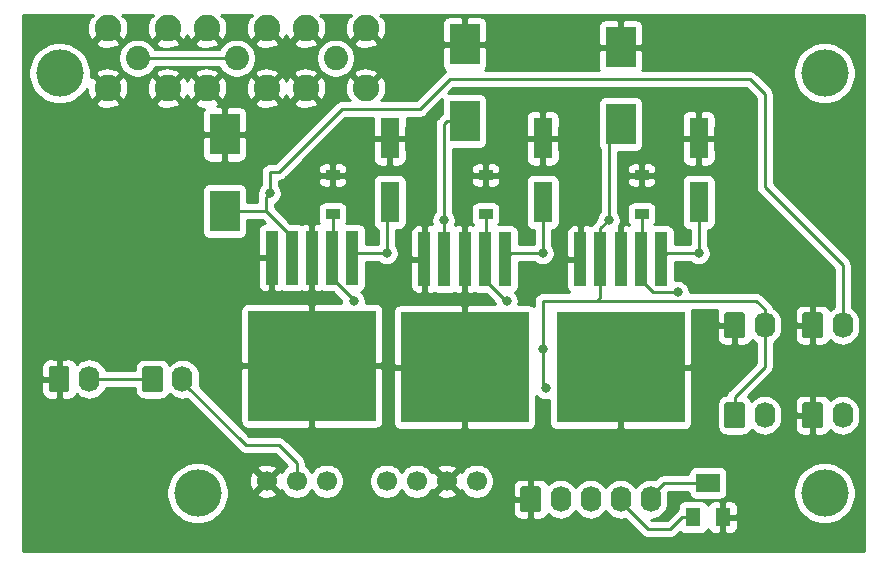
<source format=gbr>
G04 #@! TF.GenerationSoftware,KiCad,Pcbnew,5.1.4*
G04 #@! TF.CreationDate,2019-08-14T00:52:13-04:00*
G04 #@! TF.ProjectId,PowerRDP,506f7765-7252-4445-902e-6b696361645f,3*
G04 #@! TF.SameCoordinates,Original*
G04 #@! TF.FileFunction,Copper,L1,Top*
G04 #@! TF.FilePolarity,Positive*
%FSLAX46Y46*%
G04 Gerber Fmt 4.6, Leading zero omitted, Abs format (unit mm)*
G04 Created by KiCad (PCBNEW 5.1.4) date 2019-08-14 00:52:13*
%MOMM*%
%LPD*%
G04 APERTURE LIST*
%ADD10C,0.100000*%
%ADD11C,1.740000*%
%ADD12O,1.740000X2.200000*%
%ADD13R,1.300000X1.600000*%
%ADD14R,2.000000X1.600000*%
%ADD15C,1.700000*%
%ADD16R,10.800000X9.400000*%
%ADD17R,1.100000X4.600000*%
%ADD18R,1.200000X0.900000*%
%ADD19R,1.600000X3.500000*%
%ADD20R,2.500000X3.500000*%
%ADD21C,4.000000*%
%ADD22C,2.050000*%
%ADD23C,2.250000*%
%ADD24C,0.800000*%
%ADD25C,0.250000*%
%ADD26C,0.254000*%
G04 APERTURE END LIST*
D10*
G36*
X88244505Y-75601204D02*
G01*
X88268773Y-75604804D01*
X88292572Y-75610765D01*
X88315671Y-75619030D01*
X88337850Y-75629520D01*
X88358893Y-75642132D01*
X88378599Y-75656747D01*
X88396777Y-75673223D01*
X88413253Y-75691401D01*
X88427868Y-75711107D01*
X88440480Y-75732150D01*
X88450970Y-75754329D01*
X88459235Y-75777428D01*
X88465196Y-75801227D01*
X88468796Y-75825495D01*
X88470000Y-75849999D01*
X88470000Y-77550001D01*
X88468796Y-77574505D01*
X88465196Y-77598773D01*
X88459235Y-77622572D01*
X88450970Y-77645671D01*
X88440480Y-77667850D01*
X88427868Y-77688893D01*
X88413253Y-77708599D01*
X88396777Y-77726777D01*
X88378599Y-77743253D01*
X88358893Y-77757868D01*
X88337850Y-77770480D01*
X88315671Y-77780970D01*
X88292572Y-77789235D01*
X88268773Y-77795196D01*
X88244505Y-77798796D01*
X88220001Y-77800000D01*
X86979999Y-77800000D01*
X86955495Y-77798796D01*
X86931227Y-77795196D01*
X86907428Y-77789235D01*
X86884329Y-77780970D01*
X86862150Y-77770480D01*
X86841107Y-77757868D01*
X86821401Y-77743253D01*
X86803223Y-77726777D01*
X86786747Y-77708599D01*
X86772132Y-77688893D01*
X86759520Y-77667850D01*
X86749030Y-77645671D01*
X86740765Y-77622572D01*
X86734804Y-77598773D01*
X86731204Y-77574505D01*
X86730000Y-77550001D01*
X86730000Y-75849999D01*
X86731204Y-75825495D01*
X86734804Y-75801227D01*
X86740765Y-75777428D01*
X86749030Y-75754329D01*
X86759520Y-75732150D01*
X86772132Y-75711107D01*
X86786747Y-75691401D01*
X86803223Y-75673223D01*
X86821401Y-75656747D01*
X86841107Y-75642132D01*
X86862150Y-75629520D01*
X86884329Y-75619030D01*
X86907428Y-75610765D01*
X86931227Y-75604804D01*
X86955495Y-75601204D01*
X86979999Y-75600000D01*
X88220001Y-75600000D01*
X88244505Y-75601204D01*
X88244505Y-75601204D01*
G37*
D11*
X87600000Y-76700000D03*
D12*
X90140000Y-76700000D03*
X153924000Y-72136000D03*
D10*
G36*
X152028505Y-71037204D02*
G01*
X152052773Y-71040804D01*
X152076572Y-71046765D01*
X152099671Y-71055030D01*
X152121850Y-71065520D01*
X152142893Y-71078132D01*
X152162599Y-71092747D01*
X152180777Y-71109223D01*
X152197253Y-71127401D01*
X152211868Y-71147107D01*
X152224480Y-71168150D01*
X152234970Y-71190329D01*
X152243235Y-71213428D01*
X152249196Y-71237227D01*
X152252796Y-71261495D01*
X152254000Y-71285999D01*
X152254000Y-72986001D01*
X152252796Y-73010505D01*
X152249196Y-73034773D01*
X152243235Y-73058572D01*
X152234970Y-73081671D01*
X152224480Y-73103850D01*
X152211868Y-73124893D01*
X152197253Y-73144599D01*
X152180777Y-73162777D01*
X152162599Y-73179253D01*
X152142893Y-73193868D01*
X152121850Y-73206480D01*
X152099671Y-73216970D01*
X152076572Y-73225235D01*
X152052773Y-73231196D01*
X152028505Y-73234796D01*
X152004001Y-73236000D01*
X150763999Y-73236000D01*
X150739495Y-73234796D01*
X150715227Y-73231196D01*
X150691428Y-73225235D01*
X150668329Y-73216970D01*
X150646150Y-73206480D01*
X150625107Y-73193868D01*
X150605401Y-73179253D01*
X150587223Y-73162777D01*
X150570747Y-73144599D01*
X150556132Y-73124893D01*
X150543520Y-73103850D01*
X150533030Y-73081671D01*
X150524765Y-73058572D01*
X150518804Y-73034773D01*
X150515204Y-73010505D01*
X150514000Y-72986001D01*
X150514000Y-71285999D01*
X150515204Y-71261495D01*
X150518804Y-71237227D01*
X150524765Y-71213428D01*
X150533030Y-71190329D01*
X150543520Y-71168150D01*
X150556132Y-71147107D01*
X150570747Y-71127401D01*
X150587223Y-71109223D01*
X150605401Y-71092747D01*
X150625107Y-71078132D01*
X150646150Y-71065520D01*
X150668329Y-71055030D01*
X150691428Y-71046765D01*
X150715227Y-71040804D01*
X150739495Y-71037204D01*
X150763999Y-71036000D01*
X152004001Y-71036000D01*
X152028505Y-71037204D01*
X152028505Y-71037204D01*
G37*
D11*
X151384000Y-72136000D03*
D10*
G36*
X152028505Y-78657204D02*
G01*
X152052773Y-78660804D01*
X152076572Y-78666765D01*
X152099671Y-78675030D01*
X152121850Y-78685520D01*
X152142893Y-78698132D01*
X152162599Y-78712747D01*
X152180777Y-78729223D01*
X152197253Y-78747401D01*
X152211868Y-78767107D01*
X152224480Y-78788150D01*
X152234970Y-78810329D01*
X152243235Y-78833428D01*
X152249196Y-78857227D01*
X152252796Y-78881495D01*
X152254000Y-78905999D01*
X152254000Y-80606001D01*
X152252796Y-80630505D01*
X152249196Y-80654773D01*
X152243235Y-80678572D01*
X152234970Y-80701671D01*
X152224480Y-80723850D01*
X152211868Y-80744893D01*
X152197253Y-80764599D01*
X152180777Y-80782777D01*
X152162599Y-80799253D01*
X152142893Y-80813868D01*
X152121850Y-80826480D01*
X152099671Y-80836970D01*
X152076572Y-80845235D01*
X152052773Y-80851196D01*
X152028505Y-80854796D01*
X152004001Y-80856000D01*
X150763999Y-80856000D01*
X150739495Y-80854796D01*
X150715227Y-80851196D01*
X150691428Y-80845235D01*
X150668329Y-80836970D01*
X150646150Y-80826480D01*
X150625107Y-80813868D01*
X150605401Y-80799253D01*
X150587223Y-80782777D01*
X150570747Y-80764599D01*
X150556132Y-80744893D01*
X150543520Y-80723850D01*
X150533030Y-80701671D01*
X150524765Y-80678572D01*
X150518804Y-80654773D01*
X150515204Y-80630505D01*
X150514000Y-80606001D01*
X150514000Y-78905999D01*
X150515204Y-78881495D01*
X150518804Y-78857227D01*
X150524765Y-78833428D01*
X150533030Y-78810329D01*
X150543520Y-78788150D01*
X150556132Y-78767107D01*
X150570747Y-78747401D01*
X150587223Y-78729223D01*
X150605401Y-78712747D01*
X150625107Y-78698132D01*
X150646150Y-78685520D01*
X150668329Y-78675030D01*
X150691428Y-78666765D01*
X150715227Y-78660804D01*
X150739495Y-78657204D01*
X150763999Y-78656000D01*
X152004001Y-78656000D01*
X152028505Y-78657204D01*
X152028505Y-78657204D01*
G37*
D11*
X151384000Y-79756000D03*
D12*
X153924000Y-79756000D03*
D10*
G36*
X145424505Y-71037204D02*
G01*
X145448773Y-71040804D01*
X145472572Y-71046765D01*
X145495671Y-71055030D01*
X145517850Y-71065520D01*
X145538893Y-71078132D01*
X145558599Y-71092747D01*
X145576777Y-71109223D01*
X145593253Y-71127401D01*
X145607868Y-71147107D01*
X145620480Y-71168150D01*
X145630970Y-71190329D01*
X145639235Y-71213428D01*
X145645196Y-71237227D01*
X145648796Y-71261495D01*
X145650000Y-71285999D01*
X145650000Y-72986001D01*
X145648796Y-73010505D01*
X145645196Y-73034773D01*
X145639235Y-73058572D01*
X145630970Y-73081671D01*
X145620480Y-73103850D01*
X145607868Y-73124893D01*
X145593253Y-73144599D01*
X145576777Y-73162777D01*
X145558599Y-73179253D01*
X145538893Y-73193868D01*
X145517850Y-73206480D01*
X145495671Y-73216970D01*
X145472572Y-73225235D01*
X145448773Y-73231196D01*
X145424505Y-73234796D01*
X145400001Y-73236000D01*
X144159999Y-73236000D01*
X144135495Y-73234796D01*
X144111227Y-73231196D01*
X144087428Y-73225235D01*
X144064329Y-73216970D01*
X144042150Y-73206480D01*
X144021107Y-73193868D01*
X144001401Y-73179253D01*
X143983223Y-73162777D01*
X143966747Y-73144599D01*
X143952132Y-73124893D01*
X143939520Y-73103850D01*
X143929030Y-73081671D01*
X143920765Y-73058572D01*
X143914804Y-73034773D01*
X143911204Y-73010505D01*
X143910000Y-72986001D01*
X143910000Y-71285999D01*
X143911204Y-71261495D01*
X143914804Y-71237227D01*
X143920765Y-71213428D01*
X143929030Y-71190329D01*
X143939520Y-71168150D01*
X143952132Y-71147107D01*
X143966747Y-71127401D01*
X143983223Y-71109223D01*
X144001401Y-71092747D01*
X144021107Y-71078132D01*
X144042150Y-71065520D01*
X144064329Y-71055030D01*
X144087428Y-71046765D01*
X144111227Y-71040804D01*
X144135495Y-71037204D01*
X144159999Y-71036000D01*
X145400001Y-71036000D01*
X145424505Y-71037204D01*
X145424505Y-71037204D01*
G37*
D11*
X144780000Y-72136000D03*
D12*
X147320000Y-72136000D03*
D10*
G36*
X128152505Y-85769204D02*
G01*
X128176773Y-85772804D01*
X128200572Y-85778765D01*
X128223671Y-85787030D01*
X128245850Y-85797520D01*
X128266893Y-85810132D01*
X128286599Y-85824747D01*
X128304777Y-85841223D01*
X128321253Y-85859401D01*
X128335868Y-85879107D01*
X128348480Y-85900150D01*
X128358970Y-85922329D01*
X128367235Y-85945428D01*
X128373196Y-85969227D01*
X128376796Y-85993495D01*
X128378000Y-86017999D01*
X128378000Y-87718001D01*
X128376796Y-87742505D01*
X128373196Y-87766773D01*
X128367235Y-87790572D01*
X128358970Y-87813671D01*
X128348480Y-87835850D01*
X128335868Y-87856893D01*
X128321253Y-87876599D01*
X128304777Y-87894777D01*
X128286599Y-87911253D01*
X128266893Y-87925868D01*
X128245850Y-87938480D01*
X128223671Y-87948970D01*
X128200572Y-87957235D01*
X128176773Y-87963196D01*
X128152505Y-87966796D01*
X128128001Y-87968000D01*
X126887999Y-87968000D01*
X126863495Y-87966796D01*
X126839227Y-87963196D01*
X126815428Y-87957235D01*
X126792329Y-87948970D01*
X126770150Y-87938480D01*
X126749107Y-87925868D01*
X126729401Y-87911253D01*
X126711223Y-87894777D01*
X126694747Y-87876599D01*
X126680132Y-87856893D01*
X126667520Y-87835850D01*
X126657030Y-87813671D01*
X126648765Y-87790572D01*
X126642804Y-87766773D01*
X126639204Y-87742505D01*
X126638000Y-87718001D01*
X126638000Y-86017999D01*
X126639204Y-85993495D01*
X126642804Y-85969227D01*
X126648765Y-85945428D01*
X126657030Y-85922329D01*
X126667520Y-85900150D01*
X126680132Y-85879107D01*
X126694747Y-85859401D01*
X126711223Y-85841223D01*
X126729401Y-85824747D01*
X126749107Y-85810132D01*
X126770150Y-85797520D01*
X126792329Y-85787030D01*
X126815428Y-85778765D01*
X126839227Y-85772804D01*
X126863495Y-85769204D01*
X126887999Y-85768000D01*
X128128001Y-85768000D01*
X128152505Y-85769204D01*
X128152505Y-85769204D01*
G37*
D11*
X127508000Y-86868000D03*
D12*
X130048000Y-86868000D03*
X132588000Y-86868000D03*
X135128000Y-86868000D03*
X137668000Y-86868000D03*
D10*
G36*
X145424505Y-78657204D02*
G01*
X145448773Y-78660804D01*
X145472572Y-78666765D01*
X145495671Y-78675030D01*
X145517850Y-78685520D01*
X145538893Y-78698132D01*
X145558599Y-78712747D01*
X145576777Y-78729223D01*
X145593253Y-78747401D01*
X145607868Y-78767107D01*
X145620480Y-78788150D01*
X145630970Y-78810329D01*
X145639235Y-78833428D01*
X145645196Y-78857227D01*
X145648796Y-78881495D01*
X145650000Y-78905999D01*
X145650000Y-80606001D01*
X145648796Y-80630505D01*
X145645196Y-80654773D01*
X145639235Y-80678572D01*
X145630970Y-80701671D01*
X145620480Y-80723850D01*
X145607868Y-80744893D01*
X145593253Y-80764599D01*
X145576777Y-80782777D01*
X145558599Y-80799253D01*
X145538893Y-80813868D01*
X145517850Y-80826480D01*
X145495671Y-80836970D01*
X145472572Y-80845235D01*
X145448773Y-80851196D01*
X145424505Y-80854796D01*
X145400001Y-80856000D01*
X144159999Y-80856000D01*
X144135495Y-80854796D01*
X144111227Y-80851196D01*
X144087428Y-80845235D01*
X144064329Y-80836970D01*
X144042150Y-80826480D01*
X144021107Y-80813868D01*
X144001401Y-80799253D01*
X143983223Y-80782777D01*
X143966747Y-80764599D01*
X143952132Y-80744893D01*
X143939520Y-80723850D01*
X143929030Y-80701671D01*
X143920765Y-80678572D01*
X143914804Y-80654773D01*
X143911204Y-80630505D01*
X143910000Y-80606001D01*
X143910000Y-78905999D01*
X143911204Y-78881495D01*
X143914804Y-78857227D01*
X143920765Y-78833428D01*
X143929030Y-78810329D01*
X143939520Y-78788150D01*
X143952132Y-78767107D01*
X143966747Y-78747401D01*
X143983223Y-78729223D01*
X144001401Y-78712747D01*
X144021107Y-78698132D01*
X144042150Y-78685520D01*
X144064329Y-78675030D01*
X144087428Y-78666765D01*
X144111227Y-78660804D01*
X144135495Y-78657204D01*
X144159999Y-78656000D01*
X145400001Y-78656000D01*
X145424505Y-78657204D01*
X145424505Y-78657204D01*
G37*
D11*
X144780000Y-79756000D03*
D12*
X147320000Y-79756000D03*
X98040000Y-76708000D03*
D10*
G36*
X96144505Y-75609204D02*
G01*
X96168773Y-75612804D01*
X96192572Y-75618765D01*
X96215671Y-75627030D01*
X96237850Y-75637520D01*
X96258893Y-75650132D01*
X96278599Y-75664747D01*
X96296777Y-75681223D01*
X96313253Y-75699401D01*
X96327868Y-75719107D01*
X96340480Y-75740150D01*
X96350970Y-75762329D01*
X96359235Y-75785428D01*
X96365196Y-75809227D01*
X96368796Y-75833495D01*
X96370000Y-75857999D01*
X96370000Y-77558001D01*
X96368796Y-77582505D01*
X96365196Y-77606773D01*
X96359235Y-77630572D01*
X96350970Y-77653671D01*
X96340480Y-77675850D01*
X96327868Y-77696893D01*
X96313253Y-77716599D01*
X96296777Y-77734777D01*
X96278599Y-77751253D01*
X96258893Y-77765868D01*
X96237850Y-77778480D01*
X96215671Y-77788970D01*
X96192572Y-77797235D01*
X96168773Y-77803196D01*
X96144505Y-77806796D01*
X96120001Y-77808000D01*
X94879999Y-77808000D01*
X94855495Y-77806796D01*
X94831227Y-77803196D01*
X94807428Y-77797235D01*
X94784329Y-77788970D01*
X94762150Y-77778480D01*
X94741107Y-77765868D01*
X94721401Y-77751253D01*
X94703223Y-77734777D01*
X94686747Y-77716599D01*
X94672132Y-77696893D01*
X94659520Y-77675850D01*
X94649030Y-77653671D01*
X94640765Y-77630572D01*
X94634804Y-77606773D01*
X94631204Y-77582505D01*
X94630000Y-77558001D01*
X94630000Y-75857999D01*
X94631204Y-75833495D01*
X94634804Y-75809227D01*
X94640765Y-75785428D01*
X94649030Y-75762329D01*
X94659520Y-75740150D01*
X94672132Y-75719107D01*
X94686747Y-75699401D01*
X94703223Y-75681223D01*
X94721401Y-75664747D01*
X94741107Y-75650132D01*
X94762150Y-75637520D01*
X94784329Y-75627030D01*
X94807428Y-75618765D01*
X94831227Y-75612804D01*
X94855495Y-75609204D01*
X94879999Y-75608000D01*
X96120001Y-75608000D01*
X96144505Y-75609204D01*
X96144505Y-75609204D01*
G37*
D11*
X95500000Y-76708000D03*
D13*
X141264000Y-88392000D03*
D14*
X142514000Y-85492000D03*
D13*
X143764000Y-88392000D03*
D15*
X105156000Y-85344000D03*
X107696000Y-85344000D03*
X110236000Y-85344000D03*
X115316000Y-85344000D03*
X117856000Y-85344000D03*
X120396000Y-85344000D03*
X122936000Y-85344000D03*
D16*
X108985000Y-75577000D03*
D17*
X105585000Y-66427000D03*
X107285000Y-66427000D03*
X108985000Y-66427000D03*
X110685000Y-66427000D03*
X112385000Y-66427000D03*
X125320000Y-66542000D03*
X123620000Y-66542000D03*
X121920000Y-66542000D03*
X120220000Y-66542000D03*
X118520000Y-66542000D03*
D16*
X121920000Y-75692000D03*
D17*
X138528000Y-66542000D03*
X136828000Y-66542000D03*
X135128000Y-66542000D03*
X133428000Y-66542000D03*
X131728000Y-66542000D03*
D16*
X135128000Y-75692000D03*
D18*
X110744000Y-62738000D03*
X110744000Y-59438000D03*
X123698000Y-59436000D03*
X123698000Y-62736000D03*
X136906000Y-62738000D03*
X136906000Y-59438000D03*
D19*
X115570000Y-61722000D03*
X115570000Y-56322000D03*
X128524000Y-56322000D03*
X128524000Y-61722000D03*
X141732000Y-56322000D03*
X141732000Y-61722000D03*
D20*
X101600000Y-62484000D03*
X101600000Y-55984000D03*
X121920000Y-48364000D03*
X121920000Y-54864000D03*
X135128000Y-55118000D03*
X135128000Y-48618000D03*
D21*
X152400000Y-86360000D03*
X99314000Y-86360000D03*
X87630000Y-50800000D03*
X152400000Y-50800000D03*
D22*
X94234000Y-49530000D03*
D23*
X96774000Y-52070000D03*
X96774000Y-46990000D03*
X91694000Y-46990000D03*
X91694000Y-52070000D03*
X100076000Y-52070000D03*
X100076000Y-46990000D03*
X105156000Y-46990000D03*
X105156000Y-52070000D03*
D22*
X102616000Y-49530000D03*
X110998000Y-49530000D03*
D23*
X113538000Y-52070000D03*
X113538000Y-46990000D03*
X108458000Y-46990000D03*
X108458000Y-52070000D03*
D24*
X115316000Y-66040000D03*
X115316000Y-66040000D03*
X128524000Y-66040000D03*
X141732000Y-66040000D03*
X105410000Y-60960000D03*
X120142000Y-63246000D03*
X134112000Y-63246000D03*
X128524000Y-74168000D03*
X128778000Y-77470000D03*
X112522000Y-70104000D03*
X125476000Y-70104000D03*
X139954000Y-69342000D03*
D25*
X112772000Y-66040000D02*
X112385000Y-66427000D01*
X115316000Y-66040000D02*
X112772000Y-66040000D01*
X139030000Y-66040000D02*
X138528000Y-66542000D01*
X141732000Y-66040000D02*
X139030000Y-66040000D01*
X115316000Y-61976000D02*
X115570000Y-61722000D01*
X115316000Y-66040000D02*
X115316000Y-61976000D01*
X128524000Y-63722000D02*
X128524000Y-66040000D01*
X128524000Y-61722000D02*
X128524000Y-63722000D01*
X141732000Y-66040000D02*
X141732000Y-61722000D01*
X125822000Y-66040000D02*
X125320000Y-66542000D01*
X128524000Y-66040000D02*
X125822000Y-66040000D01*
X103398000Y-82296000D02*
X98040000Y-76938000D01*
X98040000Y-76938000D02*
X98040000Y-76708000D01*
X106172000Y-82296000D02*
X103398000Y-82296000D01*
X107696000Y-83820000D02*
X106172000Y-82296000D01*
X107696000Y-85344000D02*
X107696000Y-83820000D01*
X107285000Y-64677000D02*
X107285000Y-66427000D01*
X105092000Y-62484000D02*
X107285000Y-64677000D01*
X101600000Y-62484000D02*
X105092000Y-62484000D01*
X105092000Y-62484000D02*
X105092000Y-61278000D01*
X105092000Y-61278000D02*
X105410000Y-60960000D01*
X105410000Y-59182000D02*
X105410000Y-60960000D01*
X153924000Y-67056000D02*
X147320000Y-60452000D01*
X147320000Y-52578000D02*
X146050000Y-51308000D01*
X153924000Y-72136000D02*
X153924000Y-67056000D01*
X147320000Y-60452000D02*
X147320000Y-52578000D01*
X105410000Y-59182000D02*
X106172000Y-59182000D01*
X106172000Y-59182000D02*
X111506000Y-53848000D01*
X111506000Y-53848000D02*
X118110000Y-53848000D01*
X120650000Y-51308000D02*
X146050000Y-51308000D01*
X118110000Y-53848000D02*
X120650000Y-51308000D01*
X101600000Y-62984000D02*
X101600000Y-62484000D01*
X120220000Y-66542000D02*
X120220000Y-68292000D01*
X120142000Y-66464000D02*
X120220000Y-66542000D01*
X120142000Y-63246000D02*
X120142000Y-66464000D01*
X120420000Y-54864000D02*
X121920000Y-54864000D01*
X120142000Y-55142000D02*
X120420000Y-54864000D01*
X120142000Y-63246000D02*
X120142000Y-55142000D01*
X133428000Y-69772000D02*
X133428000Y-66542000D01*
X133096000Y-70104000D02*
X133428000Y-69772000D01*
X147320000Y-70786000D02*
X147320000Y-72136000D01*
X146638000Y-70104000D02*
X147320000Y-70786000D01*
X133096000Y-70104000D02*
X146638000Y-70104000D01*
X147320000Y-72136000D02*
X147320000Y-72366000D01*
X133428000Y-66542000D02*
X133428000Y-63930000D01*
X133428000Y-63930000D02*
X134112000Y-63246000D01*
X134112000Y-56134000D02*
X135128000Y-55118000D01*
X134112000Y-63246000D02*
X134112000Y-56134000D01*
X128524000Y-70104000D02*
X133096000Y-70104000D01*
X128524000Y-70104000D02*
X128524000Y-74168000D01*
X128524000Y-74168000D02*
X128524000Y-77216000D01*
X128524000Y-77216000D02*
X128778000Y-77470000D01*
X144780000Y-79755000D02*
X144780000Y-79756000D01*
X144780000Y-79756000D02*
X144780000Y-78191812D01*
X147320000Y-75651812D02*
X147320000Y-72136000D01*
X144780000Y-78191812D02*
X147320000Y-75651812D01*
X110744000Y-66368000D02*
X110685000Y-66427000D01*
X110744000Y-62738000D02*
X110744000Y-66368000D01*
X112522000Y-70014000D02*
X112522000Y-70104000D01*
X110685000Y-66427000D02*
X110685000Y-68177000D01*
X110685000Y-68177000D02*
X112522000Y-70014000D01*
X125432000Y-70104000D02*
X125476000Y-70104000D01*
X123620000Y-66542000D02*
X123620000Y-68292000D01*
X123620000Y-68292000D02*
X125432000Y-70104000D01*
X123698000Y-66464000D02*
X123620000Y-66542000D01*
X123698000Y-62736000D02*
X123698000Y-66464000D01*
X136906000Y-66464000D02*
X136828000Y-66542000D01*
X136906000Y-62738000D02*
X136906000Y-66464000D01*
X137878000Y-69342000D02*
X139954000Y-69342000D01*
X136828000Y-66542000D02*
X136828000Y-68292000D01*
X136828000Y-68292000D02*
X137878000Y-69342000D01*
X95492000Y-76700000D02*
X95500000Y-76708000D01*
X90140000Y-76700000D02*
X95492000Y-76700000D01*
X140364000Y-88392000D02*
X139348000Y-89408000D01*
X141264000Y-88392000D02*
X140364000Y-88392000D01*
X139348000Y-89408000D02*
X137438000Y-89408000D01*
X135128000Y-87098000D02*
X135128000Y-86868000D01*
X137438000Y-89408000D02*
X135128000Y-87098000D01*
X137668000Y-86638000D02*
X137668000Y-86868000D01*
X138814000Y-85492000D02*
X137668000Y-86638000D01*
X142514000Y-85492000D02*
X138814000Y-85492000D01*
X95683568Y-49530000D02*
X102616000Y-49530000D01*
X94234000Y-49530000D02*
X95683568Y-49530000D01*
D26*
G36*
X90469467Y-45945075D02*
G01*
X90192286Y-46055921D01*
X90038911Y-46366840D01*
X89949140Y-46701705D01*
X89926424Y-47047650D01*
X89971634Y-47391380D01*
X90083034Y-47719685D01*
X90192286Y-47924079D01*
X90469469Y-48034926D01*
X91514395Y-46990000D01*
X91500253Y-46975858D01*
X91679858Y-46796253D01*
X91694000Y-46810395D01*
X91708143Y-46796253D01*
X91887748Y-46975858D01*
X91873605Y-46990000D01*
X92918531Y-48034926D01*
X93195714Y-47924079D01*
X93349089Y-47613160D01*
X93438860Y-47278295D01*
X93461576Y-46932350D01*
X93416366Y-46588620D01*
X93304966Y-46260315D01*
X93195714Y-46055921D01*
X92918533Y-45945075D01*
X92966608Y-45897000D01*
X95501392Y-45897000D01*
X95549467Y-45945075D01*
X95272286Y-46055921D01*
X95118911Y-46366840D01*
X95029140Y-46701705D01*
X95006424Y-47047650D01*
X95051634Y-47391380D01*
X95163034Y-47719685D01*
X95272286Y-47924079D01*
X95549469Y-48034926D01*
X96594395Y-46990000D01*
X96580253Y-46975858D01*
X96759858Y-46796253D01*
X96774000Y-46810395D01*
X96788143Y-46796253D01*
X96967748Y-46975858D01*
X96953605Y-46990000D01*
X97998531Y-48034926D01*
X98275714Y-47924079D01*
X98428970Y-47613401D01*
X98465034Y-47719685D01*
X98574286Y-47924079D01*
X98851469Y-48034926D01*
X99896395Y-46990000D01*
X99882253Y-46975858D01*
X100061858Y-46796253D01*
X100076000Y-46810395D01*
X100090143Y-46796253D01*
X100269748Y-46975858D01*
X100255605Y-46990000D01*
X101300531Y-48034926D01*
X101577714Y-47924079D01*
X101731089Y-47613160D01*
X101820860Y-47278295D01*
X101843576Y-46932350D01*
X101798366Y-46588620D01*
X101686966Y-46260315D01*
X101577714Y-46055921D01*
X101300533Y-45945075D01*
X101348608Y-45897000D01*
X103883392Y-45897000D01*
X103931467Y-45945075D01*
X103654286Y-46055921D01*
X103500911Y-46366840D01*
X103411140Y-46701705D01*
X103388424Y-47047650D01*
X103433634Y-47391380D01*
X103545034Y-47719685D01*
X103654286Y-47924079D01*
X103931469Y-48034926D01*
X104976395Y-46990000D01*
X104962253Y-46975858D01*
X105141858Y-46796253D01*
X105156000Y-46810395D01*
X105170143Y-46796253D01*
X105349748Y-46975858D01*
X105335605Y-46990000D01*
X106380531Y-48034926D01*
X106657714Y-47924079D01*
X106810970Y-47613401D01*
X106847034Y-47719685D01*
X106956286Y-47924079D01*
X107233469Y-48034926D01*
X108278395Y-46990000D01*
X108264253Y-46975858D01*
X108443858Y-46796253D01*
X108458000Y-46810395D01*
X108472143Y-46796253D01*
X108651748Y-46975858D01*
X108637605Y-46990000D01*
X109682531Y-48034926D01*
X109959714Y-47924079D01*
X110113089Y-47613160D01*
X110202860Y-47278295D01*
X110225576Y-46932350D01*
X110180366Y-46588620D01*
X110068966Y-46260315D01*
X109959714Y-46055921D01*
X109682533Y-45945075D01*
X109730608Y-45897000D01*
X112265392Y-45897000D01*
X112313467Y-45945075D01*
X112036286Y-46055921D01*
X111882911Y-46366840D01*
X111793140Y-46701705D01*
X111770424Y-47047650D01*
X111815634Y-47391380D01*
X111927034Y-47719685D01*
X112036286Y-47924079D01*
X112313469Y-48034926D01*
X113358395Y-46990000D01*
X113344253Y-46975858D01*
X113523858Y-46796253D01*
X113538000Y-46810395D01*
X113552143Y-46796253D01*
X113731748Y-46975858D01*
X113717605Y-46990000D01*
X114762531Y-48034926D01*
X115039714Y-47924079D01*
X115193089Y-47613160D01*
X115282860Y-47278295D01*
X115305576Y-46932350D01*
X115263705Y-46614000D01*
X120031928Y-46614000D01*
X120035000Y-48078250D01*
X120193750Y-48237000D01*
X121793000Y-48237000D01*
X121793000Y-46137750D01*
X122047000Y-46137750D01*
X122047000Y-48237000D01*
X123646250Y-48237000D01*
X123805000Y-48078250D01*
X123807539Y-46868000D01*
X133239928Y-46868000D01*
X133243000Y-48332250D01*
X133401750Y-48491000D01*
X135001000Y-48491000D01*
X135001000Y-46391750D01*
X135255000Y-46391750D01*
X135255000Y-48491000D01*
X136854250Y-48491000D01*
X137013000Y-48332250D01*
X137016072Y-46868000D01*
X137003812Y-46743518D01*
X136967502Y-46623820D01*
X136908537Y-46513506D01*
X136829185Y-46416815D01*
X136732494Y-46337463D01*
X136622180Y-46278498D01*
X136502482Y-46242188D01*
X136378000Y-46229928D01*
X135413750Y-46233000D01*
X135255000Y-46391750D01*
X135001000Y-46391750D01*
X134842250Y-46233000D01*
X133878000Y-46229928D01*
X133753518Y-46242188D01*
X133633820Y-46278498D01*
X133523506Y-46337463D01*
X133426815Y-46416815D01*
X133347463Y-46513506D01*
X133288498Y-46623820D01*
X133252188Y-46743518D01*
X133239928Y-46868000D01*
X123807539Y-46868000D01*
X123808072Y-46614000D01*
X123795812Y-46489518D01*
X123759502Y-46369820D01*
X123700537Y-46259506D01*
X123621185Y-46162815D01*
X123524494Y-46083463D01*
X123414180Y-46024498D01*
X123294482Y-45988188D01*
X123170000Y-45975928D01*
X122205750Y-45979000D01*
X122047000Y-46137750D01*
X121793000Y-46137750D01*
X121634250Y-45979000D01*
X120670000Y-45975928D01*
X120545518Y-45988188D01*
X120425820Y-46024498D01*
X120315506Y-46083463D01*
X120218815Y-46162815D01*
X120139463Y-46259506D01*
X120080498Y-46369820D01*
X120044188Y-46489518D01*
X120031928Y-46614000D01*
X115263705Y-46614000D01*
X115260366Y-46588620D01*
X115148966Y-46260315D01*
X115039714Y-46055921D01*
X114762533Y-45945075D01*
X114810608Y-45897000D01*
X155779000Y-45897000D01*
X155779001Y-55846344D01*
X155779000Y-55846354D01*
X155779001Y-91263000D01*
X84505000Y-91263000D01*
X84505000Y-86100475D01*
X96679000Y-86100475D01*
X96679000Y-86619525D01*
X96780261Y-87128601D01*
X96978893Y-87608141D01*
X97267262Y-88039715D01*
X97634285Y-88406738D01*
X98065859Y-88695107D01*
X98545399Y-88893739D01*
X99054475Y-88995000D01*
X99573525Y-88995000D01*
X100082601Y-88893739D01*
X100562141Y-88695107D01*
X100993715Y-88406738D01*
X101360738Y-88039715D01*
X101408656Y-87968000D01*
X125999928Y-87968000D01*
X126012188Y-88092482D01*
X126048498Y-88212180D01*
X126107463Y-88322494D01*
X126186815Y-88419185D01*
X126283506Y-88498537D01*
X126393820Y-88557502D01*
X126513518Y-88593812D01*
X126638000Y-88606072D01*
X127222250Y-88603000D01*
X127381000Y-88444250D01*
X127381000Y-86995000D01*
X126161750Y-86995000D01*
X126003000Y-87153750D01*
X125999928Y-87968000D01*
X101408656Y-87968000D01*
X101649107Y-87608141D01*
X101847739Y-87128601D01*
X101949000Y-86619525D01*
X101949000Y-86372397D01*
X104307208Y-86372397D01*
X104384843Y-86621472D01*
X104648883Y-86747371D01*
X104932411Y-86819339D01*
X105224531Y-86834611D01*
X105514019Y-86792599D01*
X105789747Y-86694919D01*
X105927157Y-86621472D01*
X106004792Y-86372397D01*
X105156000Y-85523605D01*
X104307208Y-86372397D01*
X101949000Y-86372397D01*
X101949000Y-86100475D01*
X101847739Y-85591399D01*
X101773650Y-85412531D01*
X103665389Y-85412531D01*
X103707401Y-85702019D01*
X103805081Y-85977747D01*
X103878528Y-86115157D01*
X104127603Y-86192792D01*
X104976395Y-85344000D01*
X104127603Y-84495208D01*
X103878528Y-84572843D01*
X103752629Y-84836883D01*
X103680661Y-85120411D01*
X103665389Y-85412531D01*
X101773650Y-85412531D01*
X101649107Y-85111859D01*
X101360738Y-84680285D01*
X100996056Y-84315603D01*
X104307208Y-84315603D01*
X105156000Y-85164395D01*
X106004792Y-84315603D01*
X105927157Y-84066528D01*
X105663117Y-83940629D01*
X105379589Y-83868661D01*
X105087469Y-83853389D01*
X104797981Y-83895401D01*
X104522253Y-83993081D01*
X104384843Y-84066528D01*
X104307208Y-84315603D01*
X100996056Y-84315603D01*
X100993715Y-84313262D01*
X100562141Y-84024893D01*
X100082601Y-83826261D01*
X99573525Y-83725000D01*
X99054475Y-83725000D01*
X98545399Y-83826261D01*
X98065859Y-84024893D01*
X97634285Y-84313262D01*
X97267262Y-84680285D01*
X96978893Y-85111859D01*
X96780261Y-85591399D01*
X96679000Y-86100475D01*
X84505000Y-86100475D01*
X84505000Y-77800000D01*
X86091928Y-77800000D01*
X86104188Y-77924482D01*
X86140498Y-78044180D01*
X86199463Y-78154494D01*
X86278815Y-78251185D01*
X86375506Y-78330537D01*
X86485820Y-78389502D01*
X86605518Y-78425812D01*
X86730000Y-78438072D01*
X87314250Y-78435000D01*
X87473000Y-78276250D01*
X87473000Y-76827000D01*
X86253750Y-76827000D01*
X86095000Y-76985750D01*
X86091928Y-77800000D01*
X84505000Y-77800000D01*
X84505000Y-75600000D01*
X86091928Y-75600000D01*
X86095000Y-76414250D01*
X86253750Y-76573000D01*
X87473000Y-76573000D01*
X87473000Y-75123750D01*
X87727000Y-75123750D01*
X87727000Y-76573000D01*
X87747000Y-76573000D01*
X87747000Y-76827000D01*
X87727000Y-76827000D01*
X87727000Y-78276250D01*
X87885750Y-78435000D01*
X88470000Y-78438072D01*
X88594482Y-78425812D01*
X88714180Y-78389502D01*
X88824494Y-78330537D01*
X88921185Y-78251185D01*
X89000537Y-78154494D01*
X89059502Y-78044180D01*
X89072615Y-78000953D01*
X89299822Y-78187417D01*
X89561276Y-78327166D01*
X89844969Y-78413224D01*
X90140000Y-78442282D01*
X90435032Y-78413224D01*
X90718725Y-78327166D01*
X90980179Y-78187417D01*
X91209345Y-77999345D01*
X91397417Y-77770179D01*
X91537166Y-77508724D01*
X91551946Y-77460000D01*
X93991928Y-77460000D01*
X93991928Y-77558001D01*
X94008992Y-77731255D01*
X94059528Y-77897851D01*
X94141595Y-78051387D01*
X94252038Y-78185962D01*
X94386613Y-78296405D01*
X94540149Y-78378472D01*
X94706745Y-78429008D01*
X94879999Y-78446072D01*
X96120001Y-78446072D01*
X96293255Y-78429008D01*
X96459851Y-78378472D01*
X96613387Y-78296405D01*
X96747962Y-78185962D01*
X96858405Y-78051387D01*
X96916934Y-77941886D01*
X96970655Y-78007345D01*
X97199822Y-78195417D01*
X97461276Y-78335166D01*
X97744969Y-78421224D01*
X98040000Y-78450282D01*
X98335032Y-78421224D01*
X98422032Y-78394833D01*
X102834200Y-82807002D01*
X102857999Y-82836001D01*
X102973724Y-82930974D01*
X103105753Y-83001546D01*
X103249014Y-83045003D01*
X103360667Y-83056000D01*
X103360676Y-83056000D01*
X103397999Y-83059676D01*
X103435322Y-83056000D01*
X105857199Y-83056000D01*
X106894649Y-84093451D01*
X106749368Y-84190525D01*
X106542525Y-84397368D01*
X106426689Y-84570729D01*
X106184397Y-84495208D01*
X105335605Y-85344000D01*
X106184397Y-86192792D01*
X106426689Y-86117271D01*
X106542525Y-86290632D01*
X106749368Y-86497475D01*
X106992589Y-86659990D01*
X107262842Y-86771932D01*
X107549740Y-86829000D01*
X107842260Y-86829000D01*
X108129158Y-86771932D01*
X108399411Y-86659990D01*
X108642632Y-86497475D01*
X108849475Y-86290632D01*
X108966000Y-86116240D01*
X109082525Y-86290632D01*
X109289368Y-86497475D01*
X109532589Y-86659990D01*
X109802842Y-86771932D01*
X110089740Y-86829000D01*
X110382260Y-86829000D01*
X110669158Y-86771932D01*
X110939411Y-86659990D01*
X111182632Y-86497475D01*
X111389475Y-86290632D01*
X111551990Y-86047411D01*
X111663932Y-85777158D01*
X111721000Y-85490260D01*
X111721000Y-85197740D01*
X113831000Y-85197740D01*
X113831000Y-85490260D01*
X113888068Y-85777158D01*
X114000010Y-86047411D01*
X114162525Y-86290632D01*
X114369368Y-86497475D01*
X114612589Y-86659990D01*
X114882842Y-86771932D01*
X115169740Y-86829000D01*
X115462260Y-86829000D01*
X115749158Y-86771932D01*
X116019411Y-86659990D01*
X116262632Y-86497475D01*
X116469475Y-86290632D01*
X116586000Y-86116240D01*
X116702525Y-86290632D01*
X116909368Y-86497475D01*
X117152589Y-86659990D01*
X117422842Y-86771932D01*
X117709740Y-86829000D01*
X118002260Y-86829000D01*
X118289158Y-86771932D01*
X118559411Y-86659990D01*
X118802632Y-86497475D01*
X118927710Y-86372397D01*
X119547208Y-86372397D01*
X119624843Y-86621472D01*
X119888883Y-86747371D01*
X120172411Y-86819339D01*
X120464531Y-86834611D01*
X120754019Y-86792599D01*
X121029747Y-86694919D01*
X121167157Y-86621472D01*
X121244792Y-86372397D01*
X120396000Y-85523605D01*
X119547208Y-86372397D01*
X118927710Y-86372397D01*
X119009475Y-86290632D01*
X119125311Y-86117271D01*
X119367603Y-86192792D01*
X120216395Y-85344000D01*
X120575605Y-85344000D01*
X121424397Y-86192792D01*
X121666689Y-86117271D01*
X121782525Y-86290632D01*
X121989368Y-86497475D01*
X122232589Y-86659990D01*
X122502842Y-86771932D01*
X122789740Y-86829000D01*
X123082260Y-86829000D01*
X123369158Y-86771932D01*
X123639411Y-86659990D01*
X123882632Y-86497475D01*
X124089475Y-86290632D01*
X124251990Y-86047411D01*
X124363932Y-85777158D01*
X124365753Y-85768000D01*
X125999928Y-85768000D01*
X126003000Y-86582250D01*
X126161750Y-86741000D01*
X127381000Y-86741000D01*
X127381000Y-85291750D01*
X127635000Y-85291750D01*
X127635000Y-86741000D01*
X127655000Y-86741000D01*
X127655000Y-86995000D01*
X127635000Y-86995000D01*
X127635000Y-88444250D01*
X127793750Y-88603000D01*
X128378000Y-88606072D01*
X128502482Y-88593812D01*
X128622180Y-88557502D01*
X128732494Y-88498537D01*
X128829185Y-88419185D01*
X128908537Y-88322494D01*
X128967502Y-88212180D01*
X128980615Y-88168953D01*
X129207822Y-88355417D01*
X129469276Y-88495166D01*
X129752969Y-88581224D01*
X130048000Y-88610282D01*
X130343032Y-88581224D01*
X130626725Y-88495166D01*
X130888179Y-88355417D01*
X131117345Y-88167345D01*
X131305417Y-87938179D01*
X131318000Y-87914638D01*
X131330583Y-87938179D01*
X131518655Y-88167345D01*
X131747822Y-88355417D01*
X132009276Y-88495166D01*
X132292969Y-88581224D01*
X132588000Y-88610282D01*
X132883032Y-88581224D01*
X133166725Y-88495166D01*
X133428179Y-88355417D01*
X133657345Y-88167345D01*
X133845417Y-87938179D01*
X133858000Y-87914638D01*
X133870583Y-87938179D01*
X134058655Y-88167345D01*
X134287822Y-88355417D01*
X134549276Y-88495166D01*
X134832969Y-88581224D01*
X135128000Y-88610282D01*
X135423032Y-88581224D01*
X135510031Y-88554833D01*
X136874201Y-89919003D01*
X136897999Y-89948001D01*
X137013724Y-90042974D01*
X137145753Y-90113546D01*
X137289014Y-90157003D01*
X137400667Y-90168000D01*
X137400676Y-90168000D01*
X137437999Y-90171676D01*
X137475322Y-90168000D01*
X139310678Y-90168000D01*
X139348000Y-90171676D01*
X139385322Y-90168000D01*
X139385333Y-90168000D01*
X139496986Y-90157003D01*
X139640247Y-90113546D01*
X139772276Y-90042974D01*
X139888001Y-89948001D01*
X139911804Y-89918998D01*
X140176437Y-89654364D01*
X140259506Y-89722537D01*
X140369820Y-89781502D01*
X140489518Y-89817812D01*
X140614000Y-89830072D01*
X141914000Y-89830072D01*
X142038482Y-89817812D01*
X142158180Y-89781502D01*
X142268494Y-89722537D01*
X142365185Y-89643185D01*
X142444537Y-89546494D01*
X142503502Y-89436180D01*
X142514000Y-89401573D01*
X142524498Y-89436180D01*
X142583463Y-89546494D01*
X142662815Y-89643185D01*
X142759506Y-89722537D01*
X142869820Y-89781502D01*
X142989518Y-89817812D01*
X143114000Y-89830072D01*
X143478250Y-89827000D01*
X143637000Y-89668250D01*
X143637000Y-88519000D01*
X143891000Y-88519000D01*
X143891000Y-89668250D01*
X144049750Y-89827000D01*
X144414000Y-89830072D01*
X144538482Y-89817812D01*
X144658180Y-89781502D01*
X144768494Y-89722537D01*
X144865185Y-89643185D01*
X144944537Y-89546494D01*
X145003502Y-89436180D01*
X145039812Y-89316482D01*
X145052072Y-89192000D01*
X145049000Y-88677750D01*
X144890250Y-88519000D01*
X143891000Y-88519000D01*
X143637000Y-88519000D01*
X143617000Y-88519000D01*
X143617000Y-88265000D01*
X143637000Y-88265000D01*
X143637000Y-87115750D01*
X143891000Y-87115750D01*
X143891000Y-88265000D01*
X144890250Y-88265000D01*
X145049000Y-88106250D01*
X145052072Y-87592000D01*
X145039812Y-87467518D01*
X145003502Y-87347820D01*
X144944537Y-87237506D01*
X144865185Y-87140815D01*
X144768494Y-87061463D01*
X144658180Y-87002498D01*
X144538482Y-86966188D01*
X144414000Y-86953928D01*
X144049750Y-86957000D01*
X143891000Y-87115750D01*
X143637000Y-87115750D01*
X143478250Y-86957000D01*
X143114000Y-86953928D01*
X142989518Y-86966188D01*
X142869820Y-87002498D01*
X142759506Y-87061463D01*
X142662815Y-87140815D01*
X142583463Y-87237506D01*
X142524498Y-87347820D01*
X142514000Y-87382427D01*
X142503502Y-87347820D01*
X142444537Y-87237506D01*
X142365185Y-87140815D01*
X142268494Y-87061463D01*
X142158180Y-87002498D01*
X142038482Y-86966188D01*
X141914000Y-86953928D01*
X140614000Y-86953928D01*
X140489518Y-86966188D01*
X140369820Y-87002498D01*
X140259506Y-87061463D01*
X140162815Y-87140815D01*
X140083463Y-87237506D01*
X140024498Y-87347820D01*
X139988188Y-87467518D01*
X139975928Y-87592000D01*
X139975928Y-87737674D01*
X139939723Y-87757026D01*
X139883039Y-87803546D01*
X139823999Y-87851999D01*
X139800201Y-87880997D01*
X139033199Y-88648000D01*
X137752802Y-88648000D01*
X137710862Y-88606060D01*
X137963032Y-88581224D01*
X138246725Y-88495166D01*
X138508179Y-88355417D01*
X138737345Y-88167345D01*
X138925417Y-87938179D01*
X139065166Y-87676724D01*
X139151224Y-87393031D01*
X139173000Y-87171935D01*
X139173000Y-86564064D01*
X139151224Y-86342968D01*
X139124833Y-86255969D01*
X139128802Y-86252000D01*
X140875928Y-86252000D01*
X140875928Y-86292000D01*
X140888188Y-86416482D01*
X140924498Y-86536180D01*
X140983463Y-86646494D01*
X141062815Y-86743185D01*
X141159506Y-86822537D01*
X141269820Y-86881502D01*
X141389518Y-86917812D01*
X141514000Y-86930072D01*
X143514000Y-86930072D01*
X143638482Y-86917812D01*
X143758180Y-86881502D01*
X143868494Y-86822537D01*
X143965185Y-86743185D01*
X144044537Y-86646494D01*
X144103502Y-86536180D01*
X144139812Y-86416482D01*
X144152072Y-86292000D01*
X144152072Y-86100475D01*
X149765000Y-86100475D01*
X149765000Y-86619525D01*
X149866261Y-87128601D01*
X150064893Y-87608141D01*
X150353262Y-88039715D01*
X150720285Y-88406738D01*
X151151859Y-88695107D01*
X151631399Y-88893739D01*
X152140475Y-88995000D01*
X152659525Y-88995000D01*
X153168601Y-88893739D01*
X153648141Y-88695107D01*
X154079715Y-88406738D01*
X154446738Y-88039715D01*
X154735107Y-87608141D01*
X154933739Y-87128601D01*
X155035000Y-86619525D01*
X155035000Y-86100475D01*
X154933739Y-85591399D01*
X154735107Y-85111859D01*
X154446738Y-84680285D01*
X154079715Y-84313262D01*
X153648141Y-84024893D01*
X153168601Y-83826261D01*
X152659525Y-83725000D01*
X152140475Y-83725000D01*
X151631399Y-83826261D01*
X151151859Y-84024893D01*
X150720285Y-84313262D01*
X150353262Y-84680285D01*
X150064893Y-85111859D01*
X149866261Y-85591399D01*
X149765000Y-86100475D01*
X144152072Y-86100475D01*
X144152072Y-84692000D01*
X144139812Y-84567518D01*
X144103502Y-84447820D01*
X144044537Y-84337506D01*
X143965185Y-84240815D01*
X143868494Y-84161463D01*
X143758180Y-84102498D01*
X143638482Y-84066188D01*
X143514000Y-84053928D01*
X141514000Y-84053928D01*
X141389518Y-84066188D01*
X141269820Y-84102498D01*
X141159506Y-84161463D01*
X141062815Y-84240815D01*
X140983463Y-84337506D01*
X140924498Y-84447820D01*
X140888188Y-84567518D01*
X140875928Y-84692000D01*
X140875928Y-84732000D01*
X138851325Y-84732000D01*
X138814000Y-84728324D01*
X138776675Y-84732000D01*
X138776667Y-84732000D01*
X138665014Y-84742997D01*
X138521753Y-84786454D01*
X138389724Y-84857026D01*
X138273999Y-84951999D01*
X138250201Y-84980997D01*
X138050031Y-85181167D01*
X137963031Y-85154776D01*
X137668000Y-85125718D01*
X137372968Y-85154776D01*
X137089275Y-85240834D01*
X136827821Y-85380583D01*
X136598655Y-85568655D01*
X136410583Y-85797822D01*
X136398000Y-85821363D01*
X136385417Y-85797821D01*
X136197345Y-85568655D01*
X135968178Y-85380583D01*
X135706724Y-85240834D01*
X135423031Y-85154776D01*
X135128000Y-85125718D01*
X134832968Y-85154776D01*
X134549275Y-85240834D01*
X134287821Y-85380583D01*
X134058655Y-85568655D01*
X133870583Y-85797822D01*
X133858000Y-85821363D01*
X133845417Y-85797821D01*
X133657345Y-85568655D01*
X133428178Y-85380583D01*
X133166724Y-85240834D01*
X132883031Y-85154776D01*
X132588000Y-85125718D01*
X132292968Y-85154776D01*
X132009275Y-85240834D01*
X131747821Y-85380583D01*
X131518655Y-85568655D01*
X131330583Y-85797822D01*
X131318000Y-85821363D01*
X131305417Y-85797821D01*
X131117345Y-85568655D01*
X130888178Y-85380583D01*
X130626724Y-85240834D01*
X130343031Y-85154776D01*
X130048000Y-85125718D01*
X129752968Y-85154776D01*
X129469275Y-85240834D01*
X129207821Y-85380583D01*
X128980615Y-85567047D01*
X128967502Y-85523820D01*
X128908537Y-85413506D01*
X128829185Y-85316815D01*
X128732494Y-85237463D01*
X128622180Y-85178498D01*
X128502482Y-85142188D01*
X128378000Y-85129928D01*
X127793750Y-85133000D01*
X127635000Y-85291750D01*
X127381000Y-85291750D01*
X127222250Y-85133000D01*
X126638000Y-85129928D01*
X126513518Y-85142188D01*
X126393820Y-85178498D01*
X126283506Y-85237463D01*
X126186815Y-85316815D01*
X126107463Y-85413506D01*
X126048498Y-85523820D01*
X126012188Y-85643518D01*
X125999928Y-85768000D01*
X124365753Y-85768000D01*
X124421000Y-85490260D01*
X124421000Y-85197740D01*
X124363932Y-84910842D01*
X124251990Y-84640589D01*
X124089475Y-84397368D01*
X123882632Y-84190525D01*
X123639411Y-84028010D01*
X123369158Y-83916068D01*
X123082260Y-83859000D01*
X122789740Y-83859000D01*
X122502842Y-83916068D01*
X122232589Y-84028010D01*
X121989368Y-84190525D01*
X121782525Y-84397368D01*
X121666689Y-84570729D01*
X121424397Y-84495208D01*
X120575605Y-85344000D01*
X120216395Y-85344000D01*
X119367603Y-84495208D01*
X119125311Y-84570729D01*
X119009475Y-84397368D01*
X118927710Y-84315603D01*
X119547208Y-84315603D01*
X120396000Y-85164395D01*
X121244792Y-84315603D01*
X121167157Y-84066528D01*
X120903117Y-83940629D01*
X120619589Y-83868661D01*
X120327469Y-83853389D01*
X120037981Y-83895401D01*
X119762253Y-83993081D01*
X119624843Y-84066528D01*
X119547208Y-84315603D01*
X118927710Y-84315603D01*
X118802632Y-84190525D01*
X118559411Y-84028010D01*
X118289158Y-83916068D01*
X118002260Y-83859000D01*
X117709740Y-83859000D01*
X117422842Y-83916068D01*
X117152589Y-84028010D01*
X116909368Y-84190525D01*
X116702525Y-84397368D01*
X116586000Y-84571760D01*
X116469475Y-84397368D01*
X116262632Y-84190525D01*
X116019411Y-84028010D01*
X115749158Y-83916068D01*
X115462260Y-83859000D01*
X115169740Y-83859000D01*
X114882842Y-83916068D01*
X114612589Y-84028010D01*
X114369368Y-84190525D01*
X114162525Y-84397368D01*
X114000010Y-84640589D01*
X113888068Y-84910842D01*
X113831000Y-85197740D01*
X111721000Y-85197740D01*
X111663932Y-84910842D01*
X111551990Y-84640589D01*
X111389475Y-84397368D01*
X111182632Y-84190525D01*
X110939411Y-84028010D01*
X110669158Y-83916068D01*
X110382260Y-83859000D01*
X110089740Y-83859000D01*
X109802842Y-83916068D01*
X109532589Y-84028010D01*
X109289368Y-84190525D01*
X109082525Y-84397368D01*
X108966000Y-84571760D01*
X108849475Y-84397368D01*
X108642632Y-84190525D01*
X108456000Y-84065822D01*
X108456000Y-83857322D01*
X108459676Y-83819999D01*
X108456000Y-83782676D01*
X108456000Y-83782667D01*
X108445003Y-83671014D01*
X108401546Y-83527753D01*
X108330974Y-83395724D01*
X108317811Y-83379685D01*
X108259799Y-83308996D01*
X108259795Y-83308992D01*
X108236001Y-83279999D01*
X108207008Y-83256205D01*
X106735803Y-81785002D01*
X106712001Y-81755999D01*
X106596276Y-81661026D01*
X106464247Y-81590454D01*
X106320986Y-81546997D01*
X106209333Y-81536000D01*
X106209322Y-81536000D01*
X106172000Y-81532324D01*
X106134678Y-81536000D01*
X103712802Y-81536000D01*
X102453802Y-80277000D01*
X102946928Y-80277000D01*
X102959188Y-80401482D01*
X102995498Y-80521180D01*
X103054463Y-80631494D01*
X103133815Y-80728185D01*
X103230506Y-80807537D01*
X103340820Y-80866502D01*
X103460518Y-80902812D01*
X103585000Y-80915072D01*
X108699250Y-80912000D01*
X108858000Y-80753250D01*
X108858000Y-75704000D01*
X109112000Y-75704000D01*
X109112000Y-80753250D01*
X109270750Y-80912000D01*
X114385000Y-80915072D01*
X114509482Y-80902812D01*
X114629180Y-80866502D01*
X114739494Y-80807537D01*
X114836185Y-80728185D01*
X114915537Y-80631494D01*
X114974502Y-80521180D01*
X115010812Y-80401482D01*
X115011745Y-80392000D01*
X115881928Y-80392000D01*
X115894188Y-80516482D01*
X115930498Y-80636180D01*
X115989463Y-80746494D01*
X116068815Y-80843185D01*
X116165506Y-80922537D01*
X116275820Y-80981502D01*
X116395518Y-81017812D01*
X116520000Y-81030072D01*
X121634250Y-81027000D01*
X121793000Y-80868250D01*
X121793000Y-75819000D01*
X116043750Y-75819000D01*
X115885000Y-75977750D01*
X115881928Y-80392000D01*
X115011745Y-80392000D01*
X115023072Y-80277000D01*
X115020000Y-75862750D01*
X114861250Y-75704000D01*
X109112000Y-75704000D01*
X108858000Y-75704000D01*
X103108750Y-75704000D01*
X102950000Y-75862750D01*
X102946928Y-80277000D01*
X102453802Y-80277000D01*
X99496833Y-77320031D01*
X99523224Y-77233031D01*
X99545000Y-77011935D01*
X99545000Y-76404064D01*
X99523224Y-76182968D01*
X99437166Y-75899275D01*
X99297417Y-75637821D01*
X99109345Y-75408655D01*
X98880178Y-75220583D01*
X98618724Y-75080834D01*
X98335031Y-74994776D01*
X98040000Y-74965718D01*
X97744968Y-74994776D01*
X97461275Y-75080834D01*
X97199821Y-75220583D01*
X96970655Y-75408655D01*
X96916935Y-75474114D01*
X96858405Y-75364613D01*
X96747962Y-75230038D01*
X96613387Y-75119595D01*
X96459851Y-75037528D01*
X96293255Y-74986992D01*
X96120001Y-74969928D01*
X94879999Y-74969928D01*
X94706745Y-74986992D01*
X94540149Y-75037528D01*
X94386613Y-75119595D01*
X94252038Y-75230038D01*
X94141595Y-75364613D01*
X94059528Y-75518149D01*
X94008992Y-75684745D01*
X93991928Y-75857999D01*
X93991928Y-75940000D01*
X91551947Y-75940000D01*
X91537166Y-75891275D01*
X91397417Y-75629821D01*
X91209345Y-75400655D01*
X90980178Y-75212583D01*
X90718724Y-75072834D01*
X90435031Y-74986776D01*
X90140000Y-74957718D01*
X89844968Y-74986776D01*
X89561275Y-75072834D01*
X89299821Y-75212583D01*
X89072615Y-75399047D01*
X89059502Y-75355820D01*
X89000537Y-75245506D01*
X88921185Y-75148815D01*
X88824494Y-75069463D01*
X88714180Y-75010498D01*
X88594482Y-74974188D01*
X88470000Y-74961928D01*
X87885750Y-74965000D01*
X87727000Y-75123750D01*
X87473000Y-75123750D01*
X87314250Y-74965000D01*
X86730000Y-74961928D01*
X86605518Y-74974188D01*
X86485820Y-75010498D01*
X86375506Y-75069463D01*
X86278815Y-75148815D01*
X86199463Y-75245506D01*
X86140498Y-75355820D01*
X86104188Y-75475518D01*
X86091928Y-75600000D01*
X84505000Y-75600000D01*
X84505000Y-70877000D01*
X102946928Y-70877000D01*
X102950000Y-75291250D01*
X103108750Y-75450000D01*
X108858000Y-75450000D01*
X108858000Y-70400750D01*
X108699250Y-70242000D01*
X103585000Y-70238928D01*
X103460518Y-70251188D01*
X103340820Y-70287498D01*
X103230506Y-70346463D01*
X103133815Y-70425815D01*
X103054463Y-70522506D01*
X102995498Y-70632820D01*
X102959188Y-70752518D01*
X102946928Y-70877000D01*
X84505000Y-70877000D01*
X84505000Y-68727000D01*
X104396928Y-68727000D01*
X104409188Y-68851482D01*
X104445498Y-68971180D01*
X104504463Y-69081494D01*
X104583815Y-69178185D01*
X104680506Y-69257537D01*
X104790820Y-69316502D01*
X104910518Y-69352812D01*
X105035000Y-69365072D01*
X105299250Y-69362000D01*
X105458000Y-69203250D01*
X105458000Y-66554000D01*
X104558750Y-66554000D01*
X104400000Y-66712750D01*
X104396928Y-68727000D01*
X84505000Y-68727000D01*
X84505000Y-60734000D01*
X99711928Y-60734000D01*
X99711928Y-64234000D01*
X99724188Y-64358482D01*
X99760498Y-64478180D01*
X99819463Y-64588494D01*
X99898815Y-64685185D01*
X99995506Y-64764537D01*
X100105820Y-64823502D01*
X100225518Y-64859812D01*
X100350000Y-64872072D01*
X102850000Y-64872072D01*
X102974482Y-64859812D01*
X103094180Y-64823502D01*
X103204494Y-64764537D01*
X103301185Y-64685185D01*
X103380537Y-64588494D01*
X103439502Y-64478180D01*
X103475812Y-64358482D01*
X103488072Y-64234000D01*
X103488072Y-63244000D01*
X104777199Y-63244000D01*
X105023281Y-63490082D01*
X104910518Y-63501188D01*
X104790820Y-63537498D01*
X104680506Y-63596463D01*
X104583815Y-63675815D01*
X104504463Y-63772506D01*
X104445498Y-63882820D01*
X104409188Y-64002518D01*
X104396928Y-64127000D01*
X104400000Y-66141250D01*
X104558750Y-66300000D01*
X105458000Y-66300000D01*
X105458000Y-66280000D01*
X105712000Y-66280000D01*
X105712000Y-66300000D01*
X105732000Y-66300000D01*
X105732000Y-66554000D01*
X105712000Y-66554000D01*
X105712000Y-69203250D01*
X105870750Y-69362000D01*
X106135000Y-69365072D01*
X106259482Y-69352812D01*
X106379180Y-69316502D01*
X106435000Y-69286665D01*
X106490820Y-69316502D01*
X106610518Y-69352812D01*
X106735000Y-69365072D01*
X107835000Y-69365072D01*
X107959482Y-69352812D01*
X108079180Y-69316502D01*
X108135000Y-69286665D01*
X108190820Y-69316502D01*
X108310518Y-69352812D01*
X108435000Y-69365072D01*
X108699250Y-69362000D01*
X108858000Y-69203250D01*
X108858000Y-66554000D01*
X108838000Y-66554000D01*
X108838000Y-66300000D01*
X108858000Y-66300000D01*
X108858000Y-63650750D01*
X109112000Y-63650750D01*
X109112000Y-66300000D01*
X109132000Y-66300000D01*
X109132000Y-66554000D01*
X109112000Y-66554000D01*
X109112000Y-69203250D01*
X109270750Y-69362000D01*
X109535000Y-69365072D01*
X109659482Y-69352812D01*
X109779180Y-69316502D01*
X109835000Y-69286665D01*
X109890820Y-69316502D01*
X110010518Y-69352812D01*
X110135000Y-69365072D01*
X110798271Y-69365072D01*
X111487000Y-70053802D01*
X111487000Y-70205939D01*
X111493907Y-70240665D01*
X109270750Y-70242000D01*
X109112000Y-70400750D01*
X109112000Y-75450000D01*
X114861250Y-75450000D01*
X115020000Y-75291250D01*
X115022991Y-70992000D01*
X115881928Y-70992000D01*
X115885000Y-75406250D01*
X116043750Y-75565000D01*
X121793000Y-75565000D01*
X121793000Y-70515750D01*
X121634250Y-70357000D01*
X116520000Y-70353928D01*
X116395518Y-70366188D01*
X116275820Y-70402498D01*
X116165506Y-70461463D01*
X116068815Y-70540815D01*
X115989463Y-70637506D01*
X115930498Y-70747820D01*
X115894188Y-70867518D01*
X115881928Y-70992000D01*
X115022991Y-70992000D01*
X115023072Y-70877000D01*
X115010812Y-70752518D01*
X114974502Y-70632820D01*
X114915537Y-70522506D01*
X114836185Y-70425815D01*
X114739494Y-70346463D01*
X114629180Y-70287498D01*
X114509482Y-70251188D01*
X114385000Y-70238928D01*
X113550338Y-70239429D01*
X113557000Y-70205939D01*
X113557000Y-70002061D01*
X113517226Y-69802102D01*
X113439205Y-69613744D01*
X113325937Y-69444226D01*
X113191583Y-69309872D01*
X113289494Y-69257537D01*
X113386185Y-69178185D01*
X113465537Y-69081494D01*
X113524502Y-68971180D01*
X113560812Y-68851482D01*
X113561745Y-68842000D01*
X117331928Y-68842000D01*
X117344188Y-68966482D01*
X117380498Y-69086180D01*
X117439463Y-69196494D01*
X117518815Y-69293185D01*
X117615506Y-69372537D01*
X117725820Y-69431502D01*
X117845518Y-69467812D01*
X117970000Y-69480072D01*
X118234250Y-69477000D01*
X118393000Y-69318250D01*
X118393000Y-66669000D01*
X117493750Y-66669000D01*
X117335000Y-66827750D01*
X117331928Y-68842000D01*
X113561745Y-68842000D01*
X113573072Y-68727000D01*
X113573072Y-66800000D01*
X114612289Y-66800000D01*
X114656226Y-66843937D01*
X114825744Y-66957205D01*
X115014102Y-67035226D01*
X115214061Y-67075000D01*
X115417939Y-67075000D01*
X115617898Y-67035226D01*
X115806256Y-66957205D01*
X115975774Y-66843937D01*
X116119937Y-66699774D01*
X116233205Y-66530256D01*
X116311226Y-66341898D01*
X116351000Y-66141939D01*
X116351000Y-65938061D01*
X116311226Y-65738102D01*
X116233205Y-65549744D01*
X116119937Y-65380226D01*
X116076000Y-65336289D01*
X116076000Y-64242000D01*
X117331928Y-64242000D01*
X117335000Y-66256250D01*
X117493750Y-66415000D01*
X118393000Y-66415000D01*
X118393000Y-63765750D01*
X118234250Y-63607000D01*
X117970000Y-63603928D01*
X117845518Y-63616188D01*
X117725820Y-63652498D01*
X117615506Y-63711463D01*
X117518815Y-63790815D01*
X117439463Y-63887506D01*
X117380498Y-63997820D01*
X117344188Y-64117518D01*
X117331928Y-64242000D01*
X116076000Y-64242000D01*
X116076000Y-64110072D01*
X116370000Y-64110072D01*
X116494482Y-64097812D01*
X116614180Y-64061502D01*
X116724494Y-64002537D01*
X116821185Y-63923185D01*
X116900537Y-63826494D01*
X116959502Y-63716180D01*
X116995812Y-63596482D01*
X117008072Y-63472000D01*
X117008072Y-59972000D01*
X116995812Y-59847518D01*
X116959502Y-59727820D01*
X116900537Y-59617506D01*
X116821185Y-59520815D01*
X116724494Y-59441463D01*
X116614180Y-59382498D01*
X116494482Y-59346188D01*
X116370000Y-59333928D01*
X114770000Y-59333928D01*
X114645518Y-59346188D01*
X114525820Y-59382498D01*
X114415506Y-59441463D01*
X114318815Y-59520815D01*
X114239463Y-59617506D01*
X114180498Y-59727820D01*
X114144188Y-59847518D01*
X114131928Y-59972000D01*
X114131928Y-63472000D01*
X114144188Y-63596482D01*
X114180498Y-63716180D01*
X114239463Y-63826494D01*
X114318815Y-63923185D01*
X114415506Y-64002537D01*
X114525820Y-64061502D01*
X114556000Y-64070657D01*
X114556000Y-65280000D01*
X113573072Y-65280000D01*
X113573072Y-64127000D01*
X113560812Y-64002518D01*
X113524502Y-63882820D01*
X113465537Y-63772506D01*
X113386185Y-63675815D01*
X113289494Y-63596463D01*
X113179180Y-63537498D01*
X113059482Y-63501188D01*
X112935000Y-63488928D01*
X111903169Y-63488928D01*
X111933502Y-63432180D01*
X111969812Y-63312482D01*
X111982072Y-63188000D01*
X111982072Y-62288000D01*
X111969812Y-62163518D01*
X111933502Y-62043820D01*
X111874537Y-61933506D01*
X111795185Y-61836815D01*
X111698494Y-61757463D01*
X111588180Y-61698498D01*
X111468482Y-61662188D01*
X111344000Y-61649928D01*
X110144000Y-61649928D01*
X110019518Y-61662188D01*
X109899820Y-61698498D01*
X109789506Y-61757463D01*
X109692815Y-61836815D01*
X109613463Y-61933506D01*
X109554498Y-62043820D01*
X109518188Y-62163518D01*
X109505928Y-62288000D01*
X109505928Y-63188000D01*
X109518188Y-63312482D01*
X109554498Y-63432180D01*
X109587600Y-63494108D01*
X109535000Y-63488928D01*
X109270750Y-63492000D01*
X109112000Y-63650750D01*
X108858000Y-63650750D01*
X108699250Y-63492000D01*
X108435000Y-63488928D01*
X108310518Y-63501188D01*
X108190820Y-63537498D01*
X108135000Y-63567335D01*
X108079180Y-63537498D01*
X107959482Y-63501188D01*
X107835000Y-63488928D01*
X107171730Y-63488928D01*
X105852000Y-62169199D01*
X105852000Y-61897193D01*
X105900256Y-61877205D01*
X106069774Y-61763937D01*
X106213937Y-61619774D01*
X106327205Y-61450256D01*
X106405226Y-61261898D01*
X106445000Y-61061939D01*
X106445000Y-60858061D01*
X106405226Y-60658102D01*
X106327205Y-60469744D01*
X106213937Y-60300226D01*
X106170000Y-60256289D01*
X106170000Y-59945479D01*
X106172000Y-59945676D01*
X106209322Y-59942000D01*
X106209333Y-59942000D01*
X106320986Y-59931003D01*
X106462750Y-59888000D01*
X109505928Y-59888000D01*
X109518188Y-60012482D01*
X109554498Y-60132180D01*
X109613463Y-60242494D01*
X109692815Y-60339185D01*
X109789506Y-60418537D01*
X109899820Y-60477502D01*
X110019518Y-60513812D01*
X110144000Y-60526072D01*
X110458250Y-60523000D01*
X110617000Y-60364250D01*
X110617000Y-59565000D01*
X110871000Y-59565000D01*
X110871000Y-60364250D01*
X111029750Y-60523000D01*
X111344000Y-60526072D01*
X111468482Y-60513812D01*
X111588180Y-60477502D01*
X111698494Y-60418537D01*
X111795185Y-60339185D01*
X111874537Y-60242494D01*
X111933502Y-60132180D01*
X111969812Y-60012482D01*
X111982072Y-59888000D01*
X111979000Y-59723750D01*
X111820250Y-59565000D01*
X110871000Y-59565000D01*
X110617000Y-59565000D01*
X109667750Y-59565000D01*
X109509000Y-59723750D01*
X109505928Y-59888000D01*
X106462750Y-59888000D01*
X106464247Y-59887546D01*
X106596276Y-59816974D01*
X106712001Y-59722001D01*
X106735804Y-59692997D01*
X107440801Y-58988000D01*
X109505928Y-58988000D01*
X109509000Y-59152250D01*
X109667750Y-59311000D01*
X110617000Y-59311000D01*
X110617000Y-58511750D01*
X110871000Y-58511750D01*
X110871000Y-59311000D01*
X111820250Y-59311000D01*
X111979000Y-59152250D01*
X111982072Y-58988000D01*
X111969812Y-58863518D01*
X111933502Y-58743820D01*
X111874537Y-58633506D01*
X111795185Y-58536815D01*
X111698494Y-58457463D01*
X111588180Y-58398498D01*
X111468482Y-58362188D01*
X111344000Y-58349928D01*
X111029750Y-58353000D01*
X110871000Y-58511750D01*
X110617000Y-58511750D01*
X110458250Y-58353000D01*
X110144000Y-58349928D01*
X110019518Y-58362188D01*
X109899820Y-58398498D01*
X109789506Y-58457463D01*
X109692815Y-58536815D01*
X109613463Y-58633506D01*
X109554498Y-58743820D01*
X109518188Y-58863518D01*
X109505928Y-58988000D01*
X107440801Y-58988000D01*
X108356801Y-58072000D01*
X114131928Y-58072000D01*
X114144188Y-58196482D01*
X114180498Y-58316180D01*
X114239463Y-58426494D01*
X114318815Y-58523185D01*
X114415506Y-58602537D01*
X114525820Y-58661502D01*
X114645518Y-58697812D01*
X114770000Y-58710072D01*
X115284250Y-58707000D01*
X115443000Y-58548250D01*
X115443000Y-56449000D01*
X115697000Y-56449000D01*
X115697000Y-58548250D01*
X115855750Y-58707000D01*
X116370000Y-58710072D01*
X116494482Y-58697812D01*
X116614180Y-58661502D01*
X116724494Y-58602537D01*
X116821185Y-58523185D01*
X116900537Y-58426494D01*
X116959502Y-58316180D01*
X116995812Y-58196482D01*
X117008072Y-58072000D01*
X117005000Y-56607750D01*
X116846250Y-56449000D01*
X115697000Y-56449000D01*
X115443000Y-56449000D01*
X114293750Y-56449000D01*
X114135000Y-56607750D01*
X114131928Y-58072000D01*
X108356801Y-58072000D01*
X111820802Y-54608000D01*
X114132004Y-54608000D01*
X114135000Y-56036250D01*
X114293750Y-56195000D01*
X115443000Y-56195000D01*
X115443000Y-56175000D01*
X115697000Y-56175000D01*
X115697000Y-56195000D01*
X116846250Y-56195000D01*
X117005000Y-56036250D01*
X117007996Y-54608000D01*
X118072678Y-54608000D01*
X118110000Y-54611676D01*
X118147322Y-54608000D01*
X118147333Y-54608000D01*
X118258986Y-54597003D01*
X118402247Y-54553546D01*
X118534276Y-54482974D01*
X118650001Y-54388001D01*
X118673804Y-54358997D01*
X120044582Y-52988221D01*
X120044188Y-52989518D01*
X120031928Y-53114000D01*
X120031928Y-54209674D01*
X119995724Y-54229026D01*
X119879999Y-54323999D01*
X119856196Y-54353003D01*
X119630998Y-54578201D01*
X119602000Y-54601999D01*
X119578202Y-54630997D01*
X119578201Y-54630998D01*
X119507026Y-54717724D01*
X119436454Y-54849754D01*
X119392998Y-54993015D01*
X119378324Y-55142000D01*
X119382001Y-55179332D01*
X119382000Y-62542289D01*
X119338063Y-62586226D01*
X119224795Y-62755744D01*
X119146774Y-62944102D01*
X119107000Y-63144061D01*
X119107000Y-63347939D01*
X119146774Y-63547898D01*
X119174235Y-63614194D01*
X119070000Y-63603928D01*
X118805750Y-63607000D01*
X118647000Y-63765750D01*
X118647000Y-66415000D01*
X118667000Y-66415000D01*
X118667000Y-66669000D01*
X118647000Y-66669000D01*
X118647000Y-69318250D01*
X118805750Y-69477000D01*
X119070000Y-69480072D01*
X119194482Y-69467812D01*
X119314180Y-69431502D01*
X119370000Y-69401665D01*
X119425820Y-69431502D01*
X119545518Y-69467812D01*
X119670000Y-69480072D01*
X120770000Y-69480072D01*
X120894482Y-69467812D01*
X121014180Y-69431502D01*
X121070000Y-69401665D01*
X121125820Y-69431502D01*
X121245518Y-69467812D01*
X121370000Y-69480072D01*
X121634250Y-69477000D01*
X121793000Y-69318250D01*
X121793000Y-66669000D01*
X121773000Y-66669000D01*
X121773000Y-66415000D01*
X121793000Y-66415000D01*
X121793000Y-63765750D01*
X122047000Y-63765750D01*
X122047000Y-66415000D01*
X122067000Y-66415000D01*
X122067000Y-66669000D01*
X122047000Y-66669000D01*
X122047000Y-69318250D01*
X122205750Y-69477000D01*
X122470000Y-69480072D01*
X122594482Y-69467812D01*
X122714180Y-69431502D01*
X122770000Y-69401665D01*
X122825820Y-69431502D01*
X122945518Y-69467812D01*
X123070000Y-69480072D01*
X123733271Y-69480072D01*
X124441000Y-70187802D01*
X124441000Y-70205939D01*
X124470777Y-70355639D01*
X122205750Y-70357000D01*
X122047000Y-70515750D01*
X122047000Y-75565000D01*
X122067000Y-75565000D01*
X122067000Y-75819000D01*
X122047000Y-75819000D01*
X122047000Y-80868250D01*
X122205750Y-81027000D01*
X127320000Y-81030072D01*
X127444482Y-81017812D01*
X127564180Y-80981502D01*
X127674494Y-80922537D01*
X127771185Y-80843185D01*
X127850537Y-80746494D01*
X127909502Y-80636180D01*
X127945812Y-80516482D01*
X127958072Y-80392000D01*
X127956479Y-78103458D01*
X127974063Y-78129774D01*
X128118226Y-78273937D01*
X128287744Y-78387205D01*
X128476102Y-78465226D01*
X128676061Y-78505000D01*
X128879939Y-78505000D01*
X129079898Y-78465226D01*
X129091272Y-78460515D01*
X129089928Y-80392000D01*
X129102188Y-80516482D01*
X129138498Y-80636180D01*
X129197463Y-80746494D01*
X129276815Y-80843185D01*
X129373506Y-80922537D01*
X129483820Y-80981502D01*
X129603518Y-81017812D01*
X129728000Y-81030072D01*
X134842250Y-81027000D01*
X135001000Y-80868250D01*
X135001000Y-75819000D01*
X135255000Y-75819000D01*
X135255000Y-80868250D01*
X135413750Y-81027000D01*
X140528000Y-81030072D01*
X140652482Y-81017812D01*
X140772180Y-80981502D01*
X140882494Y-80922537D01*
X140979185Y-80843185D01*
X141058537Y-80746494D01*
X141117502Y-80636180D01*
X141153812Y-80516482D01*
X141166072Y-80392000D01*
X141163000Y-75977750D01*
X141004250Y-75819000D01*
X135255000Y-75819000D01*
X135001000Y-75819000D01*
X134981000Y-75819000D01*
X134981000Y-75565000D01*
X135001000Y-75565000D01*
X135001000Y-75545000D01*
X135255000Y-75545000D01*
X135255000Y-75565000D01*
X141004250Y-75565000D01*
X141163000Y-75406250D01*
X141164510Y-73236000D01*
X143271928Y-73236000D01*
X143284188Y-73360482D01*
X143320498Y-73480180D01*
X143379463Y-73590494D01*
X143458815Y-73687185D01*
X143555506Y-73766537D01*
X143665820Y-73825502D01*
X143785518Y-73861812D01*
X143910000Y-73874072D01*
X144494250Y-73871000D01*
X144653000Y-73712250D01*
X144653000Y-72263000D01*
X143433750Y-72263000D01*
X143275000Y-72421750D01*
X143271928Y-73236000D01*
X141164510Y-73236000D01*
X141166072Y-70992000D01*
X141153812Y-70867518D01*
X141152745Y-70864000D01*
X143298602Y-70864000D01*
X143284188Y-70911518D01*
X143271928Y-71036000D01*
X143275000Y-71850250D01*
X143433750Y-72009000D01*
X144653000Y-72009000D01*
X144653000Y-71989000D01*
X144907000Y-71989000D01*
X144907000Y-72009000D01*
X144927000Y-72009000D01*
X144927000Y-72263000D01*
X144907000Y-72263000D01*
X144907000Y-73712250D01*
X145065750Y-73871000D01*
X145650000Y-73874072D01*
X145774482Y-73861812D01*
X145894180Y-73825502D01*
X146004494Y-73766537D01*
X146101185Y-73687185D01*
X146180537Y-73590494D01*
X146239502Y-73480180D01*
X146252615Y-73436953D01*
X146479822Y-73623417D01*
X146560001Y-73666273D01*
X146560000Y-75337009D01*
X144268998Y-77628013D01*
X144240000Y-77651811D01*
X144216202Y-77680809D01*
X144216201Y-77680810D01*
X144145026Y-77767536D01*
X144074454Y-77899566D01*
X144056045Y-77960256D01*
X144034810Y-78030258D01*
X143986745Y-78034992D01*
X143820149Y-78085528D01*
X143666613Y-78167595D01*
X143532038Y-78278038D01*
X143421595Y-78412613D01*
X143339528Y-78566149D01*
X143288992Y-78732745D01*
X143271928Y-78905999D01*
X143271928Y-80606001D01*
X143288992Y-80779255D01*
X143339528Y-80945851D01*
X143421595Y-81099387D01*
X143532038Y-81233962D01*
X143666613Y-81344405D01*
X143820149Y-81426472D01*
X143986745Y-81477008D01*
X144159999Y-81494072D01*
X145400001Y-81494072D01*
X145573255Y-81477008D01*
X145739851Y-81426472D01*
X145893387Y-81344405D01*
X146027962Y-81233962D01*
X146138405Y-81099387D01*
X146196934Y-80989886D01*
X146250655Y-81055345D01*
X146479822Y-81243417D01*
X146741276Y-81383166D01*
X147024969Y-81469224D01*
X147320000Y-81498282D01*
X147615032Y-81469224D01*
X147898725Y-81383166D01*
X148160179Y-81243417D01*
X148389345Y-81055345D01*
X148552943Y-80856000D01*
X149875928Y-80856000D01*
X149888188Y-80980482D01*
X149924498Y-81100180D01*
X149983463Y-81210494D01*
X150062815Y-81307185D01*
X150159506Y-81386537D01*
X150269820Y-81445502D01*
X150389518Y-81481812D01*
X150514000Y-81494072D01*
X151098250Y-81491000D01*
X151257000Y-81332250D01*
X151257000Y-79883000D01*
X150037750Y-79883000D01*
X149879000Y-80041750D01*
X149875928Y-80856000D01*
X148552943Y-80856000D01*
X148577417Y-80826179D01*
X148717166Y-80564724D01*
X148803224Y-80281031D01*
X148825000Y-80059935D01*
X148825000Y-79452064D01*
X148803224Y-79230968D01*
X148717166Y-78947275D01*
X148577417Y-78685821D01*
X148552944Y-78656000D01*
X149875928Y-78656000D01*
X149879000Y-79470250D01*
X150037750Y-79629000D01*
X151257000Y-79629000D01*
X151257000Y-78179750D01*
X151511000Y-78179750D01*
X151511000Y-79629000D01*
X151531000Y-79629000D01*
X151531000Y-79883000D01*
X151511000Y-79883000D01*
X151511000Y-81332250D01*
X151669750Y-81491000D01*
X152254000Y-81494072D01*
X152378482Y-81481812D01*
X152498180Y-81445502D01*
X152608494Y-81386537D01*
X152705185Y-81307185D01*
X152784537Y-81210494D01*
X152843502Y-81100180D01*
X152856615Y-81056953D01*
X153083822Y-81243417D01*
X153345276Y-81383166D01*
X153628969Y-81469224D01*
X153924000Y-81498282D01*
X154219032Y-81469224D01*
X154502725Y-81383166D01*
X154764179Y-81243417D01*
X154993345Y-81055345D01*
X155181417Y-80826179D01*
X155321166Y-80564724D01*
X155407224Y-80281031D01*
X155429000Y-80059935D01*
X155429000Y-79452064D01*
X155407224Y-79230968D01*
X155321166Y-78947275D01*
X155181417Y-78685821D01*
X154993345Y-78456655D01*
X154764178Y-78268583D01*
X154502724Y-78128834D01*
X154219031Y-78042776D01*
X153924000Y-78013718D01*
X153628968Y-78042776D01*
X153345275Y-78128834D01*
X153083821Y-78268583D01*
X152856615Y-78455047D01*
X152843502Y-78411820D01*
X152784537Y-78301506D01*
X152705185Y-78204815D01*
X152608494Y-78125463D01*
X152498180Y-78066498D01*
X152378482Y-78030188D01*
X152254000Y-78017928D01*
X151669750Y-78021000D01*
X151511000Y-78179750D01*
X151257000Y-78179750D01*
X151098250Y-78021000D01*
X150514000Y-78017928D01*
X150389518Y-78030188D01*
X150269820Y-78066498D01*
X150159506Y-78125463D01*
X150062815Y-78204815D01*
X149983463Y-78301506D01*
X149924498Y-78411820D01*
X149888188Y-78531518D01*
X149875928Y-78656000D01*
X148552944Y-78656000D01*
X148389345Y-78456655D01*
X148160178Y-78268583D01*
X147898724Y-78128834D01*
X147615031Y-78042776D01*
X147320000Y-78013718D01*
X147024968Y-78042776D01*
X146741275Y-78128834D01*
X146479821Y-78268583D01*
X146250655Y-78456655D01*
X146196935Y-78522114D01*
X146138405Y-78412613D01*
X146027962Y-78278038D01*
X145893387Y-78167595D01*
X145884023Y-78162590D01*
X147831009Y-76215606D01*
X147860001Y-76191813D01*
X147883795Y-76162820D01*
X147883799Y-76162816D01*
X147954973Y-76076089D01*
X147954974Y-76076088D01*
X148025546Y-75944059D01*
X148069003Y-75800798D01*
X148080000Y-75689145D01*
X148080000Y-75689136D01*
X148083676Y-75651813D01*
X148080000Y-75614490D01*
X148080000Y-73666273D01*
X148160179Y-73623417D01*
X148389345Y-73435345D01*
X148552943Y-73236000D01*
X149875928Y-73236000D01*
X149888188Y-73360482D01*
X149924498Y-73480180D01*
X149983463Y-73590494D01*
X150062815Y-73687185D01*
X150159506Y-73766537D01*
X150269820Y-73825502D01*
X150389518Y-73861812D01*
X150514000Y-73874072D01*
X151098250Y-73871000D01*
X151257000Y-73712250D01*
X151257000Y-72263000D01*
X150037750Y-72263000D01*
X149879000Y-72421750D01*
X149875928Y-73236000D01*
X148552943Y-73236000D01*
X148577417Y-73206179D01*
X148717166Y-72944724D01*
X148803224Y-72661031D01*
X148825000Y-72439935D01*
X148825000Y-71832064D01*
X148803224Y-71610968D01*
X148717166Y-71327275D01*
X148577417Y-71065821D01*
X148552944Y-71036000D01*
X149875928Y-71036000D01*
X149879000Y-71850250D01*
X150037750Y-72009000D01*
X151257000Y-72009000D01*
X151257000Y-70559750D01*
X151098250Y-70401000D01*
X150514000Y-70397928D01*
X150389518Y-70410188D01*
X150269820Y-70446498D01*
X150159506Y-70505463D01*
X150062815Y-70584815D01*
X149983463Y-70681506D01*
X149924498Y-70791820D01*
X149888188Y-70911518D01*
X149875928Y-71036000D01*
X148552944Y-71036000D01*
X148389345Y-70836655D01*
X148160178Y-70648583D01*
X148055548Y-70592657D01*
X148025546Y-70493753D01*
X147954974Y-70361724D01*
X147860001Y-70245999D01*
X147831004Y-70222202D01*
X147201803Y-69593002D01*
X147178001Y-69563999D01*
X147062276Y-69469026D01*
X146930247Y-69398454D01*
X146786986Y-69354997D01*
X146675333Y-69344000D01*
X146675322Y-69344000D01*
X146638000Y-69340324D01*
X146600678Y-69344000D01*
X140989000Y-69344000D01*
X140989000Y-69240061D01*
X140949226Y-69040102D01*
X140871205Y-68851744D01*
X140757937Y-68682226D01*
X140613774Y-68538063D01*
X140444256Y-68424795D01*
X140255898Y-68346774D01*
X140055939Y-68307000D01*
X139852061Y-68307000D01*
X139716072Y-68334050D01*
X139716072Y-66800000D01*
X141028289Y-66800000D01*
X141072226Y-66843937D01*
X141241744Y-66957205D01*
X141430102Y-67035226D01*
X141630061Y-67075000D01*
X141833939Y-67075000D01*
X142033898Y-67035226D01*
X142222256Y-66957205D01*
X142391774Y-66843937D01*
X142535937Y-66699774D01*
X142649205Y-66530256D01*
X142727226Y-66341898D01*
X142767000Y-66141939D01*
X142767000Y-65938061D01*
X142727226Y-65738102D01*
X142649205Y-65549744D01*
X142535937Y-65380226D01*
X142492000Y-65336289D01*
X142492000Y-64110072D01*
X142532000Y-64110072D01*
X142656482Y-64097812D01*
X142776180Y-64061502D01*
X142886494Y-64002537D01*
X142983185Y-63923185D01*
X143062537Y-63826494D01*
X143121502Y-63716180D01*
X143157812Y-63596482D01*
X143170072Y-63472000D01*
X143170072Y-59972000D01*
X143157812Y-59847518D01*
X143121502Y-59727820D01*
X143062537Y-59617506D01*
X142983185Y-59520815D01*
X142886494Y-59441463D01*
X142776180Y-59382498D01*
X142656482Y-59346188D01*
X142532000Y-59333928D01*
X140932000Y-59333928D01*
X140807518Y-59346188D01*
X140687820Y-59382498D01*
X140577506Y-59441463D01*
X140480815Y-59520815D01*
X140401463Y-59617506D01*
X140342498Y-59727820D01*
X140306188Y-59847518D01*
X140293928Y-59972000D01*
X140293928Y-63472000D01*
X140306188Y-63596482D01*
X140342498Y-63716180D01*
X140401463Y-63826494D01*
X140480815Y-63923185D01*
X140577506Y-64002537D01*
X140687820Y-64061502D01*
X140807518Y-64097812D01*
X140932000Y-64110072D01*
X140972000Y-64110072D01*
X140972000Y-65280000D01*
X139716072Y-65280000D01*
X139716072Y-64242000D01*
X139703812Y-64117518D01*
X139667502Y-63997820D01*
X139608537Y-63887506D01*
X139529185Y-63790815D01*
X139432494Y-63711463D01*
X139322180Y-63652498D01*
X139202482Y-63616188D01*
X139078000Y-63603928D01*
X137986120Y-63603928D01*
X138036537Y-63542494D01*
X138095502Y-63432180D01*
X138131812Y-63312482D01*
X138144072Y-63188000D01*
X138144072Y-62288000D01*
X138131812Y-62163518D01*
X138095502Y-62043820D01*
X138036537Y-61933506D01*
X137957185Y-61836815D01*
X137860494Y-61757463D01*
X137750180Y-61698498D01*
X137630482Y-61662188D01*
X137506000Y-61649928D01*
X136306000Y-61649928D01*
X136181518Y-61662188D01*
X136061820Y-61698498D01*
X135951506Y-61757463D01*
X135854815Y-61836815D01*
X135775463Y-61933506D01*
X135716498Y-62043820D01*
X135680188Y-62163518D01*
X135667928Y-62288000D01*
X135667928Y-63188000D01*
X135680188Y-63312482D01*
X135716498Y-63432180D01*
X135775463Y-63542494D01*
X135847033Y-63629702D01*
X135802482Y-63616188D01*
X135678000Y-63603928D01*
X135413750Y-63607000D01*
X135255000Y-63765750D01*
X135255000Y-66415000D01*
X135275000Y-66415000D01*
X135275000Y-66669000D01*
X135255000Y-66669000D01*
X135255000Y-66689000D01*
X135001000Y-66689000D01*
X135001000Y-66669000D01*
X134981000Y-66669000D01*
X134981000Y-66415000D01*
X135001000Y-66415000D01*
X135001000Y-63778468D01*
X135029205Y-63736256D01*
X135107226Y-63547898D01*
X135147000Y-63347939D01*
X135147000Y-63144061D01*
X135107226Y-62944102D01*
X135029205Y-62755744D01*
X134915937Y-62586226D01*
X134872000Y-62542289D01*
X134872000Y-59888000D01*
X135667928Y-59888000D01*
X135680188Y-60012482D01*
X135716498Y-60132180D01*
X135775463Y-60242494D01*
X135854815Y-60339185D01*
X135951506Y-60418537D01*
X136061820Y-60477502D01*
X136181518Y-60513812D01*
X136306000Y-60526072D01*
X136620250Y-60523000D01*
X136779000Y-60364250D01*
X136779000Y-59565000D01*
X137033000Y-59565000D01*
X137033000Y-60364250D01*
X137191750Y-60523000D01*
X137506000Y-60526072D01*
X137630482Y-60513812D01*
X137750180Y-60477502D01*
X137860494Y-60418537D01*
X137957185Y-60339185D01*
X138036537Y-60242494D01*
X138095502Y-60132180D01*
X138131812Y-60012482D01*
X138144072Y-59888000D01*
X138141000Y-59723750D01*
X137982250Y-59565000D01*
X137033000Y-59565000D01*
X136779000Y-59565000D01*
X135829750Y-59565000D01*
X135671000Y-59723750D01*
X135667928Y-59888000D01*
X134872000Y-59888000D01*
X134872000Y-58988000D01*
X135667928Y-58988000D01*
X135671000Y-59152250D01*
X135829750Y-59311000D01*
X136779000Y-59311000D01*
X136779000Y-58511750D01*
X137033000Y-58511750D01*
X137033000Y-59311000D01*
X137982250Y-59311000D01*
X138141000Y-59152250D01*
X138144072Y-58988000D01*
X138131812Y-58863518D01*
X138095502Y-58743820D01*
X138036537Y-58633506D01*
X137957185Y-58536815D01*
X137860494Y-58457463D01*
X137750180Y-58398498D01*
X137630482Y-58362188D01*
X137506000Y-58349928D01*
X137191750Y-58353000D01*
X137033000Y-58511750D01*
X136779000Y-58511750D01*
X136620250Y-58353000D01*
X136306000Y-58349928D01*
X136181518Y-58362188D01*
X136061820Y-58398498D01*
X135951506Y-58457463D01*
X135854815Y-58536815D01*
X135775463Y-58633506D01*
X135716498Y-58743820D01*
X135680188Y-58863518D01*
X135667928Y-58988000D01*
X134872000Y-58988000D01*
X134872000Y-58072000D01*
X140293928Y-58072000D01*
X140306188Y-58196482D01*
X140342498Y-58316180D01*
X140401463Y-58426494D01*
X140480815Y-58523185D01*
X140577506Y-58602537D01*
X140687820Y-58661502D01*
X140807518Y-58697812D01*
X140932000Y-58710072D01*
X141446250Y-58707000D01*
X141605000Y-58548250D01*
X141605000Y-56449000D01*
X141859000Y-56449000D01*
X141859000Y-58548250D01*
X142017750Y-58707000D01*
X142532000Y-58710072D01*
X142656482Y-58697812D01*
X142776180Y-58661502D01*
X142886494Y-58602537D01*
X142983185Y-58523185D01*
X143062537Y-58426494D01*
X143121502Y-58316180D01*
X143157812Y-58196482D01*
X143170072Y-58072000D01*
X143167000Y-56607750D01*
X143008250Y-56449000D01*
X141859000Y-56449000D01*
X141605000Y-56449000D01*
X140455750Y-56449000D01*
X140297000Y-56607750D01*
X140293928Y-58072000D01*
X134872000Y-58072000D01*
X134872000Y-57506072D01*
X136378000Y-57506072D01*
X136502482Y-57493812D01*
X136622180Y-57457502D01*
X136732494Y-57398537D01*
X136829185Y-57319185D01*
X136908537Y-57222494D01*
X136967502Y-57112180D01*
X137003812Y-56992482D01*
X137016072Y-56868000D01*
X137016072Y-54572000D01*
X140293928Y-54572000D01*
X140297000Y-56036250D01*
X140455750Y-56195000D01*
X141605000Y-56195000D01*
X141605000Y-54095750D01*
X141859000Y-54095750D01*
X141859000Y-56195000D01*
X143008250Y-56195000D01*
X143167000Y-56036250D01*
X143170072Y-54572000D01*
X143157812Y-54447518D01*
X143121502Y-54327820D01*
X143062537Y-54217506D01*
X142983185Y-54120815D01*
X142886494Y-54041463D01*
X142776180Y-53982498D01*
X142656482Y-53946188D01*
X142532000Y-53933928D01*
X142017750Y-53937000D01*
X141859000Y-54095750D01*
X141605000Y-54095750D01*
X141446250Y-53937000D01*
X140932000Y-53933928D01*
X140807518Y-53946188D01*
X140687820Y-53982498D01*
X140577506Y-54041463D01*
X140480815Y-54120815D01*
X140401463Y-54217506D01*
X140342498Y-54327820D01*
X140306188Y-54447518D01*
X140293928Y-54572000D01*
X137016072Y-54572000D01*
X137016072Y-53368000D01*
X137003812Y-53243518D01*
X136967502Y-53123820D01*
X136908537Y-53013506D01*
X136829185Y-52916815D01*
X136732494Y-52837463D01*
X136622180Y-52778498D01*
X136502482Y-52742188D01*
X136378000Y-52729928D01*
X133878000Y-52729928D01*
X133753518Y-52742188D01*
X133633820Y-52778498D01*
X133523506Y-52837463D01*
X133426815Y-52916815D01*
X133347463Y-53013506D01*
X133288498Y-53123820D01*
X133252188Y-53243518D01*
X133239928Y-53368000D01*
X133239928Y-56868000D01*
X133252188Y-56992482D01*
X133288498Y-57112180D01*
X133347463Y-57222494D01*
X133352001Y-57228023D01*
X133352000Y-62542289D01*
X133308063Y-62586226D01*
X133194795Y-62755744D01*
X133116774Y-62944102D01*
X133077000Y-63144061D01*
X133077000Y-63206199D01*
X132916998Y-63366201D01*
X132888000Y-63389999D01*
X132864202Y-63418997D01*
X132864201Y-63418998D01*
X132793026Y-63505724D01*
X132730201Y-63623261D01*
X132633820Y-63652498D01*
X132578000Y-63682335D01*
X132522180Y-63652498D01*
X132402482Y-63616188D01*
X132278000Y-63603928D01*
X132013750Y-63607000D01*
X131855000Y-63765750D01*
X131855000Y-66415000D01*
X131875000Y-66415000D01*
X131875000Y-66669000D01*
X131855000Y-66669000D01*
X131855000Y-66689000D01*
X131601000Y-66689000D01*
X131601000Y-66669000D01*
X130701750Y-66669000D01*
X130543000Y-66827750D01*
X130539928Y-68842000D01*
X130552188Y-68966482D01*
X130588498Y-69086180D01*
X130647463Y-69196494D01*
X130726815Y-69293185D01*
X130788733Y-69344000D01*
X128561333Y-69344000D01*
X128524000Y-69340323D01*
X128486667Y-69344000D01*
X128375014Y-69354997D01*
X128231753Y-69398454D01*
X128099724Y-69469026D01*
X127983999Y-69563999D01*
X127889026Y-69679724D01*
X127818454Y-69811753D01*
X127774997Y-69955014D01*
X127760323Y-70104000D01*
X127764000Y-70141332D01*
X127764000Y-70534919D01*
X127674494Y-70461463D01*
X127564180Y-70402498D01*
X127444482Y-70366188D01*
X127320000Y-70353928D01*
X126481463Y-70354432D01*
X126511000Y-70205939D01*
X126511000Y-70002061D01*
X126471226Y-69802102D01*
X126393205Y-69613744D01*
X126279937Y-69444226D01*
X126213907Y-69378196D01*
X126224494Y-69372537D01*
X126321185Y-69293185D01*
X126400537Y-69196494D01*
X126459502Y-69086180D01*
X126495812Y-68966482D01*
X126508072Y-68842000D01*
X126508072Y-66800000D01*
X127820289Y-66800000D01*
X127864226Y-66843937D01*
X128033744Y-66957205D01*
X128222102Y-67035226D01*
X128422061Y-67075000D01*
X128625939Y-67075000D01*
X128825898Y-67035226D01*
X129014256Y-66957205D01*
X129183774Y-66843937D01*
X129327937Y-66699774D01*
X129441205Y-66530256D01*
X129519226Y-66341898D01*
X129559000Y-66141939D01*
X129559000Y-65938061D01*
X129519226Y-65738102D01*
X129441205Y-65549744D01*
X129327937Y-65380226D01*
X129284000Y-65336289D01*
X129284000Y-64242000D01*
X130539928Y-64242000D01*
X130543000Y-66256250D01*
X130701750Y-66415000D01*
X131601000Y-66415000D01*
X131601000Y-63765750D01*
X131442250Y-63607000D01*
X131178000Y-63603928D01*
X131053518Y-63616188D01*
X130933820Y-63652498D01*
X130823506Y-63711463D01*
X130726815Y-63790815D01*
X130647463Y-63887506D01*
X130588498Y-63997820D01*
X130552188Y-64117518D01*
X130539928Y-64242000D01*
X129284000Y-64242000D01*
X129284000Y-64110072D01*
X129324000Y-64110072D01*
X129448482Y-64097812D01*
X129568180Y-64061502D01*
X129678494Y-64002537D01*
X129775185Y-63923185D01*
X129854537Y-63826494D01*
X129913502Y-63716180D01*
X129949812Y-63596482D01*
X129962072Y-63472000D01*
X129962072Y-59972000D01*
X129949812Y-59847518D01*
X129913502Y-59727820D01*
X129854537Y-59617506D01*
X129775185Y-59520815D01*
X129678494Y-59441463D01*
X129568180Y-59382498D01*
X129448482Y-59346188D01*
X129324000Y-59333928D01*
X127724000Y-59333928D01*
X127599518Y-59346188D01*
X127479820Y-59382498D01*
X127369506Y-59441463D01*
X127272815Y-59520815D01*
X127193463Y-59617506D01*
X127134498Y-59727820D01*
X127098188Y-59847518D01*
X127085928Y-59972000D01*
X127085928Y-63472000D01*
X127098188Y-63596482D01*
X127134498Y-63716180D01*
X127193463Y-63826494D01*
X127272815Y-63923185D01*
X127369506Y-64002537D01*
X127479820Y-64061502D01*
X127599518Y-64097812D01*
X127724000Y-64110072D01*
X127764000Y-64110072D01*
X127764001Y-65280000D01*
X126508072Y-65280000D01*
X126508072Y-64242000D01*
X126495812Y-64117518D01*
X126459502Y-63997820D01*
X126400537Y-63887506D01*
X126321185Y-63790815D01*
X126224494Y-63711463D01*
X126114180Y-63652498D01*
X125994482Y-63616188D01*
X125870000Y-63603928D01*
X124776478Y-63603928D01*
X124828537Y-63540494D01*
X124887502Y-63430180D01*
X124923812Y-63310482D01*
X124936072Y-63186000D01*
X124936072Y-62286000D01*
X124923812Y-62161518D01*
X124887502Y-62041820D01*
X124828537Y-61931506D01*
X124749185Y-61834815D01*
X124652494Y-61755463D01*
X124542180Y-61696498D01*
X124422482Y-61660188D01*
X124298000Y-61647928D01*
X123098000Y-61647928D01*
X122973518Y-61660188D01*
X122853820Y-61696498D01*
X122743506Y-61755463D01*
X122646815Y-61834815D01*
X122567463Y-61931506D01*
X122508498Y-62041820D01*
X122472188Y-62161518D01*
X122459928Y-62286000D01*
X122459928Y-63186000D01*
X122472188Y-63310482D01*
X122508498Y-63430180D01*
X122567463Y-63540494D01*
X122641218Y-63630365D01*
X122594482Y-63616188D01*
X122470000Y-63603928D01*
X122205750Y-63607000D01*
X122047000Y-63765750D01*
X121793000Y-63765750D01*
X121634250Y-63607000D01*
X121370000Y-63603928D01*
X121245518Y-63616188D01*
X121125820Y-63652498D01*
X121084822Y-63674412D01*
X121137226Y-63547898D01*
X121177000Y-63347939D01*
X121177000Y-63144061D01*
X121137226Y-62944102D01*
X121059205Y-62755744D01*
X120945937Y-62586226D01*
X120902000Y-62542289D01*
X120902000Y-59886000D01*
X122459928Y-59886000D01*
X122472188Y-60010482D01*
X122508498Y-60130180D01*
X122567463Y-60240494D01*
X122646815Y-60337185D01*
X122743506Y-60416537D01*
X122853820Y-60475502D01*
X122973518Y-60511812D01*
X123098000Y-60524072D01*
X123412250Y-60521000D01*
X123571000Y-60362250D01*
X123571000Y-59563000D01*
X123825000Y-59563000D01*
X123825000Y-60362250D01*
X123983750Y-60521000D01*
X124298000Y-60524072D01*
X124422482Y-60511812D01*
X124542180Y-60475502D01*
X124652494Y-60416537D01*
X124749185Y-60337185D01*
X124828537Y-60240494D01*
X124887502Y-60130180D01*
X124923812Y-60010482D01*
X124936072Y-59886000D01*
X124933000Y-59721750D01*
X124774250Y-59563000D01*
X123825000Y-59563000D01*
X123571000Y-59563000D01*
X122621750Y-59563000D01*
X122463000Y-59721750D01*
X122459928Y-59886000D01*
X120902000Y-59886000D01*
X120902000Y-58986000D01*
X122459928Y-58986000D01*
X122463000Y-59150250D01*
X122621750Y-59309000D01*
X123571000Y-59309000D01*
X123571000Y-58509750D01*
X123825000Y-58509750D01*
X123825000Y-59309000D01*
X124774250Y-59309000D01*
X124933000Y-59150250D01*
X124936072Y-58986000D01*
X124923812Y-58861518D01*
X124887502Y-58741820D01*
X124828537Y-58631506D01*
X124749185Y-58534815D01*
X124652494Y-58455463D01*
X124542180Y-58396498D01*
X124422482Y-58360188D01*
X124298000Y-58347928D01*
X123983750Y-58351000D01*
X123825000Y-58509750D01*
X123571000Y-58509750D01*
X123412250Y-58351000D01*
X123098000Y-58347928D01*
X122973518Y-58360188D01*
X122853820Y-58396498D01*
X122743506Y-58455463D01*
X122646815Y-58534815D01*
X122567463Y-58631506D01*
X122508498Y-58741820D01*
X122472188Y-58861518D01*
X122459928Y-58986000D01*
X120902000Y-58986000D01*
X120902000Y-58072000D01*
X127085928Y-58072000D01*
X127098188Y-58196482D01*
X127134498Y-58316180D01*
X127193463Y-58426494D01*
X127272815Y-58523185D01*
X127369506Y-58602537D01*
X127479820Y-58661502D01*
X127599518Y-58697812D01*
X127724000Y-58710072D01*
X128238250Y-58707000D01*
X128397000Y-58548250D01*
X128397000Y-56449000D01*
X128651000Y-56449000D01*
X128651000Y-58548250D01*
X128809750Y-58707000D01*
X129324000Y-58710072D01*
X129448482Y-58697812D01*
X129568180Y-58661502D01*
X129678494Y-58602537D01*
X129775185Y-58523185D01*
X129854537Y-58426494D01*
X129913502Y-58316180D01*
X129949812Y-58196482D01*
X129962072Y-58072000D01*
X129959000Y-56607750D01*
X129800250Y-56449000D01*
X128651000Y-56449000D01*
X128397000Y-56449000D01*
X127247750Y-56449000D01*
X127089000Y-56607750D01*
X127085928Y-58072000D01*
X120902000Y-58072000D01*
X120902000Y-57252072D01*
X123170000Y-57252072D01*
X123294482Y-57239812D01*
X123414180Y-57203502D01*
X123524494Y-57144537D01*
X123621185Y-57065185D01*
X123700537Y-56968494D01*
X123759502Y-56858180D01*
X123795812Y-56738482D01*
X123808072Y-56614000D01*
X123808072Y-54572000D01*
X127085928Y-54572000D01*
X127089000Y-56036250D01*
X127247750Y-56195000D01*
X128397000Y-56195000D01*
X128397000Y-54095750D01*
X128651000Y-54095750D01*
X128651000Y-56195000D01*
X129800250Y-56195000D01*
X129959000Y-56036250D01*
X129962072Y-54572000D01*
X129949812Y-54447518D01*
X129913502Y-54327820D01*
X129854537Y-54217506D01*
X129775185Y-54120815D01*
X129678494Y-54041463D01*
X129568180Y-53982498D01*
X129448482Y-53946188D01*
X129324000Y-53933928D01*
X128809750Y-53937000D01*
X128651000Y-54095750D01*
X128397000Y-54095750D01*
X128238250Y-53937000D01*
X127724000Y-53933928D01*
X127599518Y-53946188D01*
X127479820Y-53982498D01*
X127369506Y-54041463D01*
X127272815Y-54120815D01*
X127193463Y-54217506D01*
X127134498Y-54327820D01*
X127098188Y-54447518D01*
X127085928Y-54572000D01*
X123808072Y-54572000D01*
X123808072Y-53114000D01*
X123795812Y-52989518D01*
X123759502Y-52869820D01*
X123700537Y-52759506D01*
X123621185Y-52662815D01*
X123524494Y-52583463D01*
X123414180Y-52524498D01*
X123294482Y-52488188D01*
X123170000Y-52475928D01*
X120670000Y-52475928D01*
X120545518Y-52488188D01*
X120544221Y-52488581D01*
X120964803Y-52068000D01*
X145735199Y-52068000D01*
X146560001Y-52892803D01*
X146560000Y-60414678D01*
X146556324Y-60452000D01*
X146560000Y-60489322D01*
X146560000Y-60489332D01*
X146570997Y-60600985D01*
X146591251Y-60667754D01*
X146614454Y-60744246D01*
X146685026Y-60876276D01*
X146724871Y-60924826D01*
X146779999Y-60992001D01*
X146809003Y-61015804D01*
X153164001Y-67370803D01*
X153164000Y-70605727D01*
X153083821Y-70648583D01*
X152856615Y-70835047D01*
X152843502Y-70791820D01*
X152784537Y-70681506D01*
X152705185Y-70584815D01*
X152608494Y-70505463D01*
X152498180Y-70446498D01*
X152378482Y-70410188D01*
X152254000Y-70397928D01*
X151669750Y-70401000D01*
X151511000Y-70559750D01*
X151511000Y-72009000D01*
X151531000Y-72009000D01*
X151531000Y-72263000D01*
X151511000Y-72263000D01*
X151511000Y-73712250D01*
X151669750Y-73871000D01*
X152254000Y-73874072D01*
X152378482Y-73861812D01*
X152498180Y-73825502D01*
X152608494Y-73766537D01*
X152705185Y-73687185D01*
X152784537Y-73590494D01*
X152843502Y-73480180D01*
X152856615Y-73436953D01*
X153083822Y-73623417D01*
X153345276Y-73763166D01*
X153628969Y-73849224D01*
X153924000Y-73878282D01*
X154219032Y-73849224D01*
X154502725Y-73763166D01*
X154764179Y-73623417D01*
X154993345Y-73435345D01*
X155181417Y-73206179D01*
X155321166Y-72944724D01*
X155407224Y-72661031D01*
X155429000Y-72439935D01*
X155429000Y-71832064D01*
X155407224Y-71610968D01*
X155321166Y-71327275D01*
X155181417Y-71065821D01*
X154993345Y-70836655D01*
X154764178Y-70648583D01*
X154684000Y-70605727D01*
X154684000Y-67093322D01*
X154687676Y-67055999D01*
X154684000Y-67018676D01*
X154684000Y-67018667D01*
X154673003Y-66907014D01*
X154629546Y-66763753D01*
X154558974Y-66631724D01*
X154464001Y-66515999D01*
X154435003Y-66492201D01*
X148080000Y-60137199D01*
X148080000Y-52615322D01*
X148083676Y-52577999D01*
X148080000Y-52540676D01*
X148080000Y-52540667D01*
X148069003Y-52429014D01*
X148025546Y-52285753D01*
X147954974Y-52153724D01*
X147860001Y-52037999D01*
X147831003Y-52014201D01*
X146613804Y-50797003D01*
X146590001Y-50767999D01*
X146474276Y-50673026D01*
X146342247Y-50602454D01*
X146198986Y-50558997D01*
X146087333Y-50548000D01*
X146087322Y-50548000D01*
X146050000Y-50544324D01*
X146012678Y-50548000D01*
X136986971Y-50548000D01*
X136989253Y-50540475D01*
X149765000Y-50540475D01*
X149765000Y-51059525D01*
X149866261Y-51568601D01*
X150064893Y-52048141D01*
X150353262Y-52479715D01*
X150720285Y-52846738D01*
X151151859Y-53135107D01*
X151631399Y-53333739D01*
X152140475Y-53435000D01*
X152659525Y-53435000D01*
X153168601Y-53333739D01*
X153648141Y-53135107D01*
X154079715Y-52846738D01*
X154446738Y-52479715D01*
X154735107Y-52048141D01*
X154933739Y-51568601D01*
X155035000Y-51059525D01*
X155035000Y-50540475D01*
X154933739Y-50031399D01*
X154735107Y-49551859D01*
X154446738Y-49120285D01*
X154079715Y-48753262D01*
X153648141Y-48464893D01*
X153168601Y-48266261D01*
X152659525Y-48165000D01*
X152140475Y-48165000D01*
X151631399Y-48266261D01*
X151151859Y-48464893D01*
X150720285Y-48753262D01*
X150353262Y-49120285D01*
X150064893Y-49551859D01*
X149866261Y-50031399D01*
X149765000Y-50540475D01*
X136989253Y-50540475D01*
X137003812Y-50492482D01*
X137016072Y-50368000D01*
X137013000Y-48903750D01*
X136854250Y-48745000D01*
X135255000Y-48745000D01*
X135255000Y-48765000D01*
X135001000Y-48765000D01*
X135001000Y-48745000D01*
X133401750Y-48745000D01*
X133243000Y-48903750D01*
X133239928Y-50368000D01*
X133252188Y-50492482D01*
X133269029Y-50548000D01*
X123635288Y-50548000D01*
X123700537Y-50468494D01*
X123759502Y-50358180D01*
X123795812Y-50238482D01*
X123808072Y-50114000D01*
X123805000Y-48649750D01*
X123646250Y-48491000D01*
X122047000Y-48491000D01*
X122047000Y-48511000D01*
X121793000Y-48511000D01*
X121793000Y-48491000D01*
X120193750Y-48491000D01*
X120035000Y-48649750D01*
X120031928Y-50114000D01*
X120044188Y-50238482D01*
X120080498Y-50358180D01*
X120139463Y-50468494D01*
X120218815Y-50565185D01*
X120301116Y-50632728D01*
X120225724Y-50673026D01*
X120225722Y-50673027D01*
X120225723Y-50673027D01*
X120138996Y-50744201D01*
X120138992Y-50744205D01*
X120109999Y-50767999D01*
X120086205Y-50796992D01*
X117795199Y-53088000D01*
X114829862Y-53088000D01*
X115039714Y-53004079D01*
X115193089Y-52693160D01*
X115282860Y-52358295D01*
X115305576Y-52012350D01*
X115260366Y-51668620D01*
X115148966Y-51340315D01*
X115039714Y-51135921D01*
X114762531Y-51025074D01*
X113717605Y-52070000D01*
X113731748Y-52084143D01*
X113552143Y-52263748D01*
X113538000Y-52249605D01*
X113523858Y-52263748D01*
X113344253Y-52084143D01*
X113358395Y-52070000D01*
X112313469Y-51025074D01*
X112036286Y-51135921D01*
X111882911Y-51446840D01*
X111793140Y-51781705D01*
X111770424Y-52127650D01*
X111815634Y-52471380D01*
X111927034Y-52799685D01*
X112036286Y-53004079D01*
X112246138Y-53088000D01*
X111543322Y-53088000D01*
X111505999Y-53084324D01*
X111468676Y-53088000D01*
X111468667Y-53088000D01*
X111357014Y-53098997D01*
X111215912Y-53141799D01*
X111213753Y-53142454D01*
X111081723Y-53213026D01*
X111044569Y-53243518D01*
X110965999Y-53307999D01*
X110942201Y-53336997D01*
X105857199Y-58422000D01*
X105447333Y-58422000D01*
X105410000Y-58418323D01*
X105372667Y-58422000D01*
X105261014Y-58432997D01*
X105117753Y-58476454D01*
X104985724Y-58547026D01*
X104869999Y-58641999D01*
X104775026Y-58757724D01*
X104704454Y-58889753D01*
X104660997Y-59033014D01*
X104646323Y-59182000D01*
X104650000Y-59219333D01*
X104650001Y-60256288D01*
X104606063Y-60300226D01*
X104492795Y-60469744D01*
X104414774Y-60658102D01*
X104375000Y-60858061D01*
X104375000Y-61023514D01*
X104342998Y-61129015D01*
X104328324Y-61278000D01*
X104332001Y-61315332D01*
X104332001Y-61724000D01*
X103488072Y-61724000D01*
X103488072Y-60734000D01*
X103475812Y-60609518D01*
X103439502Y-60489820D01*
X103380537Y-60379506D01*
X103301185Y-60282815D01*
X103204494Y-60203463D01*
X103094180Y-60144498D01*
X102974482Y-60108188D01*
X102850000Y-60095928D01*
X100350000Y-60095928D01*
X100225518Y-60108188D01*
X100105820Y-60144498D01*
X99995506Y-60203463D01*
X99898815Y-60282815D01*
X99819463Y-60379506D01*
X99760498Y-60489820D01*
X99724188Y-60609518D01*
X99711928Y-60734000D01*
X84505000Y-60734000D01*
X84505000Y-57734000D01*
X99711928Y-57734000D01*
X99724188Y-57858482D01*
X99760498Y-57978180D01*
X99819463Y-58088494D01*
X99898815Y-58185185D01*
X99995506Y-58264537D01*
X100105820Y-58323502D01*
X100225518Y-58359812D01*
X100350000Y-58372072D01*
X101314250Y-58369000D01*
X101473000Y-58210250D01*
X101473000Y-56111000D01*
X101727000Y-56111000D01*
X101727000Y-58210250D01*
X101885750Y-58369000D01*
X102850000Y-58372072D01*
X102974482Y-58359812D01*
X103094180Y-58323502D01*
X103204494Y-58264537D01*
X103301185Y-58185185D01*
X103380537Y-58088494D01*
X103439502Y-57978180D01*
X103475812Y-57858482D01*
X103488072Y-57734000D01*
X103485000Y-56269750D01*
X103326250Y-56111000D01*
X101727000Y-56111000D01*
X101473000Y-56111000D01*
X99873750Y-56111000D01*
X99715000Y-56269750D01*
X99711928Y-57734000D01*
X84505000Y-57734000D01*
X84505000Y-50540475D01*
X84995000Y-50540475D01*
X84995000Y-51059525D01*
X85096261Y-51568601D01*
X85294893Y-52048141D01*
X85583262Y-52479715D01*
X85950285Y-52846738D01*
X86381859Y-53135107D01*
X86861399Y-53333739D01*
X87370475Y-53435000D01*
X87889525Y-53435000D01*
X88398601Y-53333739D01*
X88493257Y-53294531D01*
X90649074Y-53294531D01*
X90759921Y-53571714D01*
X91070840Y-53725089D01*
X91405705Y-53814860D01*
X91751650Y-53837576D01*
X92095380Y-53792366D01*
X92423685Y-53680966D01*
X92628079Y-53571714D01*
X92738926Y-53294531D01*
X95729074Y-53294531D01*
X95839921Y-53571714D01*
X96150840Y-53725089D01*
X96485705Y-53814860D01*
X96831650Y-53837576D01*
X97175380Y-53792366D01*
X97503685Y-53680966D01*
X97708079Y-53571714D01*
X97818926Y-53294531D01*
X99031074Y-53294531D01*
X99141921Y-53571714D01*
X99452840Y-53725089D01*
X99787705Y-53814860D01*
X99868180Y-53820144D01*
X99819463Y-53879506D01*
X99760498Y-53989820D01*
X99724188Y-54109518D01*
X99711928Y-54234000D01*
X99715000Y-55698250D01*
X99873750Y-55857000D01*
X101473000Y-55857000D01*
X101473000Y-53757750D01*
X101727000Y-53757750D01*
X101727000Y-55857000D01*
X103326250Y-55857000D01*
X103485000Y-55698250D01*
X103488072Y-54234000D01*
X103475812Y-54109518D01*
X103439502Y-53989820D01*
X103380537Y-53879506D01*
X103301185Y-53782815D01*
X103204494Y-53703463D01*
X103094180Y-53644498D01*
X102974482Y-53608188D01*
X102850000Y-53595928D01*
X101885750Y-53599000D01*
X101727000Y-53757750D01*
X101473000Y-53757750D01*
X101314250Y-53599000D01*
X100961136Y-53597875D01*
X101010079Y-53571714D01*
X101120926Y-53294531D01*
X104111074Y-53294531D01*
X104221921Y-53571714D01*
X104532840Y-53725089D01*
X104867705Y-53814860D01*
X105213650Y-53837576D01*
X105557380Y-53792366D01*
X105885685Y-53680966D01*
X106090079Y-53571714D01*
X106200926Y-53294531D01*
X107413074Y-53294531D01*
X107523921Y-53571714D01*
X107834840Y-53725089D01*
X108169705Y-53814860D01*
X108515650Y-53837576D01*
X108859380Y-53792366D01*
X109187685Y-53680966D01*
X109392079Y-53571714D01*
X109502926Y-53294531D01*
X108458000Y-52249605D01*
X107413074Y-53294531D01*
X106200926Y-53294531D01*
X105156000Y-52249605D01*
X104111074Y-53294531D01*
X101120926Y-53294531D01*
X100076000Y-52249605D01*
X99031074Y-53294531D01*
X97818926Y-53294531D01*
X96774000Y-52249605D01*
X95729074Y-53294531D01*
X92738926Y-53294531D01*
X91694000Y-52249605D01*
X90649074Y-53294531D01*
X88493257Y-53294531D01*
X88878141Y-53135107D01*
X89309715Y-52846738D01*
X89676738Y-52479715D01*
X89927998Y-52103678D01*
X89926424Y-52127650D01*
X89971634Y-52471380D01*
X90083034Y-52799685D01*
X90192286Y-53004079D01*
X90469469Y-53114926D01*
X91514395Y-52070000D01*
X91873605Y-52070000D01*
X92918531Y-53114926D01*
X93195714Y-53004079D01*
X93349089Y-52693160D01*
X93438860Y-52358295D01*
X93454004Y-52127650D01*
X95006424Y-52127650D01*
X95051634Y-52471380D01*
X95163034Y-52799685D01*
X95272286Y-53004079D01*
X95549469Y-53114926D01*
X96594395Y-52070000D01*
X96953605Y-52070000D01*
X97998531Y-53114926D01*
X98275714Y-53004079D01*
X98428970Y-52693401D01*
X98465034Y-52799685D01*
X98574286Y-53004079D01*
X98851469Y-53114926D01*
X99896395Y-52070000D01*
X100255605Y-52070000D01*
X101300531Y-53114926D01*
X101577714Y-53004079D01*
X101731089Y-52693160D01*
X101820860Y-52358295D01*
X101836004Y-52127650D01*
X103388424Y-52127650D01*
X103433634Y-52471380D01*
X103545034Y-52799685D01*
X103654286Y-53004079D01*
X103931469Y-53114926D01*
X104976395Y-52070000D01*
X105335605Y-52070000D01*
X106380531Y-53114926D01*
X106657714Y-53004079D01*
X106810970Y-52693401D01*
X106847034Y-52799685D01*
X106956286Y-53004079D01*
X107233469Y-53114926D01*
X108278395Y-52070000D01*
X108637605Y-52070000D01*
X109682531Y-53114926D01*
X109959714Y-53004079D01*
X110113089Y-52693160D01*
X110202860Y-52358295D01*
X110225576Y-52012350D01*
X110180366Y-51668620D01*
X110068966Y-51340315D01*
X109959714Y-51135921D01*
X109682531Y-51025074D01*
X108637605Y-52070000D01*
X108278395Y-52070000D01*
X107233469Y-51025074D01*
X106956286Y-51135921D01*
X106803030Y-51446599D01*
X106766966Y-51340315D01*
X106657714Y-51135921D01*
X106380531Y-51025074D01*
X105335605Y-52070000D01*
X104976395Y-52070000D01*
X103931469Y-51025074D01*
X103654286Y-51135921D01*
X103500911Y-51446840D01*
X103411140Y-51781705D01*
X103388424Y-52127650D01*
X101836004Y-52127650D01*
X101843576Y-52012350D01*
X101798366Y-51668620D01*
X101686966Y-51340315D01*
X101577714Y-51135921D01*
X101300531Y-51025074D01*
X100255605Y-52070000D01*
X99896395Y-52070000D01*
X98851469Y-51025074D01*
X98574286Y-51135921D01*
X98421030Y-51446599D01*
X98384966Y-51340315D01*
X98275714Y-51135921D01*
X97998531Y-51025074D01*
X96953605Y-52070000D01*
X96594395Y-52070000D01*
X95549469Y-51025074D01*
X95272286Y-51135921D01*
X95118911Y-51446840D01*
X95029140Y-51781705D01*
X95006424Y-52127650D01*
X93454004Y-52127650D01*
X93461576Y-52012350D01*
X93416366Y-51668620D01*
X93304966Y-51340315D01*
X93195714Y-51135921D01*
X92918531Y-51025074D01*
X91873605Y-52070000D01*
X91514395Y-52070000D01*
X90469469Y-51025074D01*
X90254775Y-51110931D01*
X90265000Y-51059525D01*
X90265000Y-50845469D01*
X90649074Y-50845469D01*
X91694000Y-51890395D01*
X92738926Y-50845469D01*
X92628079Y-50568286D01*
X92317160Y-50414911D01*
X91982295Y-50325140D01*
X91636350Y-50302424D01*
X91292620Y-50347634D01*
X90964315Y-50459034D01*
X90759921Y-50568286D01*
X90649074Y-50845469D01*
X90265000Y-50845469D01*
X90265000Y-50540475D01*
X90163739Y-50031399D01*
X89965107Y-49551859D01*
X89841257Y-49366504D01*
X92574000Y-49366504D01*
X92574000Y-49693496D01*
X92637793Y-50014204D01*
X92762927Y-50316305D01*
X92944594Y-50588188D01*
X93175812Y-50819406D01*
X93447695Y-51001073D01*
X93749796Y-51126207D01*
X94070504Y-51190000D01*
X94397496Y-51190000D01*
X94718204Y-51126207D01*
X95020305Y-51001073D01*
X95253182Y-50845469D01*
X95729074Y-50845469D01*
X96774000Y-51890395D01*
X97818926Y-50845469D01*
X99031074Y-50845469D01*
X100076000Y-51890395D01*
X101120926Y-50845469D01*
X101010079Y-50568286D01*
X100699160Y-50414911D01*
X100364295Y-50325140D01*
X100018350Y-50302424D01*
X99674620Y-50347634D01*
X99346315Y-50459034D01*
X99141921Y-50568286D01*
X99031074Y-50845469D01*
X97818926Y-50845469D01*
X97708079Y-50568286D01*
X97397160Y-50414911D01*
X97062295Y-50325140D01*
X96716350Y-50302424D01*
X96372620Y-50347634D01*
X96044315Y-50459034D01*
X95839921Y-50568286D01*
X95729074Y-50845469D01*
X95253182Y-50845469D01*
X95292188Y-50819406D01*
X95523406Y-50588188D01*
X95705073Y-50316305D01*
X95715969Y-50290000D01*
X101134031Y-50290000D01*
X101144927Y-50316305D01*
X101326594Y-50588188D01*
X101557812Y-50819406D01*
X101829695Y-51001073D01*
X102131796Y-51126207D01*
X102452504Y-51190000D01*
X102779496Y-51190000D01*
X103100204Y-51126207D01*
X103402305Y-51001073D01*
X103635182Y-50845469D01*
X104111074Y-50845469D01*
X105156000Y-51890395D01*
X106200926Y-50845469D01*
X107413074Y-50845469D01*
X108458000Y-51890395D01*
X109502926Y-50845469D01*
X109392079Y-50568286D01*
X109081160Y-50414911D01*
X108746295Y-50325140D01*
X108400350Y-50302424D01*
X108056620Y-50347634D01*
X107728315Y-50459034D01*
X107523921Y-50568286D01*
X107413074Y-50845469D01*
X106200926Y-50845469D01*
X106090079Y-50568286D01*
X105779160Y-50414911D01*
X105444295Y-50325140D01*
X105098350Y-50302424D01*
X104754620Y-50347634D01*
X104426315Y-50459034D01*
X104221921Y-50568286D01*
X104111074Y-50845469D01*
X103635182Y-50845469D01*
X103674188Y-50819406D01*
X103905406Y-50588188D01*
X104087073Y-50316305D01*
X104212207Y-50014204D01*
X104276000Y-49693496D01*
X104276000Y-49366504D01*
X109338000Y-49366504D01*
X109338000Y-49693496D01*
X109401793Y-50014204D01*
X109526927Y-50316305D01*
X109708594Y-50588188D01*
X109939812Y-50819406D01*
X110211695Y-51001073D01*
X110513796Y-51126207D01*
X110834504Y-51190000D01*
X111161496Y-51190000D01*
X111482204Y-51126207D01*
X111784305Y-51001073D01*
X112017182Y-50845469D01*
X112493074Y-50845469D01*
X113538000Y-51890395D01*
X114582926Y-50845469D01*
X114472079Y-50568286D01*
X114161160Y-50414911D01*
X113826295Y-50325140D01*
X113480350Y-50302424D01*
X113136620Y-50347634D01*
X112808315Y-50459034D01*
X112603921Y-50568286D01*
X112493074Y-50845469D01*
X112017182Y-50845469D01*
X112056188Y-50819406D01*
X112287406Y-50588188D01*
X112469073Y-50316305D01*
X112594207Y-50014204D01*
X112658000Y-49693496D01*
X112658000Y-49366504D01*
X112594207Y-49045796D01*
X112469073Y-48743695D01*
X112287406Y-48471812D01*
X112056188Y-48240594D01*
X112017183Y-48214531D01*
X112493074Y-48214531D01*
X112603921Y-48491714D01*
X112914840Y-48645089D01*
X113249705Y-48734860D01*
X113595650Y-48757576D01*
X113939380Y-48712366D01*
X114267685Y-48600966D01*
X114472079Y-48491714D01*
X114582926Y-48214531D01*
X113538000Y-47169605D01*
X112493074Y-48214531D01*
X112017183Y-48214531D01*
X111784305Y-48058927D01*
X111482204Y-47933793D01*
X111161496Y-47870000D01*
X110834504Y-47870000D01*
X110513796Y-47933793D01*
X110211695Y-48058927D01*
X109939812Y-48240594D01*
X109708594Y-48471812D01*
X109526927Y-48743695D01*
X109401793Y-49045796D01*
X109338000Y-49366504D01*
X104276000Y-49366504D01*
X104212207Y-49045796D01*
X104087073Y-48743695D01*
X103905406Y-48471812D01*
X103674188Y-48240594D01*
X103635183Y-48214531D01*
X104111074Y-48214531D01*
X104221921Y-48491714D01*
X104532840Y-48645089D01*
X104867705Y-48734860D01*
X105213650Y-48757576D01*
X105557380Y-48712366D01*
X105885685Y-48600966D01*
X106090079Y-48491714D01*
X106200926Y-48214531D01*
X107413074Y-48214531D01*
X107523921Y-48491714D01*
X107834840Y-48645089D01*
X108169705Y-48734860D01*
X108515650Y-48757576D01*
X108859380Y-48712366D01*
X109187685Y-48600966D01*
X109392079Y-48491714D01*
X109502926Y-48214531D01*
X108458000Y-47169605D01*
X107413074Y-48214531D01*
X106200926Y-48214531D01*
X105156000Y-47169605D01*
X104111074Y-48214531D01*
X103635183Y-48214531D01*
X103402305Y-48058927D01*
X103100204Y-47933793D01*
X102779496Y-47870000D01*
X102452504Y-47870000D01*
X102131796Y-47933793D01*
X101829695Y-48058927D01*
X101557812Y-48240594D01*
X101326594Y-48471812D01*
X101144927Y-48743695D01*
X101134031Y-48770000D01*
X95715969Y-48770000D01*
X95705073Y-48743695D01*
X95523406Y-48471812D01*
X95292188Y-48240594D01*
X95253183Y-48214531D01*
X95729074Y-48214531D01*
X95839921Y-48491714D01*
X96150840Y-48645089D01*
X96485705Y-48734860D01*
X96831650Y-48757576D01*
X97175380Y-48712366D01*
X97503685Y-48600966D01*
X97708079Y-48491714D01*
X97818926Y-48214531D01*
X99031074Y-48214531D01*
X99141921Y-48491714D01*
X99452840Y-48645089D01*
X99787705Y-48734860D01*
X100133650Y-48757576D01*
X100477380Y-48712366D01*
X100805685Y-48600966D01*
X101010079Y-48491714D01*
X101120926Y-48214531D01*
X100076000Y-47169605D01*
X99031074Y-48214531D01*
X97818926Y-48214531D01*
X96774000Y-47169605D01*
X95729074Y-48214531D01*
X95253183Y-48214531D01*
X95020305Y-48058927D01*
X94718204Y-47933793D01*
X94397496Y-47870000D01*
X94070504Y-47870000D01*
X93749796Y-47933793D01*
X93447695Y-48058927D01*
X93175812Y-48240594D01*
X92944594Y-48471812D01*
X92762927Y-48743695D01*
X92637793Y-49045796D01*
X92574000Y-49366504D01*
X89841257Y-49366504D01*
X89676738Y-49120285D01*
X89309715Y-48753262D01*
X88878141Y-48464893D01*
X88398601Y-48266261D01*
X88138536Y-48214531D01*
X90649074Y-48214531D01*
X90759921Y-48491714D01*
X91070840Y-48645089D01*
X91405705Y-48734860D01*
X91751650Y-48757576D01*
X92095380Y-48712366D01*
X92423685Y-48600966D01*
X92628079Y-48491714D01*
X92738926Y-48214531D01*
X91694000Y-47169605D01*
X90649074Y-48214531D01*
X88138536Y-48214531D01*
X87889525Y-48165000D01*
X87370475Y-48165000D01*
X86861399Y-48266261D01*
X86381859Y-48464893D01*
X85950285Y-48753262D01*
X85583262Y-49120285D01*
X85294893Y-49551859D01*
X85096261Y-50031399D01*
X84995000Y-50540475D01*
X84505000Y-50540475D01*
X84505000Y-45897000D01*
X90421392Y-45897000D01*
X90469467Y-45945075D01*
X90469467Y-45945075D01*
G37*
X90469467Y-45945075D02*
X90192286Y-46055921D01*
X90038911Y-46366840D01*
X89949140Y-46701705D01*
X89926424Y-47047650D01*
X89971634Y-47391380D01*
X90083034Y-47719685D01*
X90192286Y-47924079D01*
X90469469Y-48034926D01*
X91514395Y-46990000D01*
X91500253Y-46975858D01*
X91679858Y-46796253D01*
X91694000Y-46810395D01*
X91708143Y-46796253D01*
X91887748Y-46975858D01*
X91873605Y-46990000D01*
X92918531Y-48034926D01*
X93195714Y-47924079D01*
X93349089Y-47613160D01*
X93438860Y-47278295D01*
X93461576Y-46932350D01*
X93416366Y-46588620D01*
X93304966Y-46260315D01*
X93195714Y-46055921D01*
X92918533Y-45945075D01*
X92966608Y-45897000D01*
X95501392Y-45897000D01*
X95549467Y-45945075D01*
X95272286Y-46055921D01*
X95118911Y-46366840D01*
X95029140Y-46701705D01*
X95006424Y-47047650D01*
X95051634Y-47391380D01*
X95163034Y-47719685D01*
X95272286Y-47924079D01*
X95549469Y-48034926D01*
X96594395Y-46990000D01*
X96580253Y-46975858D01*
X96759858Y-46796253D01*
X96774000Y-46810395D01*
X96788143Y-46796253D01*
X96967748Y-46975858D01*
X96953605Y-46990000D01*
X97998531Y-48034926D01*
X98275714Y-47924079D01*
X98428970Y-47613401D01*
X98465034Y-47719685D01*
X98574286Y-47924079D01*
X98851469Y-48034926D01*
X99896395Y-46990000D01*
X99882253Y-46975858D01*
X100061858Y-46796253D01*
X100076000Y-46810395D01*
X100090143Y-46796253D01*
X100269748Y-46975858D01*
X100255605Y-46990000D01*
X101300531Y-48034926D01*
X101577714Y-47924079D01*
X101731089Y-47613160D01*
X101820860Y-47278295D01*
X101843576Y-46932350D01*
X101798366Y-46588620D01*
X101686966Y-46260315D01*
X101577714Y-46055921D01*
X101300533Y-45945075D01*
X101348608Y-45897000D01*
X103883392Y-45897000D01*
X103931467Y-45945075D01*
X103654286Y-46055921D01*
X103500911Y-46366840D01*
X103411140Y-46701705D01*
X103388424Y-47047650D01*
X103433634Y-47391380D01*
X103545034Y-47719685D01*
X103654286Y-47924079D01*
X103931469Y-48034926D01*
X104976395Y-46990000D01*
X104962253Y-46975858D01*
X105141858Y-46796253D01*
X105156000Y-46810395D01*
X105170143Y-46796253D01*
X105349748Y-46975858D01*
X105335605Y-46990000D01*
X106380531Y-48034926D01*
X106657714Y-47924079D01*
X106810970Y-47613401D01*
X106847034Y-47719685D01*
X106956286Y-47924079D01*
X107233469Y-48034926D01*
X108278395Y-46990000D01*
X108264253Y-46975858D01*
X108443858Y-46796253D01*
X108458000Y-46810395D01*
X108472143Y-46796253D01*
X108651748Y-46975858D01*
X108637605Y-46990000D01*
X109682531Y-48034926D01*
X109959714Y-47924079D01*
X110113089Y-47613160D01*
X110202860Y-47278295D01*
X110225576Y-46932350D01*
X110180366Y-46588620D01*
X110068966Y-46260315D01*
X109959714Y-46055921D01*
X109682533Y-45945075D01*
X109730608Y-45897000D01*
X112265392Y-45897000D01*
X112313467Y-45945075D01*
X112036286Y-46055921D01*
X111882911Y-46366840D01*
X111793140Y-46701705D01*
X111770424Y-47047650D01*
X111815634Y-47391380D01*
X111927034Y-47719685D01*
X112036286Y-47924079D01*
X112313469Y-48034926D01*
X113358395Y-46990000D01*
X113344253Y-46975858D01*
X113523858Y-46796253D01*
X113538000Y-46810395D01*
X113552143Y-46796253D01*
X113731748Y-46975858D01*
X113717605Y-46990000D01*
X114762531Y-48034926D01*
X115039714Y-47924079D01*
X115193089Y-47613160D01*
X115282860Y-47278295D01*
X115305576Y-46932350D01*
X115263705Y-46614000D01*
X120031928Y-46614000D01*
X120035000Y-48078250D01*
X120193750Y-48237000D01*
X121793000Y-48237000D01*
X121793000Y-46137750D01*
X122047000Y-46137750D01*
X122047000Y-48237000D01*
X123646250Y-48237000D01*
X123805000Y-48078250D01*
X123807539Y-46868000D01*
X133239928Y-46868000D01*
X133243000Y-48332250D01*
X133401750Y-48491000D01*
X135001000Y-48491000D01*
X135001000Y-46391750D01*
X135255000Y-46391750D01*
X135255000Y-48491000D01*
X136854250Y-48491000D01*
X137013000Y-48332250D01*
X137016072Y-46868000D01*
X137003812Y-46743518D01*
X136967502Y-46623820D01*
X136908537Y-46513506D01*
X136829185Y-46416815D01*
X136732494Y-46337463D01*
X136622180Y-46278498D01*
X136502482Y-46242188D01*
X136378000Y-46229928D01*
X135413750Y-46233000D01*
X135255000Y-46391750D01*
X135001000Y-46391750D01*
X134842250Y-46233000D01*
X133878000Y-46229928D01*
X133753518Y-46242188D01*
X133633820Y-46278498D01*
X133523506Y-46337463D01*
X133426815Y-46416815D01*
X133347463Y-46513506D01*
X133288498Y-46623820D01*
X133252188Y-46743518D01*
X133239928Y-46868000D01*
X123807539Y-46868000D01*
X123808072Y-46614000D01*
X123795812Y-46489518D01*
X123759502Y-46369820D01*
X123700537Y-46259506D01*
X123621185Y-46162815D01*
X123524494Y-46083463D01*
X123414180Y-46024498D01*
X123294482Y-45988188D01*
X123170000Y-45975928D01*
X122205750Y-45979000D01*
X122047000Y-46137750D01*
X121793000Y-46137750D01*
X121634250Y-45979000D01*
X120670000Y-45975928D01*
X120545518Y-45988188D01*
X120425820Y-46024498D01*
X120315506Y-46083463D01*
X120218815Y-46162815D01*
X120139463Y-46259506D01*
X120080498Y-46369820D01*
X120044188Y-46489518D01*
X120031928Y-46614000D01*
X115263705Y-46614000D01*
X115260366Y-46588620D01*
X115148966Y-46260315D01*
X115039714Y-46055921D01*
X114762533Y-45945075D01*
X114810608Y-45897000D01*
X155779000Y-45897000D01*
X155779001Y-55846344D01*
X155779000Y-55846354D01*
X155779001Y-91263000D01*
X84505000Y-91263000D01*
X84505000Y-86100475D01*
X96679000Y-86100475D01*
X96679000Y-86619525D01*
X96780261Y-87128601D01*
X96978893Y-87608141D01*
X97267262Y-88039715D01*
X97634285Y-88406738D01*
X98065859Y-88695107D01*
X98545399Y-88893739D01*
X99054475Y-88995000D01*
X99573525Y-88995000D01*
X100082601Y-88893739D01*
X100562141Y-88695107D01*
X100993715Y-88406738D01*
X101360738Y-88039715D01*
X101408656Y-87968000D01*
X125999928Y-87968000D01*
X126012188Y-88092482D01*
X126048498Y-88212180D01*
X126107463Y-88322494D01*
X126186815Y-88419185D01*
X126283506Y-88498537D01*
X126393820Y-88557502D01*
X126513518Y-88593812D01*
X126638000Y-88606072D01*
X127222250Y-88603000D01*
X127381000Y-88444250D01*
X127381000Y-86995000D01*
X126161750Y-86995000D01*
X126003000Y-87153750D01*
X125999928Y-87968000D01*
X101408656Y-87968000D01*
X101649107Y-87608141D01*
X101847739Y-87128601D01*
X101949000Y-86619525D01*
X101949000Y-86372397D01*
X104307208Y-86372397D01*
X104384843Y-86621472D01*
X104648883Y-86747371D01*
X104932411Y-86819339D01*
X105224531Y-86834611D01*
X105514019Y-86792599D01*
X105789747Y-86694919D01*
X105927157Y-86621472D01*
X106004792Y-86372397D01*
X105156000Y-85523605D01*
X104307208Y-86372397D01*
X101949000Y-86372397D01*
X101949000Y-86100475D01*
X101847739Y-85591399D01*
X101773650Y-85412531D01*
X103665389Y-85412531D01*
X103707401Y-85702019D01*
X103805081Y-85977747D01*
X103878528Y-86115157D01*
X104127603Y-86192792D01*
X104976395Y-85344000D01*
X104127603Y-84495208D01*
X103878528Y-84572843D01*
X103752629Y-84836883D01*
X103680661Y-85120411D01*
X103665389Y-85412531D01*
X101773650Y-85412531D01*
X101649107Y-85111859D01*
X101360738Y-84680285D01*
X100996056Y-84315603D01*
X104307208Y-84315603D01*
X105156000Y-85164395D01*
X106004792Y-84315603D01*
X105927157Y-84066528D01*
X105663117Y-83940629D01*
X105379589Y-83868661D01*
X105087469Y-83853389D01*
X104797981Y-83895401D01*
X104522253Y-83993081D01*
X104384843Y-84066528D01*
X104307208Y-84315603D01*
X100996056Y-84315603D01*
X100993715Y-84313262D01*
X100562141Y-84024893D01*
X100082601Y-83826261D01*
X99573525Y-83725000D01*
X99054475Y-83725000D01*
X98545399Y-83826261D01*
X98065859Y-84024893D01*
X97634285Y-84313262D01*
X97267262Y-84680285D01*
X96978893Y-85111859D01*
X96780261Y-85591399D01*
X96679000Y-86100475D01*
X84505000Y-86100475D01*
X84505000Y-77800000D01*
X86091928Y-77800000D01*
X86104188Y-77924482D01*
X86140498Y-78044180D01*
X86199463Y-78154494D01*
X86278815Y-78251185D01*
X86375506Y-78330537D01*
X86485820Y-78389502D01*
X86605518Y-78425812D01*
X86730000Y-78438072D01*
X87314250Y-78435000D01*
X87473000Y-78276250D01*
X87473000Y-76827000D01*
X86253750Y-76827000D01*
X86095000Y-76985750D01*
X86091928Y-77800000D01*
X84505000Y-77800000D01*
X84505000Y-75600000D01*
X86091928Y-75600000D01*
X86095000Y-76414250D01*
X86253750Y-76573000D01*
X87473000Y-76573000D01*
X87473000Y-75123750D01*
X87727000Y-75123750D01*
X87727000Y-76573000D01*
X87747000Y-76573000D01*
X87747000Y-76827000D01*
X87727000Y-76827000D01*
X87727000Y-78276250D01*
X87885750Y-78435000D01*
X88470000Y-78438072D01*
X88594482Y-78425812D01*
X88714180Y-78389502D01*
X88824494Y-78330537D01*
X88921185Y-78251185D01*
X89000537Y-78154494D01*
X89059502Y-78044180D01*
X89072615Y-78000953D01*
X89299822Y-78187417D01*
X89561276Y-78327166D01*
X89844969Y-78413224D01*
X90140000Y-78442282D01*
X90435032Y-78413224D01*
X90718725Y-78327166D01*
X90980179Y-78187417D01*
X91209345Y-77999345D01*
X91397417Y-77770179D01*
X91537166Y-77508724D01*
X91551946Y-77460000D01*
X93991928Y-77460000D01*
X93991928Y-77558001D01*
X94008992Y-77731255D01*
X94059528Y-77897851D01*
X94141595Y-78051387D01*
X94252038Y-78185962D01*
X94386613Y-78296405D01*
X94540149Y-78378472D01*
X94706745Y-78429008D01*
X94879999Y-78446072D01*
X96120001Y-78446072D01*
X96293255Y-78429008D01*
X96459851Y-78378472D01*
X96613387Y-78296405D01*
X96747962Y-78185962D01*
X96858405Y-78051387D01*
X96916934Y-77941886D01*
X96970655Y-78007345D01*
X97199822Y-78195417D01*
X97461276Y-78335166D01*
X97744969Y-78421224D01*
X98040000Y-78450282D01*
X98335032Y-78421224D01*
X98422032Y-78394833D01*
X102834200Y-82807002D01*
X102857999Y-82836001D01*
X102973724Y-82930974D01*
X103105753Y-83001546D01*
X103249014Y-83045003D01*
X103360667Y-83056000D01*
X103360676Y-83056000D01*
X103397999Y-83059676D01*
X103435322Y-83056000D01*
X105857199Y-83056000D01*
X106894649Y-84093451D01*
X106749368Y-84190525D01*
X106542525Y-84397368D01*
X106426689Y-84570729D01*
X106184397Y-84495208D01*
X105335605Y-85344000D01*
X106184397Y-86192792D01*
X106426689Y-86117271D01*
X106542525Y-86290632D01*
X106749368Y-86497475D01*
X106992589Y-86659990D01*
X107262842Y-86771932D01*
X107549740Y-86829000D01*
X107842260Y-86829000D01*
X108129158Y-86771932D01*
X108399411Y-86659990D01*
X108642632Y-86497475D01*
X108849475Y-86290632D01*
X108966000Y-86116240D01*
X109082525Y-86290632D01*
X109289368Y-86497475D01*
X109532589Y-86659990D01*
X109802842Y-86771932D01*
X110089740Y-86829000D01*
X110382260Y-86829000D01*
X110669158Y-86771932D01*
X110939411Y-86659990D01*
X111182632Y-86497475D01*
X111389475Y-86290632D01*
X111551990Y-86047411D01*
X111663932Y-85777158D01*
X111721000Y-85490260D01*
X111721000Y-85197740D01*
X113831000Y-85197740D01*
X113831000Y-85490260D01*
X113888068Y-85777158D01*
X114000010Y-86047411D01*
X114162525Y-86290632D01*
X114369368Y-86497475D01*
X114612589Y-86659990D01*
X114882842Y-86771932D01*
X115169740Y-86829000D01*
X115462260Y-86829000D01*
X115749158Y-86771932D01*
X116019411Y-86659990D01*
X116262632Y-86497475D01*
X116469475Y-86290632D01*
X116586000Y-86116240D01*
X116702525Y-86290632D01*
X116909368Y-86497475D01*
X117152589Y-86659990D01*
X117422842Y-86771932D01*
X117709740Y-86829000D01*
X118002260Y-86829000D01*
X118289158Y-86771932D01*
X118559411Y-86659990D01*
X118802632Y-86497475D01*
X118927710Y-86372397D01*
X119547208Y-86372397D01*
X119624843Y-86621472D01*
X119888883Y-86747371D01*
X120172411Y-86819339D01*
X120464531Y-86834611D01*
X120754019Y-86792599D01*
X121029747Y-86694919D01*
X121167157Y-86621472D01*
X121244792Y-86372397D01*
X120396000Y-85523605D01*
X119547208Y-86372397D01*
X118927710Y-86372397D01*
X119009475Y-86290632D01*
X119125311Y-86117271D01*
X119367603Y-86192792D01*
X120216395Y-85344000D01*
X120575605Y-85344000D01*
X121424397Y-86192792D01*
X121666689Y-86117271D01*
X121782525Y-86290632D01*
X121989368Y-86497475D01*
X122232589Y-86659990D01*
X122502842Y-86771932D01*
X122789740Y-86829000D01*
X123082260Y-86829000D01*
X123369158Y-86771932D01*
X123639411Y-86659990D01*
X123882632Y-86497475D01*
X124089475Y-86290632D01*
X124251990Y-86047411D01*
X124363932Y-85777158D01*
X124365753Y-85768000D01*
X125999928Y-85768000D01*
X126003000Y-86582250D01*
X126161750Y-86741000D01*
X127381000Y-86741000D01*
X127381000Y-85291750D01*
X127635000Y-85291750D01*
X127635000Y-86741000D01*
X127655000Y-86741000D01*
X127655000Y-86995000D01*
X127635000Y-86995000D01*
X127635000Y-88444250D01*
X127793750Y-88603000D01*
X128378000Y-88606072D01*
X128502482Y-88593812D01*
X128622180Y-88557502D01*
X128732494Y-88498537D01*
X128829185Y-88419185D01*
X128908537Y-88322494D01*
X128967502Y-88212180D01*
X128980615Y-88168953D01*
X129207822Y-88355417D01*
X129469276Y-88495166D01*
X129752969Y-88581224D01*
X130048000Y-88610282D01*
X130343032Y-88581224D01*
X130626725Y-88495166D01*
X130888179Y-88355417D01*
X131117345Y-88167345D01*
X131305417Y-87938179D01*
X131318000Y-87914638D01*
X131330583Y-87938179D01*
X131518655Y-88167345D01*
X131747822Y-88355417D01*
X132009276Y-88495166D01*
X132292969Y-88581224D01*
X132588000Y-88610282D01*
X132883032Y-88581224D01*
X133166725Y-88495166D01*
X133428179Y-88355417D01*
X133657345Y-88167345D01*
X133845417Y-87938179D01*
X133858000Y-87914638D01*
X133870583Y-87938179D01*
X134058655Y-88167345D01*
X134287822Y-88355417D01*
X134549276Y-88495166D01*
X134832969Y-88581224D01*
X135128000Y-88610282D01*
X135423032Y-88581224D01*
X135510031Y-88554833D01*
X136874201Y-89919003D01*
X136897999Y-89948001D01*
X137013724Y-90042974D01*
X137145753Y-90113546D01*
X137289014Y-90157003D01*
X137400667Y-90168000D01*
X137400676Y-90168000D01*
X137437999Y-90171676D01*
X137475322Y-90168000D01*
X139310678Y-90168000D01*
X139348000Y-90171676D01*
X139385322Y-90168000D01*
X139385333Y-90168000D01*
X139496986Y-90157003D01*
X139640247Y-90113546D01*
X139772276Y-90042974D01*
X139888001Y-89948001D01*
X139911804Y-89918998D01*
X140176437Y-89654364D01*
X140259506Y-89722537D01*
X140369820Y-89781502D01*
X140489518Y-89817812D01*
X140614000Y-89830072D01*
X141914000Y-89830072D01*
X142038482Y-89817812D01*
X142158180Y-89781502D01*
X142268494Y-89722537D01*
X142365185Y-89643185D01*
X142444537Y-89546494D01*
X142503502Y-89436180D01*
X142514000Y-89401573D01*
X142524498Y-89436180D01*
X142583463Y-89546494D01*
X142662815Y-89643185D01*
X142759506Y-89722537D01*
X142869820Y-89781502D01*
X142989518Y-89817812D01*
X143114000Y-89830072D01*
X143478250Y-89827000D01*
X143637000Y-89668250D01*
X143637000Y-88519000D01*
X143891000Y-88519000D01*
X143891000Y-89668250D01*
X144049750Y-89827000D01*
X144414000Y-89830072D01*
X144538482Y-89817812D01*
X144658180Y-89781502D01*
X144768494Y-89722537D01*
X144865185Y-89643185D01*
X144944537Y-89546494D01*
X145003502Y-89436180D01*
X145039812Y-89316482D01*
X145052072Y-89192000D01*
X145049000Y-88677750D01*
X144890250Y-88519000D01*
X143891000Y-88519000D01*
X143637000Y-88519000D01*
X143617000Y-88519000D01*
X143617000Y-88265000D01*
X143637000Y-88265000D01*
X143637000Y-87115750D01*
X143891000Y-87115750D01*
X143891000Y-88265000D01*
X144890250Y-88265000D01*
X145049000Y-88106250D01*
X145052072Y-87592000D01*
X145039812Y-87467518D01*
X145003502Y-87347820D01*
X144944537Y-87237506D01*
X144865185Y-87140815D01*
X144768494Y-87061463D01*
X144658180Y-87002498D01*
X144538482Y-86966188D01*
X144414000Y-86953928D01*
X144049750Y-86957000D01*
X143891000Y-87115750D01*
X143637000Y-87115750D01*
X143478250Y-86957000D01*
X143114000Y-86953928D01*
X142989518Y-86966188D01*
X142869820Y-87002498D01*
X142759506Y-87061463D01*
X142662815Y-87140815D01*
X142583463Y-87237506D01*
X142524498Y-87347820D01*
X142514000Y-87382427D01*
X142503502Y-87347820D01*
X142444537Y-87237506D01*
X142365185Y-87140815D01*
X142268494Y-87061463D01*
X142158180Y-87002498D01*
X142038482Y-86966188D01*
X141914000Y-86953928D01*
X140614000Y-86953928D01*
X140489518Y-86966188D01*
X140369820Y-87002498D01*
X140259506Y-87061463D01*
X140162815Y-87140815D01*
X140083463Y-87237506D01*
X140024498Y-87347820D01*
X139988188Y-87467518D01*
X139975928Y-87592000D01*
X139975928Y-87737674D01*
X139939723Y-87757026D01*
X139883039Y-87803546D01*
X139823999Y-87851999D01*
X139800201Y-87880997D01*
X139033199Y-88648000D01*
X137752802Y-88648000D01*
X137710862Y-88606060D01*
X137963032Y-88581224D01*
X138246725Y-88495166D01*
X138508179Y-88355417D01*
X138737345Y-88167345D01*
X138925417Y-87938179D01*
X139065166Y-87676724D01*
X139151224Y-87393031D01*
X139173000Y-87171935D01*
X139173000Y-86564064D01*
X139151224Y-86342968D01*
X139124833Y-86255969D01*
X139128802Y-86252000D01*
X140875928Y-86252000D01*
X140875928Y-86292000D01*
X140888188Y-86416482D01*
X140924498Y-86536180D01*
X140983463Y-86646494D01*
X141062815Y-86743185D01*
X141159506Y-86822537D01*
X141269820Y-86881502D01*
X141389518Y-86917812D01*
X141514000Y-86930072D01*
X143514000Y-86930072D01*
X143638482Y-86917812D01*
X143758180Y-86881502D01*
X143868494Y-86822537D01*
X143965185Y-86743185D01*
X144044537Y-86646494D01*
X144103502Y-86536180D01*
X144139812Y-86416482D01*
X144152072Y-86292000D01*
X144152072Y-86100475D01*
X149765000Y-86100475D01*
X149765000Y-86619525D01*
X149866261Y-87128601D01*
X150064893Y-87608141D01*
X150353262Y-88039715D01*
X150720285Y-88406738D01*
X151151859Y-88695107D01*
X151631399Y-88893739D01*
X152140475Y-88995000D01*
X152659525Y-88995000D01*
X153168601Y-88893739D01*
X153648141Y-88695107D01*
X154079715Y-88406738D01*
X154446738Y-88039715D01*
X154735107Y-87608141D01*
X154933739Y-87128601D01*
X155035000Y-86619525D01*
X155035000Y-86100475D01*
X154933739Y-85591399D01*
X154735107Y-85111859D01*
X154446738Y-84680285D01*
X154079715Y-84313262D01*
X153648141Y-84024893D01*
X153168601Y-83826261D01*
X152659525Y-83725000D01*
X152140475Y-83725000D01*
X151631399Y-83826261D01*
X151151859Y-84024893D01*
X150720285Y-84313262D01*
X150353262Y-84680285D01*
X150064893Y-85111859D01*
X149866261Y-85591399D01*
X149765000Y-86100475D01*
X144152072Y-86100475D01*
X144152072Y-84692000D01*
X144139812Y-84567518D01*
X144103502Y-84447820D01*
X144044537Y-84337506D01*
X143965185Y-84240815D01*
X143868494Y-84161463D01*
X143758180Y-84102498D01*
X143638482Y-84066188D01*
X143514000Y-84053928D01*
X141514000Y-84053928D01*
X141389518Y-84066188D01*
X141269820Y-84102498D01*
X141159506Y-84161463D01*
X141062815Y-84240815D01*
X140983463Y-84337506D01*
X140924498Y-84447820D01*
X140888188Y-84567518D01*
X140875928Y-84692000D01*
X140875928Y-84732000D01*
X138851325Y-84732000D01*
X138814000Y-84728324D01*
X138776675Y-84732000D01*
X138776667Y-84732000D01*
X138665014Y-84742997D01*
X138521753Y-84786454D01*
X138389724Y-84857026D01*
X138273999Y-84951999D01*
X138250201Y-84980997D01*
X138050031Y-85181167D01*
X137963031Y-85154776D01*
X137668000Y-85125718D01*
X137372968Y-85154776D01*
X137089275Y-85240834D01*
X136827821Y-85380583D01*
X136598655Y-85568655D01*
X136410583Y-85797822D01*
X136398000Y-85821363D01*
X136385417Y-85797821D01*
X136197345Y-85568655D01*
X135968178Y-85380583D01*
X135706724Y-85240834D01*
X135423031Y-85154776D01*
X135128000Y-85125718D01*
X134832968Y-85154776D01*
X134549275Y-85240834D01*
X134287821Y-85380583D01*
X134058655Y-85568655D01*
X133870583Y-85797822D01*
X133858000Y-85821363D01*
X133845417Y-85797821D01*
X133657345Y-85568655D01*
X133428178Y-85380583D01*
X133166724Y-85240834D01*
X132883031Y-85154776D01*
X132588000Y-85125718D01*
X132292968Y-85154776D01*
X132009275Y-85240834D01*
X131747821Y-85380583D01*
X131518655Y-85568655D01*
X131330583Y-85797822D01*
X131318000Y-85821363D01*
X131305417Y-85797821D01*
X131117345Y-85568655D01*
X130888178Y-85380583D01*
X130626724Y-85240834D01*
X130343031Y-85154776D01*
X130048000Y-85125718D01*
X129752968Y-85154776D01*
X129469275Y-85240834D01*
X129207821Y-85380583D01*
X128980615Y-85567047D01*
X128967502Y-85523820D01*
X128908537Y-85413506D01*
X128829185Y-85316815D01*
X128732494Y-85237463D01*
X128622180Y-85178498D01*
X128502482Y-85142188D01*
X128378000Y-85129928D01*
X127793750Y-85133000D01*
X127635000Y-85291750D01*
X127381000Y-85291750D01*
X127222250Y-85133000D01*
X126638000Y-85129928D01*
X126513518Y-85142188D01*
X126393820Y-85178498D01*
X126283506Y-85237463D01*
X126186815Y-85316815D01*
X126107463Y-85413506D01*
X126048498Y-85523820D01*
X126012188Y-85643518D01*
X125999928Y-85768000D01*
X124365753Y-85768000D01*
X124421000Y-85490260D01*
X124421000Y-85197740D01*
X124363932Y-84910842D01*
X124251990Y-84640589D01*
X124089475Y-84397368D01*
X123882632Y-84190525D01*
X123639411Y-84028010D01*
X123369158Y-83916068D01*
X123082260Y-83859000D01*
X122789740Y-83859000D01*
X122502842Y-83916068D01*
X122232589Y-84028010D01*
X121989368Y-84190525D01*
X121782525Y-84397368D01*
X121666689Y-84570729D01*
X121424397Y-84495208D01*
X120575605Y-85344000D01*
X120216395Y-85344000D01*
X119367603Y-84495208D01*
X119125311Y-84570729D01*
X119009475Y-84397368D01*
X118927710Y-84315603D01*
X119547208Y-84315603D01*
X120396000Y-85164395D01*
X121244792Y-84315603D01*
X121167157Y-84066528D01*
X120903117Y-83940629D01*
X120619589Y-83868661D01*
X120327469Y-83853389D01*
X120037981Y-83895401D01*
X119762253Y-83993081D01*
X119624843Y-84066528D01*
X119547208Y-84315603D01*
X118927710Y-84315603D01*
X118802632Y-84190525D01*
X118559411Y-84028010D01*
X118289158Y-83916068D01*
X118002260Y-83859000D01*
X117709740Y-83859000D01*
X117422842Y-83916068D01*
X117152589Y-84028010D01*
X116909368Y-84190525D01*
X116702525Y-84397368D01*
X116586000Y-84571760D01*
X116469475Y-84397368D01*
X116262632Y-84190525D01*
X116019411Y-84028010D01*
X115749158Y-83916068D01*
X115462260Y-83859000D01*
X115169740Y-83859000D01*
X114882842Y-83916068D01*
X114612589Y-84028010D01*
X114369368Y-84190525D01*
X114162525Y-84397368D01*
X114000010Y-84640589D01*
X113888068Y-84910842D01*
X113831000Y-85197740D01*
X111721000Y-85197740D01*
X111663932Y-84910842D01*
X111551990Y-84640589D01*
X111389475Y-84397368D01*
X111182632Y-84190525D01*
X110939411Y-84028010D01*
X110669158Y-83916068D01*
X110382260Y-83859000D01*
X110089740Y-83859000D01*
X109802842Y-83916068D01*
X109532589Y-84028010D01*
X109289368Y-84190525D01*
X109082525Y-84397368D01*
X108966000Y-84571760D01*
X108849475Y-84397368D01*
X108642632Y-84190525D01*
X108456000Y-84065822D01*
X108456000Y-83857322D01*
X108459676Y-83819999D01*
X108456000Y-83782676D01*
X108456000Y-83782667D01*
X108445003Y-83671014D01*
X108401546Y-83527753D01*
X108330974Y-83395724D01*
X108317811Y-83379685D01*
X108259799Y-83308996D01*
X108259795Y-83308992D01*
X108236001Y-83279999D01*
X108207008Y-83256205D01*
X106735803Y-81785002D01*
X106712001Y-81755999D01*
X106596276Y-81661026D01*
X106464247Y-81590454D01*
X106320986Y-81546997D01*
X106209333Y-81536000D01*
X106209322Y-81536000D01*
X106172000Y-81532324D01*
X106134678Y-81536000D01*
X103712802Y-81536000D01*
X102453802Y-80277000D01*
X102946928Y-80277000D01*
X102959188Y-80401482D01*
X102995498Y-80521180D01*
X103054463Y-80631494D01*
X103133815Y-80728185D01*
X103230506Y-80807537D01*
X103340820Y-80866502D01*
X103460518Y-80902812D01*
X103585000Y-80915072D01*
X108699250Y-80912000D01*
X108858000Y-80753250D01*
X108858000Y-75704000D01*
X109112000Y-75704000D01*
X109112000Y-80753250D01*
X109270750Y-80912000D01*
X114385000Y-80915072D01*
X114509482Y-80902812D01*
X114629180Y-80866502D01*
X114739494Y-80807537D01*
X114836185Y-80728185D01*
X114915537Y-80631494D01*
X114974502Y-80521180D01*
X115010812Y-80401482D01*
X115011745Y-80392000D01*
X115881928Y-80392000D01*
X115894188Y-80516482D01*
X115930498Y-80636180D01*
X115989463Y-80746494D01*
X116068815Y-80843185D01*
X116165506Y-80922537D01*
X116275820Y-80981502D01*
X116395518Y-81017812D01*
X116520000Y-81030072D01*
X121634250Y-81027000D01*
X121793000Y-80868250D01*
X121793000Y-75819000D01*
X116043750Y-75819000D01*
X115885000Y-75977750D01*
X115881928Y-80392000D01*
X115011745Y-80392000D01*
X115023072Y-80277000D01*
X115020000Y-75862750D01*
X114861250Y-75704000D01*
X109112000Y-75704000D01*
X108858000Y-75704000D01*
X103108750Y-75704000D01*
X102950000Y-75862750D01*
X102946928Y-80277000D01*
X102453802Y-80277000D01*
X99496833Y-77320031D01*
X99523224Y-77233031D01*
X99545000Y-77011935D01*
X99545000Y-76404064D01*
X99523224Y-76182968D01*
X99437166Y-75899275D01*
X99297417Y-75637821D01*
X99109345Y-75408655D01*
X98880178Y-75220583D01*
X98618724Y-75080834D01*
X98335031Y-74994776D01*
X98040000Y-74965718D01*
X97744968Y-74994776D01*
X97461275Y-75080834D01*
X97199821Y-75220583D01*
X96970655Y-75408655D01*
X96916935Y-75474114D01*
X96858405Y-75364613D01*
X96747962Y-75230038D01*
X96613387Y-75119595D01*
X96459851Y-75037528D01*
X96293255Y-74986992D01*
X96120001Y-74969928D01*
X94879999Y-74969928D01*
X94706745Y-74986992D01*
X94540149Y-75037528D01*
X94386613Y-75119595D01*
X94252038Y-75230038D01*
X94141595Y-75364613D01*
X94059528Y-75518149D01*
X94008992Y-75684745D01*
X93991928Y-75857999D01*
X93991928Y-75940000D01*
X91551947Y-75940000D01*
X91537166Y-75891275D01*
X91397417Y-75629821D01*
X91209345Y-75400655D01*
X90980178Y-75212583D01*
X90718724Y-75072834D01*
X90435031Y-74986776D01*
X90140000Y-74957718D01*
X89844968Y-74986776D01*
X89561275Y-75072834D01*
X89299821Y-75212583D01*
X89072615Y-75399047D01*
X89059502Y-75355820D01*
X89000537Y-75245506D01*
X88921185Y-75148815D01*
X88824494Y-75069463D01*
X88714180Y-75010498D01*
X88594482Y-74974188D01*
X88470000Y-74961928D01*
X87885750Y-74965000D01*
X87727000Y-75123750D01*
X87473000Y-75123750D01*
X87314250Y-74965000D01*
X86730000Y-74961928D01*
X86605518Y-74974188D01*
X86485820Y-75010498D01*
X86375506Y-75069463D01*
X86278815Y-75148815D01*
X86199463Y-75245506D01*
X86140498Y-75355820D01*
X86104188Y-75475518D01*
X86091928Y-75600000D01*
X84505000Y-75600000D01*
X84505000Y-70877000D01*
X102946928Y-70877000D01*
X102950000Y-75291250D01*
X103108750Y-75450000D01*
X108858000Y-75450000D01*
X108858000Y-70400750D01*
X108699250Y-70242000D01*
X103585000Y-70238928D01*
X103460518Y-70251188D01*
X103340820Y-70287498D01*
X103230506Y-70346463D01*
X103133815Y-70425815D01*
X103054463Y-70522506D01*
X102995498Y-70632820D01*
X102959188Y-70752518D01*
X102946928Y-70877000D01*
X84505000Y-70877000D01*
X84505000Y-68727000D01*
X104396928Y-68727000D01*
X104409188Y-68851482D01*
X104445498Y-68971180D01*
X104504463Y-69081494D01*
X104583815Y-69178185D01*
X104680506Y-69257537D01*
X104790820Y-69316502D01*
X104910518Y-69352812D01*
X105035000Y-69365072D01*
X105299250Y-69362000D01*
X105458000Y-69203250D01*
X105458000Y-66554000D01*
X104558750Y-66554000D01*
X104400000Y-66712750D01*
X104396928Y-68727000D01*
X84505000Y-68727000D01*
X84505000Y-60734000D01*
X99711928Y-60734000D01*
X99711928Y-64234000D01*
X99724188Y-64358482D01*
X99760498Y-64478180D01*
X99819463Y-64588494D01*
X99898815Y-64685185D01*
X99995506Y-64764537D01*
X100105820Y-64823502D01*
X100225518Y-64859812D01*
X100350000Y-64872072D01*
X102850000Y-64872072D01*
X102974482Y-64859812D01*
X103094180Y-64823502D01*
X103204494Y-64764537D01*
X103301185Y-64685185D01*
X103380537Y-64588494D01*
X103439502Y-64478180D01*
X103475812Y-64358482D01*
X103488072Y-64234000D01*
X103488072Y-63244000D01*
X104777199Y-63244000D01*
X105023281Y-63490082D01*
X104910518Y-63501188D01*
X104790820Y-63537498D01*
X104680506Y-63596463D01*
X104583815Y-63675815D01*
X104504463Y-63772506D01*
X104445498Y-63882820D01*
X104409188Y-64002518D01*
X104396928Y-64127000D01*
X104400000Y-66141250D01*
X104558750Y-66300000D01*
X105458000Y-66300000D01*
X105458000Y-66280000D01*
X105712000Y-66280000D01*
X105712000Y-66300000D01*
X105732000Y-66300000D01*
X105732000Y-66554000D01*
X105712000Y-66554000D01*
X105712000Y-69203250D01*
X105870750Y-69362000D01*
X106135000Y-69365072D01*
X106259482Y-69352812D01*
X106379180Y-69316502D01*
X106435000Y-69286665D01*
X106490820Y-69316502D01*
X106610518Y-69352812D01*
X106735000Y-69365072D01*
X107835000Y-69365072D01*
X107959482Y-69352812D01*
X108079180Y-69316502D01*
X108135000Y-69286665D01*
X108190820Y-69316502D01*
X108310518Y-69352812D01*
X108435000Y-69365072D01*
X108699250Y-69362000D01*
X108858000Y-69203250D01*
X108858000Y-66554000D01*
X108838000Y-66554000D01*
X108838000Y-66300000D01*
X108858000Y-66300000D01*
X108858000Y-63650750D01*
X109112000Y-63650750D01*
X109112000Y-66300000D01*
X109132000Y-66300000D01*
X109132000Y-66554000D01*
X109112000Y-66554000D01*
X109112000Y-69203250D01*
X109270750Y-69362000D01*
X109535000Y-69365072D01*
X109659482Y-69352812D01*
X109779180Y-69316502D01*
X109835000Y-69286665D01*
X109890820Y-69316502D01*
X110010518Y-69352812D01*
X110135000Y-69365072D01*
X110798271Y-69365072D01*
X111487000Y-70053802D01*
X111487000Y-70205939D01*
X111493907Y-70240665D01*
X109270750Y-70242000D01*
X109112000Y-70400750D01*
X109112000Y-75450000D01*
X114861250Y-75450000D01*
X115020000Y-75291250D01*
X115022991Y-70992000D01*
X115881928Y-70992000D01*
X115885000Y-75406250D01*
X116043750Y-75565000D01*
X121793000Y-75565000D01*
X121793000Y-70515750D01*
X121634250Y-70357000D01*
X116520000Y-70353928D01*
X116395518Y-70366188D01*
X116275820Y-70402498D01*
X116165506Y-70461463D01*
X116068815Y-70540815D01*
X115989463Y-70637506D01*
X115930498Y-70747820D01*
X115894188Y-70867518D01*
X115881928Y-70992000D01*
X115022991Y-70992000D01*
X115023072Y-70877000D01*
X115010812Y-70752518D01*
X114974502Y-70632820D01*
X114915537Y-70522506D01*
X114836185Y-70425815D01*
X114739494Y-70346463D01*
X114629180Y-70287498D01*
X114509482Y-70251188D01*
X114385000Y-70238928D01*
X113550338Y-70239429D01*
X113557000Y-70205939D01*
X113557000Y-70002061D01*
X113517226Y-69802102D01*
X113439205Y-69613744D01*
X113325937Y-69444226D01*
X113191583Y-69309872D01*
X113289494Y-69257537D01*
X113386185Y-69178185D01*
X113465537Y-69081494D01*
X113524502Y-68971180D01*
X113560812Y-68851482D01*
X113561745Y-68842000D01*
X117331928Y-68842000D01*
X117344188Y-68966482D01*
X117380498Y-69086180D01*
X117439463Y-69196494D01*
X117518815Y-69293185D01*
X117615506Y-69372537D01*
X117725820Y-69431502D01*
X117845518Y-69467812D01*
X117970000Y-69480072D01*
X118234250Y-69477000D01*
X118393000Y-69318250D01*
X118393000Y-66669000D01*
X117493750Y-66669000D01*
X117335000Y-66827750D01*
X117331928Y-68842000D01*
X113561745Y-68842000D01*
X113573072Y-68727000D01*
X113573072Y-66800000D01*
X114612289Y-66800000D01*
X114656226Y-66843937D01*
X114825744Y-66957205D01*
X115014102Y-67035226D01*
X115214061Y-67075000D01*
X115417939Y-67075000D01*
X115617898Y-67035226D01*
X115806256Y-66957205D01*
X115975774Y-66843937D01*
X116119937Y-66699774D01*
X116233205Y-66530256D01*
X116311226Y-66341898D01*
X116351000Y-66141939D01*
X116351000Y-65938061D01*
X116311226Y-65738102D01*
X116233205Y-65549744D01*
X116119937Y-65380226D01*
X116076000Y-65336289D01*
X116076000Y-64242000D01*
X117331928Y-64242000D01*
X117335000Y-66256250D01*
X117493750Y-66415000D01*
X118393000Y-66415000D01*
X118393000Y-63765750D01*
X118234250Y-63607000D01*
X117970000Y-63603928D01*
X117845518Y-63616188D01*
X117725820Y-63652498D01*
X117615506Y-63711463D01*
X117518815Y-63790815D01*
X117439463Y-63887506D01*
X117380498Y-63997820D01*
X117344188Y-64117518D01*
X117331928Y-64242000D01*
X116076000Y-64242000D01*
X116076000Y-64110072D01*
X116370000Y-64110072D01*
X116494482Y-64097812D01*
X116614180Y-64061502D01*
X116724494Y-64002537D01*
X116821185Y-63923185D01*
X116900537Y-63826494D01*
X116959502Y-63716180D01*
X116995812Y-63596482D01*
X117008072Y-63472000D01*
X117008072Y-59972000D01*
X116995812Y-59847518D01*
X116959502Y-59727820D01*
X116900537Y-59617506D01*
X116821185Y-59520815D01*
X116724494Y-59441463D01*
X116614180Y-59382498D01*
X116494482Y-59346188D01*
X116370000Y-59333928D01*
X114770000Y-59333928D01*
X114645518Y-59346188D01*
X114525820Y-59382498D01*
X114415506Y-59441463D01*
X114318815Y-59520815D01*
X114239463Y-59617506D01*
X114180498Y-59727820D01*
X114144188Y-59847518D01*
X114131928Y-59972000D01*
X114131928Y-63472000D01*
X114144188Y-63596482D01*
X114180498Y-63716180D01*
X114239463Y-63826494D01*
X114318815Y-63923185D01*
X114415506Y-64002537D01*
X114525820Y-64061502D01*
X114556000Y-64070657D01*
X114556000Y-65280000D01*
X113573072Y-65280000D01*
X113573072Y-64127000D01*
X113560812Y-64002518D01*
X113524502Y-63882820D01*
X113465537Y-63772506D01*
X113386185Y-63675815D01*
X113289494Y-63596463D01*
X113179180Y-63537498D01*
X113059482Y-63501188D01*
X112935000Y-63488928D01*
X111903169Y-63488928D01*
X111933502Y-63432180D01*
X111969812Y-63312482D01*
X111982072Y-63188000D01*
X111982072Y-62288000D01*
X111969812Y-62163518D01*
X111933502Y-62043820D01*
X111874537Y-61933506D01*
X111795185Y-61836815D01*
X111698494Y-61757463D01*
X111588180Y-61698498D01*
X111468482Y-61662188D01*
X111344000Y-61649928D01*
X110144000Y-61649928D01*
X110019518Y-61662188D01*
X109899820Y-61698498D01*
X109789506Y-61757463D01*
X109692815Y-61836815D01*
X109613463Y-61933506D01*
X109554498Y-62043820D01*
X109518188Y-62163518D01*
X109505928Y-62288000D01*
X109505928Y-63188000D01*
X109518188Y-63312482D01*
X109554498Y-63432180D01*
X109587600Y-63494108D01*
X109535000Y-63488928D01*
X109270750Y-63492000D01*
X109112000Y-63650750D01*
X108858000Y-63650750D01*
X108699250Y-63492000D01*
X108435000Y-63488928D01*
X108310518Y-63501188D01*
X108190820Y-63537498D01*
X108135000Y-63567335D01*
X108079180Y-63537498D01*
X107959482Y-63501188D01*
X107835000Y-63488928D01*
X107171730Y-63488928D01*
X105852000Y-62169199D01*
X105852000Y-61897193D01*
X105900256Y-61877205D01*
X106069774Y-61763937D01*
X106213937Y-61619774D01*
X106327205Y-61450256D01*
X106405226Y-61261898D01*
X106445000Y-61061939D01*
X106445000Y-60858061D01*
X106405226Y-60658102D01*
X106327205Y-60469744D01*
X106213937Y-60300226D01*
X106170000Y-60256289D01*
X106170000Y-59945479D01*
X106172000Y-59945676D01*
X106209322Y-59942000D01*
X106209333Y-59942000D01*
X106320986Y-59931003D01*
X106462750Y-59888000D01*
X109505928Y-59888000D01*
X109518188Y-60012482D01*
X109554498Y-60132180D01*
X109613463Y-60242494D01*
X109692815Y-60339185D01*
X109789506Y-60418537D01*
X109899820Y-60477502D01*
X110019518Y-60513812D01*
X110144000Y-60526072D01*
X110458250Y-60523000D01*
X110617000Y-60364250D01*
X110617000Y-59565000D01*
X110871000Y-59565000D01*
X110871000Y-60364250D01*
X111029750Y-60523000D01*
X111344000Y-60526072D01*
X111468482Y-60513812D01*
X111588180Y-60477502D01*
X111698494Y-60418537D01*
X111795185Y-60339185D01*
X111874537Y-60242494D01*
X111933502Y-60132180D01*
X111969812Y-60012482D01*
X111982072Y-59888000D01*
X111979000Y-59723750D01*
X111820250Y-59565000D01*
X110871000Y-59565000D01*
X110617000Y-59565000D01*
X109667750Y-59565000D01*
X109509000Y-59723750D01*
X109505928Y-59888000D01*
X106462750Y-59888000D01*
X106464247Y-59887546D01*
X106596276Y-59816974D01*
X106712001Y-59722001D01*
X106735804Y-59692997D01*
X107440801Y-58988000D01*
X109505928Y-58988000D01*
X109509000Y-59152250D01*
X109667750Y-59311000D01*
X110617000Y-59311000D01*
X110617000Y-58511750D01*
X110871000Y-58511750D01*
X110871000Y-59311000D01*
X111820250Y-59311000D01*
X111979000Y-59152250D01*
X111982072Y-58988000D01*
X111969812Y-58863518D01*
X111933502Y-58743820D01*
X111874537Y-58633506D01*
X111795185Y-58536815D01*
X111698494Y-58457463D01*
X111588180Y-58398498D01*
X111468482Y-58362188D01*
X111344000Y-58349928D01*
X111029750Y-58353000D01*
X110871000Y-58511750D01*
X110617000Y-58511750D01*
X110458250Y-58353000D01*
X110144000Y-58349928D01*
X110019518Y-58362188D01*
X109899820Y-58398498D01*
X109789506Y-58457463D01*
X109692815Y-58536815D01*
X109613463Y-58633506D01*
X109554498Y-58743820D01*
X109518188Y-58863518D01*
X109505928Y-58988000D01*
X107440801Y-58988000D01*
X108356801Y-58072000D01*
X114131928Y-58072000D01*
X114144188Y-58196482D01*
X114180498Y-58316180D01*
X114239463Y-58426494D01*
X114318815Y-58523185D01*
X114415506Y-58602537D01*
X114525820Y-58661502D01*
X114645518Y-58697812D01*
X114770000Y-58710072D01*
X115284250Y-58707000D01*
X115443000Y-58548250D01*
X115443000Y-56449000D01*
X115697000Y-56449000D01*
X115697000Y-58548250D01*
X115855750Y-58707000D01*
X116370000Y-58710072D01*
X116494482Y-58697812D01*
X116614180Y-58661502D01*
X116724494Y-58602537D01*
X116821185Y-58523185D01*
X116900537Y-58426494D01*
X116959502Y-58316180D01*
X116995812Y-58196482D01*
X117008072Y-58072000D01*
X117005000Y-56607750D01*
X116846250Y-56449000D01*
X115697000Y-56449000D01*
X115443000Y-56449000D01*
X114293750Y-56449000D01*
X114135000Y-56607750D01*
X114131928Y-58072000D01*
X108356801Y-58072000D01*
X111820802Y-54608000D01*
X114132004Y-54608000D01*
X114135000Y-56036250D01*
X114293750Y-56195000D01*
X115443000Y-56195000D01*
X115443000Y-56175000D01*
X115697000Y-56175000D01*
X115697000Y-56195000D01*
X116846250Y-56195000D01*
X117005000Y-56036250D01*
X117007996Y-54608000D01*
X118072678Y-54608000D01*
X118110000Y-54611676D01*
X118147322Y-54608000D01*
X118147333Y-54608000D01*
X118258986Y-54597003D01*
X118402247Y-54553546D01*
X118534276Y-54482974D01*
X118650001Y-54388001D01*
X118673804Y-54358997D01*
X120044582Y-52988221D01*
X120044188Y-52989518D01*
X120031928Y-53114000D01*
X120031928Y-54209674D01*
X119995724Y-54229026D01*
X119879999Y-54323999D01*
X119856196Y-54353003D01*
X119630998Y-54578201D01*
X119602000Y-54601999D01*
X119578202Y-54630997D01*
X119578201Y-54630998D01*
X119507026Y-54717724D01*
X119436454Y-54849754D01*
X119392998Y-54993015D01*
X119378324Y-55142000D01*
X119382001Y-55179332D01*
X119382000Y-62542289D01*
X119338063Y-62586226D01*
X119224795Y-62755744D01*
X119146774Y-62944102D01*
X119107000Y-63144061D01*
X119107000Y-63347939D01*
X119146774Y-63547898D01*
X119174235Y-63614194D01*
X119070000Y-63603928D01*
X118805750Y-63607000D01*
X118647000Y-63765750D01*
X118647000Y-66415000D01*
X118667000Y-66415000D01*
X118667000Y-66669000D01*
X118647000Y-66669000D01*
X118647000Y-69318250D01*
X118805750Y-69477000D01*
X119070000Y-69480072D01*
X119194482Y-69467812D01*
X119314180Y-69431502D01*
X119370000Y-69401665D01*
X119425820Y-69431502D01*
X119545518Y-69467812D01*
X119670000Y-69480072D01*
X120770000Y-69480072D01*
X120894482Y-69467812D01*
X121014180Y-69431502D01*
X121070000Y-69401665D01*
X121125820Y-69431502D01*
X121245518Y-69467812D01*
X121370000Y-69480072D01*
X121634250Y-69477000D01*
X121793000Y-69318250D01*
X121793000Y-66669000D01*
X121773000Y-66669000D01*
X121773000Y-66415000D01*
X121793000Y-66415000D01*
X121793000Y-63765750D01*
X122047000Y-63765750D01*
X122047000Y-66415000D01*
X122067000Y-66415000D01*
X122067000Y-66669000D01*
X122047000Y-66669000D01*
X122047000Y-69318250D01*
X122205750Y-69477000D01*
X122470000Y-69480072D01*
X122594482Y-69467812D01*
X122714180Y-69431502D01*
X122770000Y-69401665D01*
X122825820Y-69431502D01*
X122945518Y-69467812D01*
X123070000Y-69480072D01*
X123733271Y-69480072D01*
X124441000Y-70187802D01*
X124441000Y-70205939D01*
X124470777Y-70355639D01*
X122205750Y-70357000D01*
X122047000Y-70515750D01*
X122047000Y-75565000D01*
X122067000Y-75565000D01*
X122067000Y-75819000D01*
X122047000Y-75819000D01*
X122047000Y-80868250D01*
X122205750Y-81027000D01*
X127320000Y-81030072D01*
X127444482Y-81017812D01*
X127564180Y-80981502D01*
X127674494Y-80922537D01*
X127771185Y-80843185D01*
X127850537Y-80746494D01*
X127909502Y-80636180D01*
X127945812Y-80516482D01*
X127958072Y-80392000D01*
X127956479Y-78103458D01*
X127974063Y-78129774D01*
X128118226Y-78273937D01*
X128287744Y-78387205D01*
X128476102Y-78465226D01*
X128676061Y-78505000D01*
X128879939Y-78505000D01*
X129079898Y-78465226D01*
X129091272Y-78460515D01*
X129089928Y-80392000D01*
X129102188Y-80516482D01*
X129138498Y-80636180D01*
X129197463Y-80746494D01*
X129276815Y-80843185D01*
X129373506Y-80922537D01*
X129483820Y-80981502D01*
X129603518Y-81017812D01*
X129728000Y-81030072D01*
X134842250Y-81027000D01*
X135001000Y-80868250D01*
X135001000Y-75819000D01*
X135255000Y-75819000D01*
X135255000Y-80868250D01*
X135413750Y-81027000D01*
X140528000Y-81030072D01*
X140652482Y-81017812D01*
X140772180Y-80981502D01*
X140882494Y-80922537D01*
X140979185Y-80843185D01*
X141058537Y-80746494D01*
X141117502Y-80636180D01*
X141153812Y-80516482D01*
X141166072Y-80392000D01*
X141163000Y-75977750D01*
X141004250Y-75819000D01*
X135255000Y-75819000D01*
X135001000Y-75819000D01*
X134981000Y-75819000D01*
X134981000Y-75565000D01*
X135001000Y-75565000D01*
X135001000Y-75545000D01*
X135255000Y-75545000D01*
X135255000Y-75565000D01*
X141004250Y-75565000D01*
X141163000Y-75406250D01*
X141164510Y-73236000D01*
X143271928Y-73236000D01*
X143284188Y-73360482D01*
X143320498Y-73480180D01*
X143379463Y-73590494D01*
X143458815Y-73687185D01*
X143555506Y-73766537D01*
X143665820Y-73825502D01*
X143785518Y-73861812D01*
X143910000Y-73874072D01*
X144494250Y-73871000D01*
X144653000Y-73712250D01*
X144653000Y-72263000D01*
X143433750Y-72263000D01*
X143275000Y-72421750D01*
X143271928Y-73236000D01*
X141164510Y-73236000D01*
X141166072Y-70992000D01*
X141153812Y-70867518D01*
X141152745Y-70864000D01*
X143298602Y-70864000D01*
X143284188Y-70911518D01*
X143271928Y-71036000D01*
X143275000Y-71850250D01*
X143433750Y-72009000D01*
X144653000Y-72009000D01*
X144653000Y-71989000D01*
X144907000Y-71989000D01*
X144907000Y-72009000D01*
X144927000Y-72009000D01*
X144927000Y-72263000D01*
X144907000Y-72263000D01*
X144907000Y-73712250D01*
X145065750Y-73871000D01*
X145650000Y-73874072D01*
X145774482Y-73861812D01*
X145894180Y-73825502D01*
X146004494Y-73766537D01*
X146101185Y-73687185D01*
X146180537Y-73590494D01*
X146239502Y-73480180D01*
X146252615Y-73436953D01*
X146479822Y-73623417D01*
X146560001Y-73666273D01*
X146560000Y-75337009D01*
X144268998Y-77628013D01*
X144240000Y-77651811D01*
X144216202Y-77680809D01*
X144216201Y-77680810D01*
X144145026Y-77767536D01*
X144074454Y-77899566D01*
X144056045Y-77960256D01*
X144034810Y-78030258D01*
X143986745Y-78034992D01*
X143820149Y-78085528D01*
X143666613Y-78167595D01*
X143532038Y-78278038D01*
X143421595Y-78412613D01*
X143339528Y-78566149D01*
X143288992Y-78732745D01*
X143271928Y-78905999D01*
X143271928Y-80606001D01*
X143288992Y-80779255D01*
X143339528Y-80945851D01*
X143421595Y-81099387D01*
X143532038Y-81233962D01*
X143666613Y-81344405D01*
X143820149Y-81426472D01*
X143986745Y-81477008D01*
X144159999Y-81494072D01*
X145400001Y-81494072D01*
X145573255Y-81477008D01*
X145739851Y-81426472D01*
X145893387Y-81344405D01*
X146027962Y-81233962D01*
X146138405Y-81099387D01*
X146196934Y-80989886D01*
X146250655Y-81055345D01*
X146479822Y-81243417D01*
X146741276Y-81383166D01*
X147024969Y-81469224D01*
X147320000Y-81498282D01*
X147615032Y-81469224D01*
X147898725Y-81383166D01*
X148160179Y-81243417D01*
X148389345Y-81055345D01*
X148552943Y-80856000D01*
X149875928Y-80856000D01*
X149888188Y-80980482D01*
X149924498Y-81100180D01*
X149983463Y-81210494D01*
X150062815Y-81307185D01*
X150159506Y-81386537D01*
X150269820Y-81445502D01*
X150389518Y-81481812D01*
X150514000Y-81494072D01*
X151098250Y-81491000D01*
X151257000Y-81332250D01*
X151257000Y-79883000D01*
X150037750Y-79883000D01*
X149879000Y-80041750D01*
X149875928Y-80856000D01*
X148552943Y-80856000D01*
X148577417Y-80826179D01*
X148717166Y-80564724D01*
X148803224Y-80281031D01*
X148825000Y-80059935D01*
X148825000Y-79452064D01*
X148803224Y-79230968D01*
X148717166Y-78947275D01*
X148577417Y-78685821D01*
X148552944Y-78656000D01*
X149875928Y-78656000D01*
X149879000Y-79470250D01*
X150037750Y-79629000D01*
X151257000Y-79629000D01*
X151257000Y-78179750D01*
X151511000Y-78179750D01*
X151511000Y-79629000D01*
X151531000Y-79629000D01*
X151531000Y-79883000D01*
X151511000Y-79883000D01*
X151511000Y-81332250D01*
X151669750Y-81491000D01*
X152254000Y-81494072D01*
X152378482Y-81481812D01*
X152498180Y-81445502D01*
X152608494Y-81386537D01*
X152705185Y-81307185D01*
X152784537Y-81210494D01*
X152843502Y-81100180D01*
X152856615Y-81056953D01*
X153083822Y-81243417D01*
X153345276Y-81383166D01*
X153628969Y-81469224D01*
X153924000Y-81498282D01*
X154219032Y-81469224D01*
X154502725Y-81383166D01*
X154764179Y-81243417D01*
X154993345Y-81055345D01*
X155181417Y-80826179D01*
X155321166Y-80564724D01*
X155407224Y-80281031D01*
X155429000Y-80059935D01*
X155429000Y-79452064D01*
X155407224Y-79230968D01*
X155321166Y-78947275D01*
X155181417Y-78685821D01*
X154993345Y-78456655D01*
X154764178Y-78268583D01*
X154502724Y-78128834D01*
X154219031Y-78042776D01*
X153924000Y-78013718D01*
X153628968Y-78042776D01*
X153345275Y-78128834D01*
X153083821Y-78268583D01*
X152856615Y-78455047D01*
X152843502Y-78411820D01*
X152784537Y-78301506D01*
X152705185Y-78204815D01*
X152608494Y-78125463D01*
X152498180Y-78066498D01*
X152378482Y-78030188D01*
X152254000Y-78017928D01*
X151669750Y-78021000D01*
X151511000Y-78179750D01*
X151257000Y-78179750D01*
X151098250Y-78021000D01*
X150514000Y-78017928D01*
X150389518Y-78030188D01*
X150269820Y-78066498D01*
X150159506Y-78125463D01*
X150062815Y-78204815D01*
X149983463Y-78301506D01*
X149924498Y-78411820D01*
X149888188Y-78531518D01*
X149875928Y-78656000D01*
X148552944Y-78656000D01*
X148389345Y-78456655D01*
X148160178Y-78268583D01*
X147898724Y-78128834D01*
X147615031Y-78042776D01*
X147320000Y-78013718D01*
X147024968Y-78042776D01*
X146741275Y-78128834D01*
X146479821Y-78268583D01*
X146250655Y-78456655D01*
X146196935Y-78522114D01*
X146138405Y-78412613D01*
X146027962Y-78278038D01*
X145893387Y-78167595D01*
X145884023Y-78162590D01*
X147831009Y-76215606D01*
X147860001Y-76191813D01*
X147883795Y-76162820D01*
X147883799Y-76162816D01*
X147954973Y-76076089D01*
X147954974Y-76076088D01*
X148025546Y-75944059D01*
X148069003Y-75800798D01*
X148080000Y-75689145D01*
X148080000Y-75689136D01*
X148083676Y-75651813D01*
X148080000Y-75614490D01*
X148080000Y-73666273D01*
X148160179Y-73623417D01*
X148389345Y-73435345D01*
X148552943Y-73236000D01*
X149875928Y-73236000D01*
X149888188Y-73360482D01*
X149924498Y-73480180D01*
X149983463Y-73590494D01*
X150062815Y-73687185D01*
X150159506Y-73766537D01*
X150269820Y-73825502D01*
X150389518Y-73861812D01*
X150514000Y-73874072D01*
X151098250Y-73871000D01*
X151257000Y-73712250D01*
X151257000Y-72263000D01*
X150037750Y-72263000D01*
X149879000Y-72421750D01*
X149875928Y-73236000D01*
X148552943Y-73236000D01*
X148577417Y-73206179D01*
X148717166Y-72944724D01*
X148803224Y-72661031D01*
X148825000Y-72439935D01*
X148825000Y-71832064D01*
X148803224Y-71610968D01*
X148717166Y-71327275D01*
X148577417Y-71065821D01*
X148552944Y-71036000D01*
X149875928Y-71036000D01*
X149879000Y-71850250D01*
X150037750Y-72009000D01*
X151257000Y-72009000D01*
X151257000Y-70559750D01*
X151098250Y-70401000D01*
X150514000Y-70397928D01*
X150389518Y-70410188D01*
X150269820Y-70446498D01*
X150159506Y-70505463D01*
X150062815Y-70584815D01*
X149983463Y-70681506D01*
X149924498Y-70791820D01*
X149888188Y-70911518D01*
X149875928Y-71036000D01*
X148552944Y-71036000D01*
X148389345Y-70836655D01*
X148160178Y-70648583D01*
X148055548Y-70592657D01*
X148025546Y-70493753D01*
X147954974Y-70361724D01*
X147860001Y-70245999D01*
X147831004Y-70222202D01*
X147201803Y-69593002D01*
X147178001Y-69563999D01*
X147062276Y-69469026D01*
X146930247Y-69398454D01*
X146786986Y-69354997D01*
X146675333Y-69344000D01*
X146675322Y-69344000D01*
X146638000Y-69340324D01*
X146600678Y-69344000D01*
X140989000Y-69344000D01*
X140989000Y-69240061D01*
X140949226Y-69040102D01*
X140871205Y-68851744D01*
X140757937Y-68682226D01*
X140613774Y-68538063D01*
X140444256Y-68424795D01*
X140255898Y-68346774D01*
X140055939Y-68307000D01*
X139852061Y-68307000D01*
X139716072Y-68334050D01*
X139716072Y-66800000D01*
X141028289Y-66800000D01*
X141072226Y-66843937D01*
X141241744Y-66957205D01*
X141430102Y-67035226D01*
X141630061Y-67075000D01*
X141833939Y-67075000D01*
X142033898Y-67035226D01*
X142222256Y-66957205D01*
X142391774Y-66843937D01*
X142535937Y-66699774D01*
X142649205Y-66530256D01*
X142727226Y-66341898D01*
X142767000Y-66141939D01*
X142767000Y-65938061D01*
X142727226Y-65738102D01*
X142649205Y-65549744D01*
X142535937Y-65380226D01*
X142492000Y-65336289D01*
X142492000Y-64110072D01*
X142532000Y-64110072D01*
X142656482Y-64097812D01*
X142776180Y-64061502D01*
X142886494Y-64002537D01*
X142983185Y-63923185D01*
X143062537Y-63826494D01*
X143121502Y-63716180D01*
X143157812Y-63596482D01*
X143170072Y-63472000D01*
X143170072Y-59972000D01*
X143157812Y-59847518D01*
X143121502Y-59727820D01*
X143062537Y-59617506D01*
X142983185Y-59520815D01*
X142886494Y-59441463D01*
X142776180Y-59382498D01*
X142656482Y-59346188D01*
X142532000Y-59333928D01*
X140932000Y-59333928D01*
X140807518Y-59346188D01*
X140687820Y-59382498D01*
X140577506Y-59441463D01*
X140480815Y-59520815D01*
X140401463Y-59617506D01*
X140342498Y-59727820D01*
X140306188Y-59847518D01*
X140293928Y-59972000D01*
X140293928Y-63472000D01*
X140306188Y-63596482D01*
X140342498Y-63716180D01*
X140401463Y-63826494D01*
X140480815Y-63923185D01*
X140577506Y-64002537D01*
X140687820Y-64061502D01*
X140807518Y-64097812D01*
X140932000Y-64110072D01*
X140972000Y-64110072D01*
X140972000Y-65280000D01*
X139716072Y-65280000D01*
X139716072Y-64242000D01*
X139703812Y-64117518D01*
X139667502Y-63997820D01*
X139608537Y-63887506D01*
X139529185Y-63790815D01*
X139432494Y-63711463D01*
X139322180Y-63652498D01*
X139202482Y-63616188D01*
X139078000Y-63603928D01*
X137986120Y-63603928D01*
X138036537Y-63542494D01*
X138095502Y-63432180D01*
X138131812Y-63312482D01*
X138144072Y-63188000D01*
X138144072Y-62288000D01*
X138131812Y-62163518D01*
X138095502Y-62043820D01*
X138036537Y-61933506D01*
X137957185Y-61836815D01*
X137860494Y-61757463D01*
X137750180Y-61698498D01*
X137630482Y-61662188D01*
X137506000Y-61649928D01*
X136306000Y-61649928D01*
X136181518Y-61662188D01*
X136061820Y-61698498D01*
X135951506Y-61757463D01*
X135854815Y-61836815D01*
X135775463Y-61933506D01*
X135716498Y-62043820D01*
X135680188Y-62163518D01*
X135667928Y-62288000D01*
X135667928Y-63188000D01*
X135680188Y-63312482D01*
X135716498Y-63432180D01*
X135775463Y-63542494D01*
X135847033Y-63629702D01*
X135802482Y-63616188D01*
X135678000Y-63603928D01*
X135413750Y-63607000D01*
X135255000Y-63765750D01*
X135255000Y-66415000D01*
X135275000Y-66415000D01*
X135275000Y-66669000D01*
X135255000Y-66669000D01*
X135255000Y-66689000D01*
X135001000Y-66689000D01*
X135001000Y-66669000D01*
X134981000Y-66669000D01*
X134981000Y-66415000D01*
X135001000Y-66415000D01*
X135001000Y-63778468D01*
X135029205Y-63736256D01*
X135107226Y-63547898D01*
X135147000Y-63347939D01*
X135147000Y-63144061D01*
X135107226Y-62944102D01*
X135029205Y-62755744D01*
X134915937Y-62586226D01*
X134872000Y-62542289D01*
X134872000Y-59888000D01*
X135667928Y-59888000D01*
X135680188Y-60012482D01*
X135716498Y-60132180D01*
X135775463Y-60242494D01*
X135854815Y-60339185D01*
X135951506Y-60418537D01*
X136061820Y-60477502D01*
X136181518Y-60513812D01*
X136306000Y-60526072D01*
X136620250Y-60523000D01*
X136779000Y-60364250D01*
X136779000Y-59565000D01*
X137033000Y-59565000D01*
X137033000Y-60364250D01*
X137191750Y-60523000D01*
X137506000Y-60526072D01*
X137630482Y-60513812D01*
X137750180Y-60477502D01*
X137860494Y-60418537D01*
X137957185Y-60339185D01*
X138036537Y-60242494D01*
X138095502Y-60132180D01*
X138131812Y-60012482D01*
X138144072Y-59888000D01*
X138141000Y-59723750D01*
X137982250Y-59565000D01*
X137033000Y-59565000D01*
X136779000Y-59565000D01*
X135829750Y-59565000D01*
X135671000Y-59723750D01*
X135667928Y-59888000D01*
X134872000Y-59888000D01*
X134872000Y-58988000D01*
X135667928Y-58988000D01*
X135671000Y-59152250D01*
X135829750Y-59311000D01*
X136779000Y-59311000D01*
X136779000Y-58511750D01*
X137033000Y-58511750D01*
X137033000Y-59311000D01*
X137982250Y-59311000D01*
X138141000Y-59152250D01*
X138144072Y-58988000D01*
X138131812Y-58863518D01*
X138095502Y-58743820D01*
X138036537Y-58633506D01*
X137957185Y-58536815D01*
X137860494Y-58457463D01*
X137750180Y-58398498D01*
X137630482Y-58362188D01*
X137506000Y-58349928D01*
X137191750Y-58353000D01*
X137033000Y-58511750D01*
X136779000Y-58511750D01*
X136620250Y-58353000D01*
X136306000Y-58349928D01*
X136181518Y-58362188D01*
X136061820Y-58398498D01*
X135951506Y-58457463D01*
X135854815Y-58536815D01*
X135775463Y-58633506D01*
X135716498Y-58743820D01*
X135680188Y-58863518D01*
X135667928Y-58988000D01*
X134872000Y-58988000D01*
X134872000Y-58072000D01*
X140293928Y-58072000D01*
X140306188Y-58196482D01*
X140342498Y-58316180D01*
X140401463Y-58426494D01*
X140480815Y-58523185D01*
X140577506Y-58602537D01*
X140687820Y-58661502D01*
X140807518Y-58697812D01*
X140932000Y-58710072D01*
X141446250Y-58707000D01*
X141605000Y-58548250D01*
X141605000Y-56449000D01*
X141859000Y-56449000D01*
X141859000Y-58548250D01*
X142017750Y-58707000D01*
X142532000Y-58710072D01*
X142656482Y-58697812D01*
X142776180Y-58661502D01*
X142886494Y-58602537D01*
X142983185Y-58523185D01*
X143062537Y-58426494D01*
X143121502Y-58316180D01*
X143157812Y-58196482D01*
X143170072Y-58072000D01*
X143167000Y-56607750D01*
X143008250Y-56449000D01*
X141859000Y-56449000D01*
X141605000Y-56449000D01*
X140455750Y-56449000D01*
X140297000Y-56607750D01*
X140293928Y-58072000D01*
X134872000Y-58072000D01*
X134872000Y-57506072D01*
X136378000Y-57506072D01*
X136502482Y-57493812D01*
X136622180Y-57457502D01*
X136732494Y-57398537D01*
X136829185Y-57319185D01*
X136908537Y-57222494D01*
X136967502Y-57112180D01*
X137003812Y-56992482D01*
X137016072Y-56868000D01*
X137016072Y-54572000D01*
X140293928Y-54572000D01*
X140297000Y-56036250D01*
X140455750Y-56195000D01*
X141605000Y-56195000D01*
X141605000Y-54095750D01*
X141859000Y-54095750D01*
X141859000Y-56195000D01*
X143008250Y-56195000D01*
X143167000Y-56036250D01*
X143170072Y-54572000D01*
X143157812Y-54447518D01*
X143121502Y-54327820D01*
X143062537Y-54217506D01*
X142983185Y-54120815D01*
X142886494Y-54041463D01*
X142776180Y-53982498D01*
X142656482Y-53946188D01*
X142532000Y-53933928D01*
X142017750Y-53937000D01*
X141859000Y-54095750D01*
X141605000Y-54095750D01*
X141446250Y-53937000D01*
X140932000Y-53933928D01*
X140807518Y-53946188D01*
X140687820Y-53982498D01*
X140577506Y-54041463D01*
X140480815Y-54120815D01*
X140401463Y-54217506D01*
X140342498Y-54327820D01*
X140306188Y-54447518D01*
X140293928Y-54572000D01*
X137016072Y-54572000D01*
X137016072Y-53368000D01*
X137003812Y-53243518D01*
X136967502Y-53123820D01*
X136908537Y-53013506D01*
X136829185Y-52916815D01*
X136732494Y-52837463D01*
X136622180Y-52778498D01*
X136502482Y-52742188D01*
X136378000Y-52729928D01*
X133878000Y-52729928D01*
X133753518Y-52742188D01*
X133633820Y-52778498D01*
X133523506Y-52837463D01*
X133426815Y-52916815D01*
X133347463Y-53013506D01*
X133288498Y-53123820D01*
X133252188Y-53243518D01*
X133239928Y-53368000D01*
X133239928Y-56868000D01*
X133252188Y-56992482D01*
X133288498Y-57112180D01*
X133347463Y-57222494D01*
X133352001Y-57228023D01*
X133352000Y-62542289D01*
X133308063Y-62586226D01*
X133194795Y-62755744D01*
X133116774Y-62944102D01*
X133077000Y-63144061D01*
X133077000Y-63206199D01*
X132916998Y-63366201D01*
X132888000Y-63389999D01*
X132864202Y-63418997D01*
X132864201Y-63418998D01*
X132793026Y-63505724D01*
X132730201Y-63623261D01*
X132633820Y-63652498D01*
X132578000Y-63682335D01*
X132522180Y-63652498D01*
X132402482Y-63616188D01*
X132278000Y-63603928D01*
X132013750Y-63607000D01*
X131855000Y-63765750D01*
X131855000Y-66415000D01*
X131875000Y-66415000D01*
X131875000Y-66669000D01*
X131855000Y-66669000D01*
X131855000Y-66689000D01*
X131601000Y-66689000D01*
X131601000Y-66669000D01*
X130701750Y-66669000D01*
X130543000Y-66827750D01*
X130539928Y-68842000D01*
X130552188Y-68966482D01*
X130588498Y-69086180D01*
X130647463Y-69196494D01*
X130726815Y-69293185D01*
X130788733Y-69344000D01*
X128561333Y-69344000D01*
X128524000Y-69340323D01*
X128486667Y-69344000D01*
X128375014Y-69354997D01*
X128231753Y-69398454D01*
X128099724Y-69469026D01*
X127983999Y-69563999D01*
X127889026Y-69679724D01*
X127818454Y-69811753D01*
X127774997Y-69955014D01*
X127760323Y-70104000D01*
X127764000Y-70141332D01*
X127764000Y-70534919D01*
X127674494Y-70461463D01*
X127564180Y-70402498D01*
X127444482Y-70366188D01*
X127320000Y-70353928D01*
X126481463Y-70354432D01*
X126511000Y-70205939D01*
X126511000Y-70002061D01*
X126471226Y-69802102D01*
X126393205Y-69613744D01*
X126279937Y-69444226D01*
X126213907Y-69378196D01*
X126224494Y-69372537D01*
X126321185Y-69293185D01*
X126400537Y-69196494D01*
X126459502Y-69086180D01*
X126495812Y-68966482D01*
X126508072Y-68842000D01*
X126508072Y-66800000D01*
X127820289Y-66800000D01*
X127864226Y-66843937D01*
X128033744Y-66957205D01*
X128222102Y-67035226D01*
X128422061Y-67075000D01*
X128625939Y-67075000D01*
X128825898Y-67035226D01*
X129014256Y-66957205D01*
X129183774Y-66843937D01*
X129327937Y-66699774D01*
X129441205Y-66530256D01*
X129519226Y-66341898D01*
X129559000Y-66141939D01*
X129559000Y-65938061D01*
X129519226Y-65738102D01*
X129441205Y-65549744D01*
X129327937Y-65380226D01*
X129284000Y-65336289D01*
X129284000Y-64242000D01*
X130539928Y-64242000D01*
X130543000Y-66256250D01*
X130701750Y-66415000D01*
X131601000Y-66415000D01*
X131601000Y-63765750D01*
X131442250Y-63607000D01*
X131178000Y-63603928D01*
X131053518Y-63616188D01*
X130933820Y-63652498D01*
X130823506Y-63711463D01*
X130726815Y-63790815D01*
X130647463Y-63887506D01*
X130588498Y-63997820D01*
X130552188Y-64117518D01*
X130539928Y-64242000D01*
X129284000Y-64242000D01*
X129284000Y-64110072D01*
X129324000Y-64110072D01*
X129448482Y-64097812D01*
X129568180Y-64061502D01*
X129678494Y-64002537D01*
X129775185Y-63923185D01*
X129854537Y-63826494D01*
X129913502Y-63716180D01*
X129949812Y-63596482D01*
X129962072Y-63472000D01*
X129962072Y-59972000D01*
X129949812Y-59847518D01*
X129913502Y-59727820D01*
X129854537Y-59617506D01*
X129775185Y-59520815D01*
X129678494Y-59441463D01*
X129568180Y-59382498D01*
X129448482Y-59346188D01*
X129324000Y-59333928D01*
X127724000Y-59333928D01*
X127599518Y-59346188D01*
X127479820Y-59382498D01*
X127369506Y-59441463D01*
X127272815Y-59520815D01*
X127193463Y-59617506D01*
X127134498Y-59727820D01*
X127098188Y-59847518D01*
X127085928Y-59972000D01*
X127085928Y-63472000D01*
X127098188Y-63596482D01*
X127134498Y-63716180D01*
X127193463Y-63826494D01*
X127272815Y-63923185D01*
X127369506Y-64002537D01*
X127479820Y-64061502D01*
X127599518Y-64097812D01*
X127724000Y-64110072D01*
X127764000Y-64110072D01*
X127764001Y-65280000D01*
X126508072Y-65280000D01*
X126508072Y-64242000D01*
X126495812Y-64117518D01*
X126459502Y-63997820D01*
X126400537Y-63887506D01*
X126321185Y-63790815D01*
X126224494Y-63711463D01*
X126114180Y-63652498D01*
X125994482Y-63616188D01*
X125870000Y-63603928D01*
X124776478Y-63603928D01*
X124828537Y-63540494D01*
X124887502Y-63430180D01*
X124923812Y-63310482D01*
X124936072Y-63186000D01*
X124936072Y-62286000D01*
X124923812Y-62161518D01*
X124887502Y-62041820D01*
X124828537Y-61931506D01*
X124749185Y-61834815D01*
X124652494Y-61755463D01*
X124542180Y-61696498D01*
X124422482Y-61660188D01*
X124298000Y-61647928D01*
X123098000Y-61647928D01*
X122973518Y-61660188D01*
X122853820Y-61696498D01*
X122743506Y-61755463D01*
X122646815Y-61834815D01*
X122567463Y-61931506D01*
X122508498Y-62041820D01*
X122472188Y-62161518D01*
X122459928Y-62286000D01*
X122459928Y-63186000D01*
X122472188Y-63310482D01*
X122508498Y-63430180D01*
X122567463Y-63540494D01*
X122641218Y-63630365D01*
X122594482Y-63616188D01*
X122470000Y-63603928D01*
X122205750Y-63607000D01*
X122047000Y-63765750D01*
X121793000Y-63765750D01*
X121634250Y-63607000D01*
X121370000Y-63603928D01*
X121245518Y-63616188D01*
X121125820Y-63652498D01*
X121084822Y-63674412D01*
X121137226Y-63547898D01*
X121177000Y-63347939D01*
X121177000Y-63144061D01*
X121137226Y-62944102D01*
X121059205Y-62755744D01*
X120945937Y-62586226D01*
X120902000Y-62542289D01*
X120902000Y-59886000D01*
X122459928Y-59886000D01*
X122472188Y-60010482D01*
X122508498Y-60130180D01*
X122567463Y-60240494D01*
X122646815Y-60337185D01*
X122743506Y-60416537D01*
X122853820Y-60475502D01*
X122973518Y-60511812D01*
X123098000Y-60524072D01*
X123412250Y-60521000D01*
X123571000Y-60362250D01*
X123571000Y-59563000D01*
X123825000Y-59563000D01*
X123825000Y-60362250D01*
X123983750Y-60521000D01*
X124298000Y-60524072D01*
X124422482Y-60511812D01*
X124542180Y-60475502D01*
X124652494Y-60416537D01*
X124749185Y-60337185D01*
X124828537Y-60240494D01*
X124887502Y-60130180D01*
X124923812Y-60010482D01*
X124936072Y-59886000D01*
X124933000Y-59721750D01*
X124774250Y-59563000D01*
X123825000Y-59563000D01*
X123571000Y-59563000D01*
X122621750Y-59563000D01*
X122463000Y-59721750D01*
X122459928Y-59886000D01*
X120902000Y-59886000D01*
X120902000Y-58986000D01*
X122459928Y-58986000D01*
X122463000Y-59150250D01*
X122621750Y-59309000D01*
X123571000Y-59309000D01*
X123571000Y-58509750D01*
X123825000Y-58509750D01*
X123825000Y-59309000D01*
X124774250Y-59309000D01*
X124933000Y-59150250D01*
X124936072Y-58986000D01*
X124923812Y-58861518D01*
X124887502Y-58741820D01*
X124828537Y-58631506D01*
X124749185Y-58534815D01*
X124652494Y-58455463D01*
X124542180Y-58396498D01*
X124422482Y-58360188D01*
X124298000Y-58347928D01*
X123983750Y-58351000D01*
X123825000Y-58509750D01*
X123571000Y-58509750D01*
X123412250Y-58351000D01*
X123098000Y-58347928D01*
X122973518Y-58360188D01*
X122853820Y-58396498D01*
X122743506Y-58455463D01*
X122646815Y-58534815D01*
X122567463Y-58631506D01*
X122508498Y-58741820D01*
X122472188Y-58861518D01*
X122459928Y-58986000D01*
X120902000Y-58986000D01*
X120902000Y-58072000D01*
X127085928Y-58072000D01*
X127098188Y-58196482D01*
X127134498Y-58316180D01*
X127193463Y-58426494D01*
X127272815Y-58523185D01*
X127369506Y-58602537D01*
X127479820Y-58661502D01*
X127599518Y-58697812D01*
X127724000Y-58710072D01*
X128238250Y-58707000D01*
X128397000Y-58548250D01*
X128397000Y-56449000D01*
X128651000Y-56449000D01*
X128651000Y-58548250D01*
X128809750Y-58707000D01*
X129324000Y-58710072D01*
X129448482Y-58697812D01*
X129568180Y-58661502D01*
X129678494Y-58602537D01*
X129775185Y-58523185D01*
X129854537Y-58426494D01*
X129913502Y-58316180D01*
X129949812Y-58196482D01*
X129962072Y-58072000D01*
X129959000Y-56607750D01*
X129800250Y-56449000D01*
X128651000Y-56449000D01*
X128397000Y-56449000D01*
X127247750Y-56449000D01*
X127089000Y-56607750D01*
X127085928Y-58072000D01*
X120902000Y-58072000D01*
X120902000Y-57252072D01*
X123170000Y-57252072D01*
X123294482Y-57239812D01*
X123414180Y-57203502D01*
X123524494Y-57144537D01*
X123621185Y-57065185D01*
X123700537Y-56968494D01*
X123759502Y-56858180D01*
X123795812Y-56738482D01*
X123808072Y-56614000D01*
X123808072Y-54572000D01*
X127085928Y-54572000D01*
X127089000Y-56036250D01*
X127247750Y-56195000D01*
X128397000Y-56195000D01*
X128397000Y-54095750D01*
X128651000Y-54095750D01*
X128651000Y-56195000D01*
X129800250Y-56195000D01*
X129959000Y-56036250D01*
X129962072Y-54572000D01*
X129949812Y-54447518D01*
X129913502Y-54327820D01*
X129854537Y-54217506D01*
X129775185Y-54120815D01*
X129678494Y-54041463D01*
X129568180Y-53982498D01*
X129448482Y-53946188D01*
X129324000Y-53933928D01*
X128809750Y-53937000D01*
X128651000Y-54095750D01*
X128397000Y-54095750D01*
X128238250Y-53937000D01*
X127724000Y-53933928D01*
X127599518Y-53946188D01*
X127479820Y-53982498D01*
X127369506Y-54041463D01*
X127272815Y-54120815D01*
X127193463Y-54217506D01*
X127134498Y-54327820D01*
X127098188Y-54447518D01*
X127085928Y-54572000D01*
X123808072Y-54572000D01*
X123808072Y-53114000D01*
X123795812Y-52989518D01*
X123759502Y-52869820D01*
X123700537Y-52759506D01*
X123621185Y-52662815D01*
X123524494Y-52583463D01*
X123414180Y-52524498D01*
X123294482Y-52488188D01*
X123170000Y-52475928D01*
X120670000Y-52475928D01*
X120545518Y-52488188D01*
X120544221Y-52488581D01*
X120964803Y-52068000D01*
X145735199Y-52068000D01*
X146560001Y-52892803D01*
X146560000Y-60414678D01*
X146556324Y-60452000D01*
X146560000Y-60489322D01*
X146560000Y-60489332D01*
X146570997Y-60600985D01*
X146591251Y-60667754D01*
X146614454Y-60744246D01*
X146685026Y-60876276D01*
X146724871Y-60924826D01*
X146779999Y-60992001D01*
X146809003Y-61015804D01*
X153164001Y-67370803D01*
X153164000Y-70605727D01*
X153083821Y-70648583D01*
X152856615Y-70835047D01*
X152843502Y-70791820D01*
X152784537Y-70681506D01*
X152705185Y-70584815D01*
X152608494Y-70505463D01*
X152498180Y-70446498D01*
X152378482Y-70410188D01*
X152254000Y-70397928D01*
X151669750Y-70401000D01*
X151511000Y-70559750D01*
X151511000Y-72009000D01*
X151531000Y-72009000D01*
X151531000Y-72263000D01*
X151511000Y-72263000D01*
X151511000Y-73712250D01*
X151669750Y-73871000D01*
X152254000Y-73874072D01*
X152378482Y-73861812D01*
X152498180Y-73825502D01*
X152608494Y-73766537D01*
X152705185Y-73687185D01*
X152784537Y-73590494D01*
X152843502Y-73480180D01*
X152856615Y-73436953D01*
X153083822Y-73623417D01*
X153345276Y-73763166D01*
X153628969Y-73849224D01*
X153924000Y-73878282D01*
X154219032Y-73849224D01*
X154502725Y-73763166D01*
X154764179Y-73623417D01*
X154993345Y-73435345D01*
X155181417Y-73206179D01*
X155321166Y-72944724D01*
X155407224Y-72661031D01*
X155429000Y-72439935D01*
X155429000Y-71832064D01*
X155407224Y-71610968D01*
X155321166Y-71327275D01*
X155181417Y-71065821D01*
X154993345Y-70836655D01*
X154764178Y-70648583D01*
X154684000Y-70605727D01*
X154684000Y-67093322D01*
X154687676Y-67055999D01*
X154684000Y-67018676D01*
X154684000Y-67018667D01*
X154673003Y-66907014D01*
X154629546Y-66763753D01*
X154558974Y-66631724D01*
X154464001Y-66515999D01*
X154435003Y-66492201D01*
X148080000Y-60137199D01*
X148080000Y-52615322D01*
X148083676Y-52577999D01*
X148080000Y-52540676D01*
X148080000Y-52540667D01*
X148069003Y-52429014D01*
X148025546Y-52285753D01*
X147954974Y-52153724D01*
X147860001Y-52037999D01*
X147831003Y-52014201D01*
X146613804Y-50797003D01*
X146590001Y-50767999D01*
X146474276Y-50673026D01*
X146342247Y-50602454D01*
X146198986Y-50558997D01*
X146087333Y-50548000D01*
X146087322Y-50548000D01*
X146050000Y-50544324D01*
X146012678Y-50548000D01*
X136986971Y-50548000D01*
X136989253Y-50540475D01*
X149765000Y-50540475D01*
X149765000Y-51059525D01*
X149866261Y-51568601D01*
X150064893Y-52048141D01*
X150353262Y-52479715D01*
X150720285Y-52846738D01*
X151151859Y-53135107D01*
X151631399Y-53333739D01*
X152140475Y-53435000D01*
X152659525Y-53435000D01*
X153168601Y-53333739D01*
X153648141Y-53135107D01*
X154079715Y-52846738D01*
X154446738Y-52479715D01*
X154735107Y-52048141D01*
X154933739Y-51568601D01*
X155035000Y-51059525D01*
X155035000Y-50540475D01*
X154933739Y-50031399D01*
X154735107Y-49551859D01*
X154446738Y-49120285D01*
X154079715Y-48753262D01*
X153648141Y-48464893D01*
X153168601Y-48266261D01*
X152659525Y-48165000D01*
X152140475Y-48165000D01*
X151631399Y-48266261D01*
X151151859Y-48464893D01*
X150720285Y-48753262D01*
X150353262Y-49120285D01*
X150064893Y-49551859D01*
X149866261Y-50031399D01*
X149765000Y-50540475D01*
X136989253Y-50540475D01*
X137003812Y-50492482D01*
X137016072Y-50368000D01*
X137013000Y-48903750D01*
X136854250Y-48745000D01*
X135255000Y-48745000D01*
X135255000Y-48765000D01*
X135001000Y-48765000D01*
X135001000Y-48745000D01*
X133401750Y-48745000D01*
X133243000Y-48903750D01*
X133239928Y-50368000D01*
X133252188Y-50492482D01*
X133269029Y-50548000D01*
X123635288Y-50548000D01*
X123700537Y-50468494D01*
X123759502Y-50358180D01*
X123795812Y-50238482D01*
X123808072Y-50114000D01*
X123805000Y-48649750D01*
X123646250Y-48491000D01*
X122047000Y-48491000D01*
X122047000Y-48511000D01*
X121793000Y-48511000D01*
X121793000Y-48491000D01*
X120193750Y-48491000D01*
X120035000Y-48649750D01*
X120031928Y-50114000D01*
X120044188Y-50238482D01*
X120080498Y-50358180D01*
X120139463Y-50468494D01*
X120218815Y-50565185D01*
X120301116Y-50632728D01*
X120225724Y-50673026D01*
X120225722Y-50673027D01*
X120225723Y-50673027D01*
X120138996Y-50744201D01*
X120138992Y-50744205D01*
X120109999Y-50767999D01*
X120086205Y-50796992D01*
X117795199Y-53088000D01*
X114829862Y-53088000D01*
X115039714Y-53004079D01*
X115193089Y-52693160D01*
X115282860Y-52358295D01*
X115305576Y-52012350D01*
X115260366Y-51668620D01*
X115148966Y-51340315D01*
X115039714Y-51135921D01*
X114762531Y-51025074D01*
X113717605Y-52070000D01*
X113731748Y-52084143D01*
X113552143Y-52263748D01*
X113538000Y-52249605D01*
X113523858Y-52263748D01*
X113344253Y-52084143D01*
X113358395Y-52070000D01*
X112313469Y-51025074D01*
X112036286Y-51135921D01*
X111882911Y-51446840D01*
X111793140Y-51781705D01*
X111770424Y-52127650D01*
X111815634Y-52471380D01*
X111927034Y-52799685D01*
X112036286Y-53004079D01*
X112246138Y-53088000D01*
X111543322Y-53088000D01*
X111505999Y-53084324D01*
X111468676Y-53088000D01*
X111468667Y-53088000D01*
X111357014Y-53098997D01*
X111215912Y-53141799D01*
X111213753Y-53142454D01*
X111081723Y-53213026D01*
X111044569Y-53243518D01*
X110965999Y-53307999D01*
X110942201Y-53336997D01*
X105857199Y-58422000D01*
X105447333Y-58422000D01*
X105410000Y-58418323D01*
X105372667Y-58422000D01*
X105261014Y-58432997D01*
X105117753Y-58476454D01*
X104985724Y-58547026D01*
X104869999Y-58641999D01*
X104775026Y-58757724D01*
X104704454Y-58889753D01*
X104660997Y-59033014D01*
X104646323Y-59182000D01*
X104650000Y-59219333D01*
X104650001Y-60256288D01*
X104606063Y-60300226D01*
X104492795Y-60469744D01*
X104414774Y-60658102D01*
X104375000Y-60858061D01*
X104375000Y-61023514D01*
X104342998Y-61129015D01*
X104328324Y-61278000D01*
X104332001Y-61315332D01*
X104332001Y-61724000D01*
X103488072Y-61724000D01*
X103488072Y-60734000D01*
X103475812Y-60609518D01*
X103439502Y-60489820D01*
X103380537Y-60379506D01*
X103301185Y-60282815D01*
X103204494Y-60203463D01*
X103094180Y-60144498D01*
X102974482Y-60108188D01*
X102850000Y-60095928D01*
X100350000Y-60095928D01*
X100225518Y-60108188D01*
X100105820Y-60144498D01*
X99995506Y-60203463D01*
X99898815Y-60282815D01*
X99819463Y-60379506D01*
X99760498Y-60489820D01*
X99724188Y-60609518D01*
X99711928Y-60734000D01*
X84505000Y-60734000D01*
X84505000Y-57734000D01*
X99711928Y-57734000D01*
X99724188Y-57858482D01*
X99760498Y-57978180D01*
X99819463Y-58088494D01*
X99898815Y-58185185D01*
X99995506Y-58264537D01*
X100105820Y-58323502D01*
X100225518Y-58359812D01*
X100350000Y-58372072D01*
X101314250Y-58369000D01*
X101473000Y-58210250D01*
X101473000Y-56111000D01*
X101727000Y-56111000D01*
X101727000Y-58210250D01*
X101885750Y-58369000D01*
X102850000Y-58372072D01*
X102974482Y-58359812D01*
X103094180Y-58323502D01*
X103204494Y-58264537D01*
X103301185Y-58185185D01*
X103380537Y-58088494D01*
X103439502Y-57978180D01*
X103475812Y-57858482D01*
X103488072Y-57734000D01*
X103485000Y-56269750D01*
X103326250Y-56111000D01*
X101727000Y-56111000D01*
X101473000Y-56111000D01*
X99873750Y-56111000D01*
X99715000Y-56269750D01*
X99711928Y-57734000D01*
X84505000Y-57734000D01*
X84505000Y-50540475D01*
X84995000Y-50540475D01*
X84995000Y-51059525D01*
X85096261Y-51568601D01*
X85294893Y-52048141D01*
X85583262Y-52479715D01*
X85950285Y-52846738D01*
X86381859Y-53135107D01*
X86861399Y-53333739D01*
X87370475Y-53435000D01*
X87889525Y-53435000D01*
X88398601Y-53333739D01*
X88493257Y-53294531D01*
X90649074Y-53294531D01*
X90759921Y-53571714D01*
X91070840Y-53725089D01*
X91405705Y-53814860D01*
X91751650Y-53837576D01*
X92095380Y-53792366D01*
X92423685Y-53680966D01*
X92628079Y-53571714D01*
X92738926Y-53294531D01*
X95729074Y-53294531D01*
X95839921Y-53571714D01*
X96150840Y-53725089D01*
X96485705Y-53814860D01*
X96831650Y-53837576D01*
X97175380Y-53792366D01*
X97503685Y-53680966D01*
X97708079Y-53571714D01*
X97818926Y-53294531D01*
X99031074Y-53294531D01*
X99141921Y-53571714D01*
X99452840Y-53725089D01*
X99787705Y-53814860D01*
X99868180Y-53820144D01*
X99819463Y-53879506D01*
X99760498Y-53989820D01*
X99724188Y-54109518D01*
X99711928Y-54234000D01*
X99715000Y-55698250D01*
X99873750Y-55857000D01*
X101473000Y-55857000D01*
X101473000Y-53757750D01*
X101727000Y-53757750D01*
X101727000Y-55857000D01*
X103326250Y-55857000D01*
X103485000Y-55698250D01*
X103488072Y-54234000D01*
X103475812Y-54109518D01*
X103439502Y-53989820D01*
X103380537Y-53879506D01*
X103301185Y-53782815D01*
X103204494Y-53703463D01*
X103094180Y-53644498D01*
X102974482Y-53608188D01*
X102850000Y-53595928D01*
X101885750Y-53599000D01*
X101727000Y-53757750D01*
X101473000Y-53757750D01*
X101314250Y-53599000D01*
X100961136Y-53597875D01*
X101010079Y-53571714D01*
X101120926Y-53294531D01*
X104111074Y-53294531D01*
X104221921Y-53571714D01*
X104532840Y-53725089D01*
X104867705Y-53814860D01*
X105213650Y-53837576D01*
X105557380Y-53792366D01*
X105885685Y-53680966D01*
X106090079Y-53571714D01*
X106200926Y-53294531D01*
X107413074Y-53294531D01*
X107523921Y-53571714D01*
X107834840Y-53725089D01*
X108169705Y-53814860D01*
X108515650Y-53837576D01*
X108859380Y-53792366D01*
X109187685Y-53680966D01*
X109392079Y-53571714D01*
X109502926Y-53294531D01*
X108458000Y-52249605D01*
X107413074Y-53294531D01*
X106200926Y-53294531D01*
X105156000Y-52249605D01*
X104111074Y-53294531D01*
X101120926Y-53294531D01*
X100076000Y-52249605D01*
X99031074Y-53294531D01*
X97818926Y-53294531D01*
X96774000Y-52249605D01*
X95729074Y-53294531D01*
X92738926Y-53294531D01*
X91694000Y-52249605D01*
X90649074Y-53294531D01*
X88493257Y-53294531D01*
X88878141Y-53135107D01*
X89309715Y-52846738D01*
X89676738Y-52479715D01*
X89927998Y-52103678D01*
X89926424Y-52127650D01*
X89971634Y-52471380D01*
X90083034Y-52799685D01*
X90192286Y-53004079D01*
X90469469Y-53114926D01*
X91514395Y-52070000D01*
X91873605Y-52070000D01*
X92918531Y-53114926D01*
X93195714Y-53004079D01*
X93349089Y-52693160D01*
X93438860Y-52358295D01*
X93454004Y-52127650D01*
X95006424Y-52127650D01*
X95051634Y-52471380D01*
X95163034Y-52799685D01*
X95272286Y-53004079D01*
X95549469Y-53114926D01*
X96594395Y-52070000D01*
X96953605Y-52070000D01*
X97998531Y-53114926D01*
X98275714Y-53004079D01*
X98428970Y-52693401D01*
X98465034Y-52799685D01*
X98574286Y-53004079D01*
X98851469Y-53114926D01*
X99896395Y-52070000D01*
X100255605Y-52070000D01*
X101300531Y-53114926D01*
X101577714Y-53004079D01*
X101731089Y-52693160D01*
X101820860Y-52358295D01*
X101836004Y-52127650D01*
X103388424Y-52127650D01*
X103433634Y-52471380D01*
X103545034Y-52799685D01*
X103654286Y-53004079D01*
X103931469Y-53114926D01*
X104976395Y-52070000D01*
X105335605Y-52070000D01*
X106380531Y-53114926D01*
X106657714Y-53004079D01*
X106810970Y-52693401D01*
X106847034Y-52799685D01*
X106956286Y-53004079D01*
X107233469Y-53114926D01*
X108278395Y-52070000D01*
X108637605Y-52070000D01*
X109682531Y-53114926D01*
X109959714Y-53004079D01*
X110113089Y-52693160D01*
X110202860Y-52358295D01*
X110225576Y-52012350D01*
X110180366Y-51668620D01*
X110068966Y-51340315D01*
X109959714Y-51135921D01*
X109682531Y-51025074D01*
X108637605Y-52070000D01*
X108278395Y-52070000D01*
X107233469Y-51025074D01*
X106956286Y-51135921D01*
X106803030Y-51446599D01*
X106766966Y-51340315D01*
X106657714Y-51135921D01*
X106380531Y-51025074D01*
X105335605Y-52070000D01*
X104976395Y-52070000D01*
X103931469Y-51025074D01*
X103654286Y-51135921D01*
X103500911Y-51446840D01*
X103411140Y-51781705D01*
X103388424Y-52127650D01*
X101836004Y-52127650D01*
X101843576Y-52012350D01*
X101798366Y-51668620D01*
X101686966Y-51340315D01*
X101577714Y-51135921D01*
X101300531Y-51025074D01*
X100255605Y-52070000D01*
X99896395Y-52070000D01*
X98851469Y-51025074D01*
X98574286Y-51135921D01*
X98421030Y-51446599D01*
X98384966Y-51340315D01*
X98275714Y-51135921D01*
X97998531Y-51025074D01*
X96953605Y-52070000D01*
X96594395Y-52070000D01*
X95549469Y-51025074D01*
X95272286Y-51135921D01*
X95118911Y-51446840D01*
X95029140Y-51781705D01*
X95006424Y-52127650D01*
X93454004Y-52127650D01*
X93461576Y-52012350D01*
X93416366Y-51668620D01*
X93304966Y-51340315D01*
X93195714Y-51135921D01*
X92918531Y-51025074D01*
X91873605Y-52070000D01*
X91514395Y-52070000D01*
X90469469Y-51025074D01*
X90254775Y-51110931D01*
X90265000Y-51059525D01*
X90265000Y-50845469D01*
X90649074Y-50845469D01*
X91694000Y-51890395D01*
X92738926Y-50845469D01*
X92628079Y-50568286D01*
X92317160Y-50414911D01*
X91982295Y-50325140D01*
X91636350Y-50302424D01*
X91292620Y-50347634D01*
X90964315Y-50459034D01*
X90759921Y-50568286D01*
X90649074Y-50845469D01*
X90265000Y-50845469D01*
X90265000Y-50540475D01*
X90163739Y-50031399D01*
X89965107Y-49551859D01*
X89841257Y-49366504D01*
X92574000Y-49366504D01*
X92574000Y-49693496D01*
X92637793Y-50014204D01*
X92762927Y-50316305D01*
X92944594Y-50588188D01*
X93175812Y-50819406D01*
X93447695Y-51001073D01*
X93749796Y-51126207D01*
X94070504Y-51190000D01*
X94397496Y-51190000D01*
X94718204Y-51126207D01*
X95020305Y-51001073D01*
X95253182Y-50845469D01*
X95729074Y-50845469D01*
X96774000Y-51890395D01*
X97818926Y-50845469D01*
X99031074Y-50845469D01*
X100076000Y-51890395D01*
X101120926Y-50845469D01*
X101010079Y-50568286D01*
X100699160Y-50414911D01*
X100364295Y-50325140D01*
X100018350Y-50302424D01*
X99674620Y-50347634D01*
X99346315Y-50459034D01*
X99141921Y-50568286D01*
X99031074Y-50845469D01*
X97818926Y-50845469D01*
X97708079Y-50568286D01*
X97397160Y-50414911D01*
X97062295Y-50325140D01*
X96716350Y-50302424D01*
X96372620Y-50347634D01*
X96044315Y-50459034D01*
X95839921Y-50568286D01*
X95729074Y-50845469D01*
X95253182Y-50845469D01*
X95292188Y-50819406D01*
X95523406Y-50588188D01*
X95705073Y-50316305D01*
X95715969Y-50290000D01*
X101134031Y-50290000D01*
X101144927Y-50316305D01*
X101326594Y-50588188D01*
X101557812Y-50819406D01*
X101829695Y-51001073D01*
X102131796Y-51126207D01*
X102452504Y-51190000D01*
X102779496Y-51190000D01*
X103100204Y-51126207D01*
X103402305Y-51001073D01*
X103635182Y-50845469D01*
X104111074Y-50845469D01*
X105156000Y-51890395D01*
X106200926Y-50845469D01*
X107413074Y-50845469D01*
X108458000Y-51890395D01*
X109502926Y-50845469D01*
X109392079Y-50568286D01*
X109081160Y-50414911D01*
X108746295Y-50325140D01*
X108400350Y-50302424D01*
X108056620Y-50347634D01*
X107728315Y-50459034D01*
X107523921Y-50568286D01*
X107413074Y-50845469D01*
X106200926Y-50845469D01*
X106090079Y-50568286D01*
X105779160Y-50414911D01*
X105444295Y-50325140D01*
X105098350Y-50302424D01*
X104754620Y-50347634D01*
X104426315Y-50459034D01*
X104221921Y-50568286D01*
X104111074Y-50845469D01*
X103635182Y-50845469D01*
X103674188Y-50819406D01*
X103905406Y-50588188D01*
X104087073Y-50316305D01*
X104212207Y-50014204D01*
X104276000Y-49693496D01*
X104276000Y-49366504D01*
X109338000Y-49366504D01*
X109338000Y-49693496D01*
X109401793Y-50014204D01*
X109526927Y-50316305D01*
X109708594Y-50588188D01*
X109939812Y-50819406D01*
X110211695Y-51001073D01*
X110513796Y-51126207D01*
X110834504Y-51190000D01*
X111161496Y-51190000D01*
X111482204Y-51126207D01*
X111784305Y-51001073D01*
X112017182Y-50845469D01*
X112493074Y-50845469D01*
X113538000Y-51890395D01*
X114582926Y-50845469D01*
X114472079Y-50568286D01*
X114161160Y-50414911D01*
X113826295Y-50325140D01*
X113480350Y-50302424D01*
X113136620Y-50347634D01*
X112808315Y-50459034D01*
X112603921Y-50568286D01*
X112493074Y-50845469D01*
X112017182Y-50845469D01*
X112056188Y-50819406D01*
X112287406Y-50588188D01*
X112469073Y-50316305D01*
X112594207Y-50014204D01*
X112658000Y-49693496D01*
X112658000Y-49366504D01*
X112594207Y-49045796D01*
X112469073Y-48743695D01*
X112287406Y-48471812D01*
X112056188Y-48240594D01*
X112017183Y-48214531D01*
X112493074Y-48214531D01*
X112603921Y-48491714D01*
X112914840Y-48645089D01*
X113249705Y-48734860D01*
X113595650Y-48757576D01*
X113939380Y-48712366D01*
X114267685Y-48600966D01*
X114472079Y-48491714D01*
X114582926Y-48214531D01*
X113538000Y-47169605D01*
X112493074Y-48214531D01*
X112017183Y-48214531D01*
X111784305Y-48058927D01*
X111482204Y-47933793D01*
X111161496Y-47870000D01*
X110834504Y-47870000D01*
X110513796Y-47933793D01*
X110211695Y-48058927D01*
X109939812Y-48240594D01*
X109708594Y-48471812D01*
X109526927Y-48743695D01*
X109401793Y-49045796D01*
X109338000Y-49366504D01*
X104276000Y-49366504D01*
X104212207Y-49045796D01*
X104087073Y-48743695D01*
X103905406Y-48471812D01*
X103674188Y-48240594D01*
X103635183Y-48214531D01*
X104111074Y-48214531D01*
X104221921Y-48491714D01*
X104532840Y-48645089D01*
X104867705Y-48734860D01*
X105213650Y-48757576D01*
X105557380Y-48712366D01*
X105885685Y-48600966D01*
X106090079Y-48491714D01*
X106200926Y-48214531D01*
X107413074Y-48214531D01*
X107523921Y-48491714D01*
X107834840Y-48645089D01*
X108169705Y-48734860D01*
X108515650Y-48757576D01*
X108859380Y-48712366D01*
X109187685Y-48600966D01*
X109392079Y-48491714D01*
X109502926Y-48214531D01*
X108458000Y-47169605D01*
X107413074Y-48214531D01*
X106200926Y-48214531D01*
X105156000Y-47169605D01*
X104111074Y-48214531D01*
X103635183Y-48214531D01*
X103402305Y-48058927D01*
X103100204Y-47933793D01*
X102779496Y-47870000D01*
X102452504Y-47870000D01*
X102131796Y-47933793D01*
X101829695Y-48058927D01*
X101557812Y-48240594D01*
X101326594Y-48471812D01*
X101144927Y-48743695D01*
X101134031Y-48770000D01*
X95715969Y-48770000D01*
X95705073Y-48743695D01*
X95523406Y-48471812D01*
X95292188Y-48240594D01*
X95253183Y-48214531D01*
X95729074Y-48214531D01*
X95839921Y-48491714D01*
X96150840Y-48645089D01*
X96485705Y-48734860D01*
X96831650Y-48757576D01*
X97175380Y-48712366D01*
X97503685Y-48600966D01*
X97708079Y-48491714D01*
X97818926Y-48214531D01*
X99031074Y-48214531D01*
X99141921Y-48491714D01*
X99452840Y-48645089D01*
X99787705Y-48734860D01*
X100133650Y-48757576D01*
X100477380Y-48712366D01*
X100805685Y-48600966D01*
X101010079Y-48491714D01*
X101120926Y-48214531D01*
X100076000Y-47169605D01*
X99031074Y-48214531D01*
X97818926Y-48214531D01*
X96774000Y-47169605D01*
X95729074Y-48214531D01*
X95253183Y-48214531D01*
X95020305Y-48058927D01*
X94718204Y-47933793D01*
X94397496Y-47870000D01*
X94070504Y-47870000D01*
X93749796Y-47933793D01*
X93447695Y-48058927D01*
X93175812Y-48240594D01*
X92944594Y-48471812D01*
X92762927Y-48743695D01*
X92637793Y-49045796D01*
X92574000Y-49366504D01*
X89841257Y-49366504D01*
X89676738Y-49120285D01*
X89309715Y-48753262D01*
X88878141Y-48464893D01*
X88398601Y-48266261D01*
X88138536Y-48214531D01*
X90649074Y-48214531D01*
X90759921Y-48491714D01*
X91070840Y-48645089D01*
X91405705Y-48734860D01*
X91751650Y-48757576D01*
X92095380Y-48712366D01*
X92423685Y-48600966D01*
X92628079Y-48491714D01*
X92738926Y-48214531D01*
X91694000Y-47169605D01*
X90649074Y-48214531D01*
X88138536Y-48214531D01*
X87889525Y-48165000D01*
X87370475Y-48165000D01*
X86861399Y-48266261D01*
X86381859Y-48464893D01*
X85950285Y-48753262D01*
X85583262Y-49120285D01*
X85294893Y-49551859D01*
X85096261Y-50031399D01*
X84995000Y-50540475D01*
X84505000Y-50540475D01*
X84505000Y-45897000D01*
X90421392Y-45897000D01*
X90469467Y-45945075D01*
M02*

</source>
